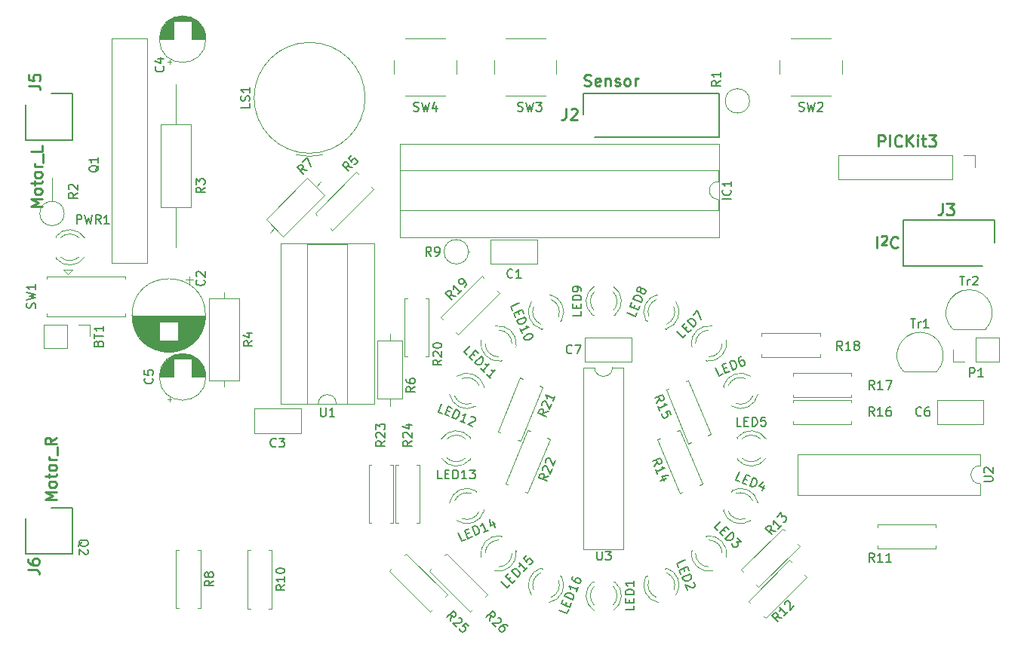
<source format=gbr>
%TF.GenerationSoftware,KiCad,Pcbnew,7.0.7*%
%TF.CreationDate,2023-08-23T01:14:16+09:00*%
%TF.ProjectId,maincircuit,6d61696e-6369-4726-9375-69742e6b6963,rev?*%
%TF.SameCoordinates,Original*%
%TF.FileFunction,Legend,Top*%
%TF.FilePolarity,Positive*%
%FSLAX46Y46*%
G04 Gerber Fmt 4.6, Leading zero omitted, Abs format (unit mm)*
G04 Created by KiCad (PCBNEW 7.0.7) date 2023-08-23 01:14:16*
%MOMM*%
%LPD*%
G01*
G04 APERTURE LIST*
%ADD10C,0.150000*%
%ADD11C,0.254000*%
%ADD12C,0.120000*%
%ADD13C,0.200000*%
%ADD14C,0.100000*%
G04 APERTURE END LIST*
D10*
X63824819Y-62066666D02*
X63348628Y-62399999D01*
X63824819Y-62638094D02*
X62824819Y-62638094D01*
X62824819Y-62638094D02*
X62824819Y-62257142D01*
X62824819Y-62257142D02*
X62872438Y-62161904D01*
X62872438Y-62161904D02*
X62920057Y-62114285D01*
X62920057Y-62114285D02*
X63015295Y-62066666D01*
X63015295Y-62066666D02*
X63158152Y-62066666D01*
X63158152Y-62066666D02*
X63253390Y-62114285D01*
X63253390Y-62114285D02*
X63301009Y-62161904D01*
X63301009Y-62161904D02*
X63348628Y-62257142D01*
X63348628Y-62257142D02*
X63348628Y-62638094D01*
X62824819Y-61209523D02*
X62824819Y-61399999D01*
X62824819Y-61399999D02*
X62872438Y-61495237D01*
X62872438Y-61495237D02*
X62920057Y-61542856D01*
X62920057Y-61542856D02*
X63062914Y-61638094D01*
X63062914Y-61638094D02*
X63253390Y-61685713D01*
X63253390Y-61685713D02*
X63634342Y-61685713D01*
X63634342Y-61685713D02*
X63729580Y-61638094D01*
X63729580Y-61638094D02*
X63777200Y-61590475D01*
X63777200Y-61590475D02*
X63824819Y-61495237D01*
X63824819Y-61495237D02*
X63824819Y-61304761D01*
X63824819Y-61304761D02*
X63777200Y-61209523D01*
X63777200Y-61209523D02*
X63729580Y-61161904D01*
X63729580Y-61161904D02*
X63634342Y-61114285D01*
X63634342Y-61114285D02*
X63396247Y-61114285D01*
X63396247Y-61114285D02*
X63301009Y-61161904D01*
X63301009Y-61161904D02*
X63253390Y-61209523D01*
X63253390Y-61209523D02*
X63205771Y-61304761D01*
X63205771Y-61304761D02*
X63205771Y-61495237D01*
X63205771Y-61495237D02*
X63253390Y-61590475D01*
X63253390Y-61590475D02*
X63301009Y-61638094D01*
X63301009Y-61638094D02*
X63396247Y-61685713D01*
X66824819Y-59042857D02*
X66348628Y-59376190D01*
X66824819Y-59614285D02*
X65824819Y-59614285D01*
X65824819Y-59614285D02*
X65824819Y-59233333D01*
X65824819Y-59233333D02*
X65872438Y-59138095D01*
X65872438Y-59138095D02*
X65920057Y-59090476D01*
X65920057Y-59090476D02*
X66015295Y-59042857D01*
X66015295Y-59042857D02*
X66158152Y-59042857D01*
X66158152Y-59042857D02*
X66253390Y-59090476D01*
X66253390Y-59090476D02*
X66301009Y-59138095D01*
X66301009Y-59138095D02*
X66348628Y-59233333D01*
X66348628Y-59233333D02*
X66348628Y-59614285D01*
X65920057Y-58661904D02*
X65872438Y-58614285D01*
X65872438Y-58614285D02*
X65824819Y-58519047D01*
X65824819Y-58519047D02*
X65824819Y-58280952D01*
X65824819Y-58280952D02*
X65872438Y-58185714D01*
X65872438Y-58185714D02*
X65920057Y-58138095D01*
X65920057Y-58138095D02*
X66015295Y-58090476D01*
X66015295Y-58090476D02*
X66110533Y-58090476D01*
X66110533Y-58090476D02*
X66253390Y-58138095D01*
X66253390Y-58138095D02*
X66824819Y-58709523D01*
X66824819Y-58709523D02*
X66824819Y-58090476D01*
X65824819Y-57471428D02*
X65824819Y-57376190D01*
X65824819Y-57376190D02*
X65872438Y-57280952D01*
X65872438Y-57280952D02*
X65920057Y-57233333D01*
X65920057Y-57233333D02*
X66015295Y-57185714D01*
X66015295Y-57185714D02*
X66205771Y-57138095D01*
X66205771Y-57138095D02*
X66443866Y-57138095D01*
X66443866Y-57138095D02*
X66634342Y-57185714D01*
X66634342Y-57185714D02*
X66729580Y-57233333D01*
X66729580Y-57233333D02*
X66777200Y-57280952D01*
X66777200Y-57280952D02*
X66824819Y-57376190D01*
X66824819Y-57376190D02*
X66824819Y-57471428D01*
X66824819Y-57471428D02*
X66777200Y-57566666D01*
X66777200Y-57566666D02*
X66729580Y-57614285D01*
X66729580Y-57614285D02*
X66634342Y-57661904D01*
X66634342Y-57661904D02*
X66443866Y-57709523D01*
X66443866Y-57709523D02*
X66205771Y-57709523D01*
X66205771Y-57709523D02*
X66015295Y-57661904D01*
X66015295Y-57661904D02*
X65920057Y-57614285D01*
X65920057Y-57614285D02*
X65872438Y-57566666D01*
X65872438Y-57566666D02*
X65824819Y-57471428D01*
X49224819Y-84352857D02*
X48748628Y-84686190D01*
X49224819Y-84924285D02*
X48224819Y-84924285D01*
X48224819Y-84924285D02*
X48224819Y-84543333D01*
X48224819Y-84543333D02*
X48272438Y-84448095D01*
X48272438Y-84448095D02*
X48320057Y-84400476D01*
X48320057Y-84400476D02*
X48415295Y-84352857D01*
X48415295Y-84352857D02*
X48558152Y-84352857D01*
X48558152Y-84352857D02*
X48653390Y-84400476D01*
X48653390Y-84400476D02*
X48701009Y-84448095D01*
X48701009Y-84448095D02*
X48748628Y-84543333D01*
X48748628Y-84543333D02*
X48748628Y-84924285D01*
X49224819Y-83400476D02*
X49224819Y-83971904D01*
X49224819Y-83686190D02*
X48224819Y-83686190D01*
X48224819Y-83686190D02*
X48367676Y-83781428D01*
X48367676Y-83781428D02*
X48462914Y-83876666D01*
X48462914Y-83876666D02*
X48510533Y-83971904D01*
X48224819Y-82781428D02*
X48224819Y-82686190D01*
X48224819Y-82686190D02*
X48272438Y-82590952D01*
X48272438Y-82590952D02*
X48320057Y-82543333D01*
X48320057Y-82543333D02*
X48415295Y-82495714D01*
X48415295Y-82495714D02*
X48605771Y-82448095D01*
X48605771Y-82448095D02*
X48843866Y-82448095D01*
X48843866Y-82448095D02*
X49034342Y-82495714D01*
X49034342Y-82495714D02*
X49129580Y-82543333D01*
X49129580Y-82543333D02*
X49177200Y-82590952D01*
X49177200Y-82590952D02*
X49224819Y-82686190D01*
X49224819Y-82686190D02*
X49224819Y-82781428D01*
X49224819Y-82781428D02*
X49177200Y-82876666D01*
X49177200Y-82876666D02*
X49129580Y-82924285D01*
X49129580Y-82924285D02*
X49034342Y-82971904D01*
X49034342Y-82971904D02*
X48843866Y-83019523D01*
X48843866Y-83019523D02*
X48605771Y-83019523D01*
X48605771Y-83019523D02*
X48415295Y-82971904D01*
X48415295Y-82971904D02*
X48320057Y-82924285D01*
X48320057Y-82924285D02*
X48272438Y-82876666D01*
X48272438Y-82876666D02*
X48224819Y-82781428D01*
X41224819Y-83856666D02*
X40748628Y-84189999D01*
X41224819Y-84428094D02*
X40224819Y-84428094D01*
X40224819Y-84428094D02*
X40224819Y-84047142D01*
X40224819Y-84047142D02*
X40272438Y-83951904D01*
X40272438Y-83951904D02*
X40320057Y-83904285D01*
X40320057Y-83904285D02*
X40415295Y-83856666D01*
X40415295Y-83856666D02*
X40558152Y-83856666D01*
X40558152Y-83856666D02*
X40653390Y-83904285D01*
X40653390Y-83904285D02*
X40701009Y-83951904D01*
X40701009Y-83951904D02*
X40748628Y-84047142D01*
X40748628Y-84047142D02*
X40748628Y-84428094D01*
X40653390Y-83285237D02*
X40605771Y-83380475D01*
X40605771Y-83380475D02*
X40558152Y-83428094D01*
X40558152Y-83428094D02*
X40462914Y-83475713D01*
X40462914Y-83475713D02*
X40415295Y-83475713D01*
X40415295Y-83475713D02*
X40320057Y-83428094D01*
X40320057Y-83428094D02*
X40272438Y-83380475D01*
X40272438Y-83380475D02*
X40224819Y-83285237D01*
X40224819Y-83285237D02*
X40224819Y-83094761D01*
X40224819Y-83094761D02*
X40272438Y-82999523D01*
X40272438Y-82999523D02*
X40320057Y-82951904D01*
X40320057Y-82951904D02*
X40415295Y-82904285D01*
X40415295Y-82904285D02*
X40462914Y-82904285D01*
X40462914Y-82904285D02*
X40558152Y-82951904D01*
X40558152Y-82951904D02*
X40605771Y-82999523D01*
X40605771Y-82999523D02*
X40653390Y-83094761D01*
X40653390Y-83094761D02*
X40653390Y-83285237D01*
X40653390Y-83285237D02*
X40701009Y-83380475D01*
X40701009Y-83380475D02*
X40748628Y-83428094D01*
X40748628Y-83428094D02*
X40843866Y-83475713D01*
X40843866Y-83475713D02*
X41034342Y-83475713D01*
X41034342Y-83475713D02*
X41129580Y-83428094D01*
X41129580Y-83428094D02*
X41177200Y-83380475D01*
X41177200Y-83380475D02*
X41224819Y-83285237D01*
X41224819Y-83285237D02*
X41224819Y-83094761D01*
X41224819Y-83094761D02*
X41177200Y-82999523D01*
X41177200Y-82999523D02*
X41129580Y-82951904D01*
X41129580Y-82951904D02*
X41034342Y-82904285D01*
X41034342Y-82904285D02*
X40843866Y-82904285D01*
X40843866Y-82904285D02*
X40748628Y-82951904D01*
X40748628Y-82951904D02*
X40701009Y-82999523D01*
X40701009Y-82999523D02*
X40653390Y-83094761D01*
X51703754Y-37729456D02*
X51131335Y-37628441D01*
X51299693Y-38133517D02*
X50592587Y-37426410D01*
X50592587Y-37426410D02*
X50861961Y-37157036D01*
X50861961Y-37157036D02*
X50962976Y-37123364D01*
X50962976Y-37123364D02*
X51030319Y-37123364D01*
X51030319Y-37123364D02*
X51131335Y-37157036D01*
X51131335Y-37157036D02*
X51232350Y-37258051D01*
X51232350Y-37258051D02*
X51266022Y-37359067D01*
X51266022Y-37359067D02*
X51266022Y-37426410D01*
X51266022Y-37426410D02*
X51232350Y-37527425D01*
X51232350Y-37527425D02*
X50962976Y-37796799D01*
X51232350Y-36786647D02*
X51703754Y-36315242D01*
X51703754Y-36315242D02*
X52107815Y-37325395D01*
X56803754Y-37424456D02*
X56231335Y-37323441D01*
X56399693Y-37828517D02*
X55692587Y-37121410D01*
X55692587Y-37121410D02*
X55961961Y-36852036D01*
X55961961Y-36852036D02*
X56062976Y-36818364D01*
X56062976Y-36818364D02*
X56130319Y-36818364D01*
X56130319Y-36818364D02*
X56231335Y-36852036D01*
X56231335Y-36852036D02*
X56332350Y-36953051D01*
X56332350Y-36953051D02*
X56366022Y-37054067D01*
X56366022Y-37054067D02*
X56366022Y-37121410D01*
X56366022Y-37121410D02*
X56332350Y-37222425D01*
X56332350Y-37222425D02*
X56062976Y-37491799D01*
X56736411Y-36077586D02*
X56399693Y-36414303D01*
X56399693Y-36414303D02*
X56702739Y-36784693D01*
X56702739Y-36784693D02*
X56702739Y-36717349D01*
X56702739Y-36717349D02*
X56736411Y-36616334D01*
X56736411Y-36616334D02*
X56904770Y-36447975D01*
X56904770Y-36447975D02*
X57005785Y-36414303D01*
X57005785Y-36414303D02*
X57073128Y-36414303D01*
X57073128Y-36414303D02*
X57174144Y-36447975D01*
X57174144Y-36447975D02*
X57342502Y-36616334D01*
X57342502Y-36616334D02*
X57376174Y-36717349D01*
X57376174Y-36717349D02*
X57376174Y-36784693D01*
X57376174Y-36784693D02*
X57342502Y-36885708D01*
X57342502Y-36885708D02*
X57174144Y-37054067D01*
X57174144Y-37054067D02*
X57073128Y-37087738D01*
X57073128Y-37087738D02*
X57005785Y-37087738D01*
X28301009Y-57185714D02*
X28348628Y-57042857D01*
X28348628Y-57042857D02*
X28396247Y-56995238D01*
X28396247Y-56995238D02*
X28491485Y-56947619D01*
X28491485Y-56947619D02*
X28634342Y-56947619D01*
X28634342Y-56947619D02*
X28729580Y-56995238D01*
X28729580Y-56995238D02*
X28777200Y-57042857D01*
X28777200Y-57042857D02*
X28824819Y-57138095D01*
X28824819Y-57138095D02*
X28824819Y-57519047D01*
X28824819Y-57519047D02*
X27824819Y-57519047D01*
X27824819Y-57519047D02*
X27824819Y-57185714D01*
X27824819Y-57185714D02*
X27872438Y-57090476D01*
X27872438Y-57090476D02*
X27920057Y-57042857D01*
X27920057Y-57042857D02*
X28015295Y-56995238D01*
X28015295Y-56995238D02*
X28110533Y-56995238D01*
X28110533Y-56995238D02*
X28205771Y-57042857D01*
X28205771Y-57042857D02*
X28253390Y-57090476D01*
X28253390Y-57090476D02*
X28301009Y-57185714D01*
X28301009Y-57185714D02*
X28301009Y-57519047D01*
X27824819Y-56661904D02*
X27824819Y-56090476D01*
X28824819Y-56376190D02*
X27824819Y-56376190D01*
X28824819Y-55233333D02*
X28824819Y-55804761D01*
X28824819Y-55519047D02*
X27824819Y-55519047D01*
X27824819Y-55519047D02*
X27967676Y-55614285D01*
X27967676Y-55614285D02*
X28062914Y-55709523D01*
X28062914Y-55709523D02*
X28110533Y-55804761D01*
X53228095Y-64409819D02*
X53228095Y-65219342D01*
X53228095Y-65219342D02*
X53275714Y-65314580D01*
X53275714Y-65314580D02*
X53323333Y-65362200D01*
X53323333Y-65362200D02*
X53418571Y-65409819D01*
X53418571Y-65409819D02*
X53609047Y-65409819D01*
X53609047Y-65409819D02*
X53704285Y-65362200D01*
X53704285Y-65362200D02*
X53751904Y-65314580D01*
X53751904Y-65314580D02*
X53799523Y-65219342D01*
X53799523Y-65219342D02*
X53799523Y-64409819D01*
X54799523Y-65409819D02*
X54228095Y-65409819D01*
X54513809Y-65409819D02*
X54513809Y-64409819D01*
X54513809Y-64409819D02*
X54418571Y-64552676D01*
X54418571Y-64552676D02*
X54323333Y-64647914D01*
X54323333Y-64647914D02*
X54228095Y-64695533D01*
X72223825Y-88367036D02*
X72324840Y-87794617D01*
X71819764Y-87962975D02*
X72526871Y-87255869D01*
X72526871Y-87255869D02*
X72796245Y-87525243D01*
X72796245Y-87525243D02*
X72829917Y-87626258D01*
X72829917Y-87626258D02*
X72829917Y-87693601D01*
X72829917Y-87693601D02*
X72796245Y-87794617D01*
X72796245Y-87794617D02*
X72695230Y-87895632D01*
X72695230Y-87895632D02*
X72594214Y-87929304D01*
X72594214Y-87929304D02*
X72526871Y-87929304D01*
X72526871Y-87929304D02*
X72425856Y-87895632D01*
X72425856Y-87895632D02*
X72156482Y-87626258D01*
X73132962Y-87996647D02*
X73200306Y-87996647D01*
X73200306Y-87996647D02*
X73301321Y-88030319D01*
X73301321Y-88030319D02*
X73469680Y-88198678D01*
X73469680Y-88198678D02*
X73503352Y-88299693D01*
X73503352Y-88299693D02*
X73503352Y-88367036D01*
X73503352Y-88367036D02*
X73469680Y-88468052D01*
X73469680Y-88468052D02*
X73402336Y-88535395D01*
X73402336Y-88535395D02*
X73267649Y-88602739D01*
X73267649Y-88602739D02*
X72459527Y-88602739D01*
X72459527Y-88602739D02*
X72897260Y-89040471D01*
X74210459Y-88939456D02*
X74075772Y-88804769D01*
X74075772Y-88804769D02*
X73974756Y-88771098D01*
X73974756Y-88771098D02*
X73907413Y-88771098D01*
X73907413Y-88771098D02*
X73739054Y-88804769D01*
X73739054Y-88804769D02*
X73570695Y-88905785D01*
X73570695Y-88905785D02*
X73301321Y-89175159D01*
X73301321Y-89175159D02*
X73267650Y-89276174D01*
X73267650Y-89276174D02*
X73267650Y-89343517D01*
X73267650Y-89343517D02*
X73301321Y-89444533D01*
X73301321Y-89444533D02*
X73436008Y-89579220D01*
X73436008Y-89579220D02*
X73537024Y-89612891D01*
X73537024Y-89612891D02*
X73604367Y-89612891D01*
X73604367Y-89612891D02*
X73705382Y-89579220D01*
X73705382Y-89579220D02*
X73873741Y-89410861D01*
X73873741Y-89410861D02*
X73907413Y-89309846D01*
X73907413Y-89309846D02*
X73907413Y-89242502D01*
X73907413Y-89242502D02*
X73873741Y-89141487D01*
X73873741Y-89141487D02*
X73739054Y-89006800D01*
X73739054Y-89006800D02*
X73638039Y-88973128D01*
X73638039Y-88973128D02*
X73570695Y-88973128D01*
X73570695Y-88973128D02*
X73469680Y-89006800D01*
X65633333Y-47354819D02*
X65300000Y-46878628D01*
X65061905Y-47354819D02*
X65061905Y-46354819D01*
X65061905Y-46354819D02*
X65442857Y-46354819D01*
X65442857Y-46354819D02*
X65538095Y-46402438D01*
X65538095Y-46402438D02*
X65585714Y-46450057D01*
X65585714Y-46450057D02*
X65633333Y-46545295D01*
X65633333Y-46545295D02*
X65633333Y-46688152D01*
X65633333Y-46688152D02*
X65585714Y-46783390D01*
X65585714Y-46783390D02*
X65538095Y-46831009D01*
X65538095Y-46831009D02*
X65442857Y-46878628D01*
X65442857Y-46878628D02*
X65061905Y-46878628D01*
X66109524Y-47354819D02*
X66300000Y-47354819D01*
X66300000Y-47354819D02*
X66395238Y-47307200D01*
X66395238Y-47307200D02*
X66442857Y-47259580D01*
X66442857Y-47259580D02*
X66538095Y-47116723D01*
X66538095Y-47116723D02*
X66585714Y-46926247D01*
X66585714Y-46926247D02*
X66585714Y-46545295D01*
X66585714Y-46545295D02*
X66538095Y-46450057D01*
X66538095Y-46450057D02*
X66490476Y-46402438D01*
X66490476Y-46402438D02*
X66395238Y-46354819D01*
X66395238Y-46354819D02*
X66204762Y-46354819D01*
X66204762Y-46354819D02*
X66109524Y-46402438D01*
X66109524Y-46402438D02*
X66061905Y-46450057D01*
X66061905Y-46450057D02*
X66014286Y-46545295D01*
X66014286Y-46545295D02*
X66014286Y-46783390D01*
X66014286Y-46783390D02*
X66061905Y-46878628D01*
X66061905Y-46878628D02*
X66109524Y-46926247D01*
X66109524Y-46926247D02*
X66204762Y-46973866D01*
X66204762Y-46973866D02*
X66395238Y-46973866D01*
X66395238Y-46973866D02*
X66490476Y-46926247D01*
X66490476Y-46926247D02*
X66538095Y-46878628D01*
X66538095Y-46878628D02*
X66585714Y-46783390D01*
X67823825Y-88367036D02*
X67924840Y-87794617D01*
X67419764Y-87962975D02*
X68126871Y-87255869D01*
X68126871Y-87255869D02*
X68396245Y-87525243D01*
X68396245Y-87525243D02*
X68429917Y-87626258D01*
X68429917Y-87626258D02*
X68429917Y-87693601D01*
X68429917Y-87693601D02*
X68396245Y-87794617D01*
X68396245Y-87794617D02*
X68295230Y-87895632D01*
X68295230Y-87895632D02*
X68194214Y-87929304D01*
X68194214Y-87929304D02*
X68126871Y-87929304D01*
X68126871Y-87929304D02*
X68025856Y-87895632D01*
X68025856Y-87895632D02*
X67756482Y-87626258D01*
X68732962Y-87996647D02*
X68800306Y-87996647D01*
X68800306Y-87996647D02*
X68901321Y-88030319D01*
X68901321Y-88030319D02*
X69069680Y-88198678D01*
X69069680Y-88198678D02*
X69103352Y-88299693D01*
X69103352Y-88299693D02*
X69103352Y-88367036D01*
X69103352Y-88367036D02*
X69069680Y-88468052D01*
X69069680Y-88468052D02*
X69002336Y-88535395D01*
X69002336Y-88535395D02*
X68867649Y-88602739D01*
X68867649Y-88602739D02*
X68059527Y-88602739D01*
X68059527Y-88602739D02*
X68497260Y-89040471D01*
X69844130Y-88973128D02*
X69507413Y-88636410D01*
X69507413Y-88636410D02*
X69137024Y-88939456D01*
X69137024Y-88939456D02*
X69204367Y-88939456D01*
X69204367Y-88939456D02*
X69305382Y-88973128D01*
X69305382Y-88973128D02*
X69473741Y-89141487D01*
X69473741Y-89141487D02*
X69507413Y-89242502D01*
X69507413Y-89242502D02*
X69507413Y-89309846D01*
X69507413Y-89309846D02*
X69473741Y-89410861D01*
X69473741Y-89410861D02*
X69305382Y-89579220D01*
X69305382Y-89579220D02*
X69204367Y-89612891D01*
X69204367Y-89612891D02*
X69137024Y-89612891D01*
X69137024Y-89612891D02*
X69036008Y-89579220D01*
X69036008Y-89579220D02*
X68867650Y-89410861D01*
X68867650Y-89410861D02*
X68833978Y-89309846D01*
X68833978Y-89309846D02*
X68833978Y-89242502D01*
X63454819Y-68142857D02*
X62978628Y-68476190D01*
X63454819Y-68714285D02*
X62454819Y-68714285D01*
X62454819Y-68714285D02*
X62454819Y-68333333D01*
X62454819Y-68333333D02*
X62502438Y-68238095D01*
X62502438Y-68238095D02*
X62550057Y-68190476D01*
X62550057Y-68190476D02*
X62645295Y-68142857D01*
X62645295Y-68142857D02*
X62788152Y-68142857D01*
X62788152Y-68142857D02*
X62883390Y-68190476D01*
X62883390Y-68190476D02*
X62931009Y-68238095D01*
X62931009Y-68238095D02*
X62978628Y-68333333D01*
X62978628Y-68333333D02*
X62978628Y-68714285D01*
X62550057Y-67761904D02*
X62502438Y-67714285D01*
X62502438Y-67714285D02*
X62454819Y-67619047D01*
X62454819Y-67619047D02*
X62454819Y-67380952D01*
X62454819Y-67380952D02*
X62502438Y-67285714D01*
X62502438Y-67285714D02*
X62550057Y-67238095D01*
X62550057Y-67238095D02*
X62645295Y-67190476D01*
X62645295Y-67190476D02*
X62740533Y-67190476D01*
X62740533Y-67190476D02*
X62883390Y-67238095D01*
X62883390Y-67238095D02*
X63454819Y-67809523D01*
X63454819Y-67809523D02*
X63454819Y-67190476D01*
X62788152Y-66333333D02*
X63454819Y-66333333D01*
X62407200Y-66571428D02*
X63121485Y-66809523D01*
X63121485Y-66809523D02*
X63121485Y-66190476D01*
X60454819Y-68142857D02*
X59978628Y-68476190D01*
X60454819Y-68714285D02*
X59454819Y-68714285D01*
X59454819Y-68714285D02*
X59454819Y-68333333D01*
X59454819Y-68333333D02*
X59502438Y-68238095D01*
X59502438Y-68238095D02*
X59550057Y-68190476D01*
X59550057Y-68190476D02*
X59645295Y-68142857D01*
X59645295Y-68142857D02*
X59788152Y-68142857D01*
X59788152Y-68142857D02*
X59883390Y-68190476D01*
X59883390Y-68190476D02*
X59931009Y-68238095D01*
X59931009Y-68238095D02*
X59978628Y-68333333D01*
X59978628Y-68333333D02*
X59978628Y-68714285D01*
X59550057Y-67761904D02*
X59502438Y-67714285D01*
X59502438Y-67714285D02*
X59454819Y-67619047D01*
X59454819Y-67619047D02*
X59454819Y-67380952D01*
X59454819Y-67380952D02*
X59502438Y-67285714D01*
X59502438Y-67285714D02*
X59550057Y-67238095D01*
X59550057Y-67238095D02*
X59645295Y-67190476D01*
X59645295Y-67190476D02*
X59740533Y-67190476D01*
X59740533Y-67190476D02*
X59883390Y-67238095D01*
X59883390Y-67238095D02*
X60454819Y-67809523D01*
X60454819Y-67809523D02*
X60454819Y-67190476D01*
X59454819Y-66857142D02*
X59454819Y-66238095D01*
X59454819Y-66238095D02*
X59835771Y-66571428D01*
X59835771Y-66571428D02*
X59835771Y-66428571D01*
X59835771Y-66428571D02*
X59883390Y-66333333D01*
X59883390Y-66333333D02*
X59931009Y-66285714D01*
X59931009Y-66285714D02*
X60026247Y-66238095D01*
X60026247Y-66238095D02*
X60264342Y-66238095D01*
X60264342Y-66238095D02*
X60359580Y-66285714D01*
X60359580Y-66285714D02*
X60407200Y-66333333D01*
X60407200Y-66333333D02*
X60454819Y-66428571D01*
X60454819Y-66428571D02*
X60454819Y-66714285D01*
X60454819Y-66714285D02*
X60407200Y-66809523D01*
X60407200Y-66809523D02*
X60359580Y-66857142D01*
X78833782Y-72134934D02*
X78266278Y-72260663D01*
X78615105Y-72662865D02*
X77691226Y-72280182D01*
X77691226Y-72280182D02*
X77837010Y-71928227D01*
X77837010Y-71928227D02*
X77917450Y-71858462D01*
X77917450Y-71858462D02*
X77979668Y-71832691D01*
X77979668Y-71832691D02*
X78085879Y-71825142D01*
X78085879Y-71825142D02*
X78217862Y-71879812D01*
X78217862Y-71879812D02*
X78287628Y-71960252D01*
X78287628Y-71960252D02*
X78313399Y-72022469D01*
X78313399Y-72022469D02*
X78320947Y-72128681D01*
X78320947Y-72128681D02*
X78175163Y-72480635D01*
X78143675Y-71436742D02*
X78117904Y-71374525D01*
X78117904Y-71374525D02*
X78110355Y-71268313D01*
X78110355Y-71268313D02*
X78201471Y-71048342D01*
X78201471Y-71048342D02*
X78281911Y-70978577D01*
X78281911Y-70978577D02*
X78344128Y-70952805D01*
X78344128Y-70952805D02*
X78450340Y-70945257D01*
X78450340Y-70945257D02*
X78538328Y-70981703D01*
X78538328Y-70981703D02*
X78652088Y-71080367D01*
X78652088Y-71080367D02*
X78961343Y-71826974D01*
X78961343Y-71826974D02*
X79198242Y-71255049D01*
X78508135Y-70556857D02*
X78482364Y-70494640D01*
X78482364Y-70494640D02*
X78474816Y-70388428D01*
X78474816Y-70388428D02*
X78565931Y-70168457D01*
X78565931Y-70168457D02*
X78646371Y-70098691D01*
X78646371Y-70098691D02*
X78708589Y-70072920D01*
X78708589Y-70072920D02*
X78814800Y-70065372D01*
X78814800Y-70065372D02*
X78902789Y-70101818D01*
X78902789Y-70101818D02*
X79016548Y-70200481D01*
X79016548Y-70200481D02*
X79325803Y-70947089D01*
X79325803Y-70947089D02*
X79562703Y-70375163D01*
X78774187Y-64867974D02*
X78206683Y-64993703D01*
X78555510Y-65395905D02*
X77631631Y-65013222D01*
X77631631Y-65013222D02*
X77777415Y-64661267D01*
X77777415Y-64661267D02*
X77857855Y-64591502D01*
X77857855Y-64591502D02*
X77920073Y-64565731D01*
X77920073Y-64565731D02*
X78026284Y-64558182D01*
X78026284Y-64558182D02*
X78158267Y-64612852D01*
X78158267Y-64612852D02*
X78228033Y-64693292D01*
X78228033Y-64693292D02*
X78253804Y-64755509D01*
X78253804Y-64755509D02*
X78261352Y-64861721D01*
X78261352Y-64861721D02*
X78115568Y-65213675D01*
X78084080Y-64169782D02*
X78058309Y-64107565D01*
X78058309Y-64107565D02*
X78050760Y-64001353D01*
X78050760Y-64001353D02*
X78141876Y-63781382D01*
X78141876Y-63781382D02*
X78222316Y-63711617D01*
X78222316Y-63711617D02*
X78284533Y-63685845D01*
X78284533Y-63685845D02*
X78390745Y-63678297D01*
X78390745Y-63678297D02*
X78478733Y-63714743D01*
X78478733Y-63714743D02*
X78592493Y-63813407D01*
X78592493Y-63813407D02*
X78901748Y-64560014D01*
X78901748Y-64560014D02*
X79138647Y-63988089D01*
X79503108Y-63108203D02*
X79284431Y-63636134D01*
X79393769Y-63372169D02*
X78469890Y-62989485D01*
X78469890Y-62989485D02*
X78565427Y-63132143D01*
X78565427Y-63132143D02*
X78616969Y-63256578D01*
X78616969Y-63256578D02*
X78624517Y-63362789D01*
X68367036Y-51876174D02*
X67794617Y-51775159D01*
X67962975Y-52280235D02*
X67255869Y-51573128D01*
X67255869Y-51573128D02*
X67525243Y-51303754D01*
X67525243Y-51303754D02*
X67626258Y-51270082D01*
X67626258Y-51270082D02*
X67693601Y-51270082D01*
X67693601Y-51270082D02*
X67794617Y-51303754D01*
X67794617Y-51303754D02*
X67895632Y-51404769D01*
X67895632Y-51404769D02*
X67929304Y-51505785D01*
X67929304Y-51505785D02*
X67929304Y-51573128D01*
X67929304Y-51573128D02*
X67895632Y-51674143D01*
X67895632Y-51674143D02*
X67626258Y-51943517D01*
X69040471Y-51202739D02*
X68636410Y-51606800D01*
X68838441Y-51404769D02*
X68131334Y-50697663D01*
X68131334Y-50697663D02*
X68165006Y-50866021D01*
X68165006Y-50866021D02*
X68165006Y-51000708D01*
X68165006Y-51000708D02*
X68131334Y-51101724D01*
X69377189Y-50866021D02*
X69511876Y-50731334D01*
X69511876Y-50731334D02*
X69545548Y-50630319D01*
X69545548Y-50630319D02*
X69545548Y-50562975D01*
X69545548Y-50562975D02*
X69511876Y-50394617D01*
X69511876Y-50394617D02*
X69410861Y-50226258D01*
X69410861Y-50226258D02*
X69141487Y-49956884D01*
X69141487Y-49956884D02*
X69040472Y-49923212D01*
X69040472Y-49923212D02*
X68973128Y-49923212D01*
X68973128Y-49923212D02*
X68872113Y-49956884D01*
X68872113Y-49956884D02*
X68737426Y-50091571D01*
X68737426Y-50091571D02*
X68703754Y-50192586D01*
X68703754Y-50192586D02*
X68703754Y-50259930D01*
X68703754Y-50259930D02*
X68737426Y-50360945D01*
X68737426Y-50360945D02*
X68905785Y-50529304D01*
X68905785Y-50529304D02*
X69006800Y-50562975D01*
X69006800Y-50562975D02*
X69074143Y-50562975D01*
X69074143Y-50562975D02*
X69175159Y-50529304D01*
X69175159Y-50529304D02*
X69309846Y-50394617D01*
X69309846Y-50394617D02*
X69343517Y-50293601D01*
X69343517Y-50293601D02*
X69343517Y-50226258D01*
X69343517Y-50226258D02*
X69309846Y-50125243D01*
X111757142Y-57954819D02*
X111423809Y-57478628D01*
X111185714Y-57954819D02*
X111185714Y-56954819D01*
X111185714Y-56954819D02*
X111566666Y-56954819D01*
X111566666Y-56954819D02*
X111661904Y-57002438D01*
X111661904Y-57002438D02*
X111709523Y-57050057D01*
X111709523Y-57050057D02*
X111757142Y-57145295D01*
X111757142Y-57145295D02*
X111757142Y-57288152D01*
X111757142Y-57288152D02*
X111709523Y-57383390D01*
X111709523Y-57383390D02*
X111661904Y-57431009D01*
X111661904Y-57431009D02*
X111566666Y-57478628D01*
X111566666Y-57478628D02*
X111185714Y-57478628D01*
X112709523Y-57954819D02*
X112138095Y-57954819D01*
X112423809Y-57954819D02*
X112423809Y-56954819D01*
X112423809Y-56954819D02*
X112328571Y-57097676D01*
X112328571Y-57097676D02*
X112233333Y-57192914D01*
X112233333Y-57192914D02*
X112138095Y-57240533D01*
X113280952Y-57383390D02*
X113185714Y-57335771D01*
X113185714Y-57335771D02*
X113138095Y-57288152D01*
X113138095Y-57288152D02*
X113090476Y-57192914D01*
X113090476Y-57192914D02*
X113090476Y-57145295D01*
X113090476Y-57145295D02*
X113138095Y-57050057D01*
X113138095Y-57050057D02*
X113185714Y-57002438D01*
X113185714Y-57002438D02*
X113280952Y-56954819D01*
X113280952Y-56954819D02*
X113471428Y-56954819D01*
X113471428Y-56954819D02*
X113566666Y-57002438D01*
X113566666Y-57002438D02*
X113614285Y-57050057D01*
X113614285Y-57050057D02*
X113661904Y-57145295D01*
X113661904Y-57145295D02*
X113661904Y-57192914D01*
X113661904Y-57192914D02*
X113614285Y-57288152D01*
X113614285Y-57288152D02*
X113566666Y-57335771D01*
X113566666Y-57335771D02*
X113471428Y-57383390D01*
X113471428Y-57383390D02*
X113280952Y-57383390D01*
X113280952Y-57383390D02*
X113185714Y-57431009D01*
X113185714Y-57431009D02*
X113138095Y-57478628D01*
X113138095Y-57478628D02*
X113090476Y-57573866D01*
X113090476Y-57573866D02*
X113090476Y-57764342D01*
X113090476Y-57764342D02*
X113138095Y-57859580D01*
X113138095Y-57859580D02*
X113185714Y-57907200D01*
X113185714Y-57907200D02*
X113280952Y-57954819D01*
X113280952Y-57954819D02*
X113471428Y-57954819D01*
X113471428Y-57954819D02*
X113566666Y-57907200D01*
X113566666Y-57907200D02*
X113614285Y-57859580D01*
X113614285Y-57859580D02*
X113661904Y-57764342D01*
X113661904Y-57764342D02*
X113661904Y-57573866D01*
X113661904Y-57573866D02*
X113614285Y-57478628D01*
X113614285Y-57478628D02*
X113566666Y-57431009D01*
X113566666Y-57431009D02*
X113471428Y-57383390D01*
X115357142Y-62354819D02*
X115023809Y-61878628D01*
X114785714Y-62354819D02*
X114785714Y-61354819D01*
X114785714Y-61354819D02*
X115166666Y-61354819D01*
X115166666Y-61354819D02*
X115261904Y-61402438D01*
X115261904Y-61402438D02*
X115309523Y-61450057D01*
X115309523Y-61450057D02*
X115357142Y-61545295D01*
X115357142Y-61545295D02*
X115357142Y-61688152D01*
X115357142Y-61688152D02*
X115309523Y-61783390D01*
X115309523Y-61783390D02*
X115261904Y-61831009D01*
X115261904Y-61831009D02*
X115166666Y-61878628D01*
X115166666Y-61878628D02*
X114785714Y-61878628D01*
X116309523Y-62354819D02*
X115738095Y-62354819D01*
X116023809Y-62354819D02*
X116023809Y-61354819D01*
X116023809Y-61354819D02*
X115928571Y-61497676D01*
X115928571Y-61497676D02*
X115833333Y-61592914D01*
X115833333Y-61592914D02*
X115738095Y-61640533D01*
X116642857Y-61354819D02*
X117309523Y-61354819D01*
X117309523Y-61354819D02*
X116880952Y-62354819D01*
X115357142Y-65354819D02*
X115023809Y-64878628D01*
X114785714Y-65354819D02*
X114785714Y-64354819D01*
X114785714Y-64354819D02*
X115166666Y-64354819D01*
X115166666Y-64354819D02*
X115261904Y-64402438D01*
X115261904Y-64402438D02*
X115309523Y-64450057D01*
X115309523Y-64450057D02*
X115357142Y-64545295D01*
X115357142Y-64545295D02*
X115357142Y-64688152D01*
X115357142Y-64688152D02*
X115309523Y-64783390D01*
X115309523Y-64783390D02*
X115261904Y-64831009D01*
X115261904Y-64831009D02*
X115166666Y-64878628D01*
X115166666Y-64878628D02*
X114785714Y-64878628D01*
X116309523Y-65354819D02*
X115738095Y-65354819D01*
X116023809Y-65354819D02*
X116023809Y-64354819D01*
X116023809Y-64354819D02*
X115928571Y-64497676D01*
X115928571Y-64497676D02*
X115833333Y-64592914D01*
X115833333Y-64592914D02*
X115738095Y-64640533D01*
X117166666Y-64354819D02*
X116976190Y-64354819D01*
X116976190Y-64354819D02*
X116880952Y-64402438D01*
X116880952Y-64402438D02*
X116833333Y-64450057D01*
X116833333Y-64450057D02*
X116738095Y-64592914D01*
X116738095Y-64592914D02*
X116690476Y-64783390D01*
X116690476Y-64783390D02*
X116690476Y-65164342D01*
X116690476Y-65164342D02*
X116738095Y-65259580D01*
X116738095Y-65259580D02*
X116785714Y-65307200D01*
X116785714Y-65307200D02*
X116880952Y-65354819D01*
X116880952Y-65354819D02*
X117071428Y-65354819D01*
X117071428Y-65354819D02*
X117166666Y-65307200D01*
X117166666Y-65307200D02*
X117214285Y-65259580D01*
X117214285Y-65259580D02*
X117261904Y-65164342D01*
X117261904Y-65164342D02*
X117261904Y-64926247D01*
X117261904Y-64926247D02*
X117214285Y-64831009D01*
X117214285Y-64831009D02*
X117166666Y-64783390D01*
X117166666Y-64783390D02*
X117071428Y-64735771D01*
X117071428Y-64735771D02*
X116880952Y-64735771D01*
X116880952Y-64735771D02*
X116785714Y-64783390D01*
X116785714Y-64783390D02*
X116738095Y-64831009D01*
X116738095Y-64831009D02*
X116690476Y-64926247D01*
X90933791Y-63880129D02*
X91246172Y-63389939D01*
X90715114Y-63352197D02*
X91638994Y-62969514D01*
X91638994Y-62969514D02*
X91784778Y-63321468D01*
X91784778Y-63321468D02*
X91777230Y-63427680D01*
X91777230Y-63427680D02*
X91751459Y-63489897D01*
X91751459Y-63489897D02*
X91681693Y-63570337D01*
X91681693Y-63570337D02*
X91549710Y-63625006D01*
X91549710Y-63625006D02*
X91443499Y-63617458D01*
X91443499Y-63617458D02*
X91381282Y-63591687D01*
X91381282Y-63591687D02*
X91300841Y-63521921D01*
X91300841Y-63521921D02*
X91155057Y-63169967D01*
X91298251Y-64760014D02*
X91079575Y-64232083D01*
X91188913Y-64496048D02*
X92112793Y-64113365D01*
X92112793Y-64113365D02*
X91944364Y-64080045D01*
X91944364Y-64080045D02*
X91819929Y-64028503D01*
X91819929Y-64028503D02*
X91739489Y-63958737D01*
X92568368Y-65213221D02*
X92386138Y-64773279D01*
X92386138Y-64773279D02*
X91927972Y-64911515D01*
X91927972Y-64911515D02*
X91990189Y-64937286D01*
X91990189Y-64937286D02*
X92070630Y-65007052D01*
X92070630Y-65007052D02*
X92161745Y-65227023D01*
X92161745Y-65227023D02*
X92154197Y-65333234D01*
X92154197Y-65333234D02*
X92128425Y-65395452D01*
X92128425Y-65395452D02*
X92058660Y-65475892D01*
X92058660Y-65475892D02*
X91838689Y-65567007D01*
X91838689Y-65567007D02*
X91732477Y-65559459D01*
X91732477Y-65559459D02*
X91670260Y-65533688D01*
X91670260Y-65533688D02*
X91589819Y-65463922D01*
X91589819Y-65463922D02*
X91498704Y-65243951D01*
X91498704Y-65243951D02*
X91506253Y-65137739D01*
X91506253Y-65137739D02*
X91532024Y-65075522D01*
X90682221Y-70987070D02*
X90994602Y-70496880D01*
X90463544Y-70459138D02*
X91387424Y-70076455D01*
X91387424Y-70076455D02*
X91533208Y-70428409D01*
X91533208Y-70428409D02*
X91525660Y-70534621D01*
X91525660Y-70534621D02*
X91499889Y-70596838D01*
X91499889Y-70596838D02*
X91430123Y-70677278D01*
X91430123Y-70677278D02*
X91298140Y-70731947D01*
X91298140Y-70731947D02*
X91191929Y-70724399D01*
X91191929Y-70724399D02*
X91129712Y-70698628D01*
X91129712Y-70698628D02*
X91049271Y-70628862D01*
X91049271Y-70628862D02*
X90903487Y-70276908D01*
X91046681Y-71866955D02*
X90828005Y-71339024D01*
X90937343Y-71602989D02*
X91861223Y-71220306D01*
X91861223Y-71220306D02*
X91692794Y-71186986D01*
X91692794Y-71186986D02*
X91568359Y-71135444D01*
X91568359Y-71135444D02*
X91487919Y-71065678D01*
X91990615Y-72403729D02*
X91374695Y-72658852D01*
X92251454Y-72037974D02*
X91500425Y-72091348D01*
X91500425Y-72091348D02*
X91737324Y-72663273D01*
X104267036Y-78276174D02*
X103694617Y-78175159D01*
X103862975Y-78680235D02*
X103155869Y-77973128D01*
X103155869Y-77973128D02*
X103425243Y-77703754D01*
X103425243Y-77703754D02*
X103526258Y-77670082D01*
X103526258Y-77670082D02*
X103593601Y-77670082D01*
X103593601Y-77670082D02*
X103694617Y-77703754D01*
X103694617Y-77703754D02*
X103795632Y-77804769D01*
X103795632Y-77804769D02*
X103829304Y-77905785D01*
X103829304Y-77905785D02*
X103829304Y-77973128D01*
X103829304Y-77973128D02*
X103795632Y-78074143D01*
X103795632Y-78074143D02*
X103526258Y-78343517D01*
X104940471Y-77602739D02*
X104536410Y-78006800D01*
X104738441Y-77804769D02*
X104031334Y-77097663D01*
X104031334Y-77097663D02*
X104065006Y-77266021D01*
X104065006Y-77266021D02*
X104065006Y-77400708D01*
X104065006Y-77400708D02*
X104031334Y-77501724D01*
X104469067Y-76659930D02*
X104906800Y-76222197D01*
X104906800Y-76222197D02*
X104940472Y-76727273D01*
X104940472Y-76727273D02*
X105041487Y-76626258D01*
X105041487Y-76626258D02*
X105142502Y-76592586D01*
X105142502Y-76592586D02*
X105209846Y-76592586D01*
X105209846Y-76592586D02*
X105310861Y-76626258D01*
X105310861Y-76626258D02*
X105479220Y-76794617D01*
X105479220Y-76794617D02*
X105512891Y-76895632D01*
X105512891Y-76895632D02*
X105512891Y-76962975D01*
X105512891Y-76962975D02*
X105479220Y-77063991D01*
X105479220Y-77063991D02*
X105277189Y-77266021D01*
X105277189Y-77266021D02*
X105176174Y-77299693D01*
X105176174Y-77299693D02*
X105108830Y-77299693D01*
X104972959Y-88070251D02*
X104400540Y-87969236D01*
X104568898Y-88474312D02*
X103861792Y-87767205D01*
X103861792Y-87767205D02*
X104131166Y-87497831D01*
X104131166Y-87497831D02*
X104232181Y-87464159D01*
X104232181Y-87464159D02*
X104299524Y-87464159D01*
X104299524Y-87464159D02*
X104400540Y-87497831D01*
X104400540Y-87497831D02*
X104501555Y-87598846D01*
X104501555Y-87598846D02*
X104535227Y-87699862D01*
X104535227Y-87699862D02*
X104535227Y-87767205D01*
X104535227Y-87767205D02*
X104501555Y-87868220D01*
X104501555Y-87868220D02*
X104232181Y-88137594D01*
X105646394Y-87396816D02*
X105242333Y-87800877D01*
X105444364Y-87598846D02*
X104737257Y-86891740D01*
X104737257Y-86891740D02*
X104770929Y-87060098D01*
X104770929Y-87060098D02*
X104770929Y-87194785D01*
X104770929Y-87194785D02*
X104737257Y-87295801D01*
X105276005Y-86487678D02*
X105276005Y-86420335D01*
X105276005Y-86420335D02*
X105309677Y-86319320D01*
X105309677Y-86319320D02*
X105478036Y-86150961D01*
X105478036Y-86150961D02*
X105579051Y-86117289D01*
X105579051Y-86117289D02*
X105646395Y-86117289D01*
X105646395Y-86117289D02*
X105747410Y-86150961D01*
X105747410Y-86150961D02*
X105814753Y-86218304D01*
X105814753Y-86218304D02*
X105882097Y-86352991D01*
X105882097Y-86352991D02*
X105882097Y-87161113D01*
X105882097Y-87161113D02*
X106319830Y-86723381D01*
X115357142Y-81754819D02*
X115023809Y-81278628D01*
X114785714Y-81754819D02*
X114785714Y-80754819D01*
X114785714Y-80754819D02*
X115166666Y-80754819D01*
X115166666Y-80754819D02*
X115261904Y-80802438D01*
X115261904Y-80802438D02*
X115309523Y-80850057D01*
X115309523Y-80850057D02*
X115357142Y-80945295D01*
X115357142Y-80945295D02*
X115357142Y-81088152D01*
X115357142Y-81088152D02*
X115309523Y-81183390D01*
X115309523Y-81183390D02*
X115261904Y-81231009D01*
X115261904Y-81231009D02*
X115166666Y-81278628D01*
X115166666Y-81278628D02*
X114785714Y-81278628D01*
X116309523Y-81754819D02*
X115738095Y-81754819D01*
X116023809Y-81754819D02*
X116023809Y-80754819D01*
X116023809Y-80754819D02*
X115928571Y-80897676D01*
X115928571Y-80897676D02*
X115833333Y-80992914D01*
X115833333Y-80992914D02*
X115738095Y-81040533D01*
X117261904Y-81754819D02*
X116690476Y-81754819D01*
X116976190Y-81754819D02*
X116976190Y-80754819D01*
X116976190Y-80754819D02*
X116880952Y-80897676D01*
X116880952Y-80897676D02*
X116785714Y-80992914D01*
X116785714Y-80992914D02*
X116690476Y-81040533D01*
X25954819Y-40266666D02*
X25478628Y-40599999D01*
X25954819Y-40838094D02*
X24954819Y-40838094D01*
X24954819Y-40838094D02*
X24954819Y-40457142D01*
X24954819Y-40457142D02*
X25002438Y-40361904D01*
X25002438Y-40361904D02*
X25050057Y-40314285D01*
X25050057Y-40314285D02*
X25145295Y-40266666D01*
X25145295Y-40266666D02*
X25288152Y-40266666D01*
X25288152Y-40266666D02*
X25383390Y-40314285D01*
X25383390Y-40314285D02*
X25431009Y-40361904D01*
X25431009Y-40361904D02*
X25478628Y-40457142D01*
X25478628Y-40457142D02*
X25478628Y-40838094D01*
X25050057Y-39885713D02*
X25002438Y-39838094D01*
X25002438Y-39838094D02*
X24954819Y-39742856D01*
X24954819Y-39742856D02*
X24954819Y-39504761D01*
X24954819Y-39504761D02*
X25002438Y-39409523D01*
X25002438Y-39409523D02*
X25050057Y-39361904D01*
X25050057Y-39361904D02*
X25145295Y-39314285D01*
X25145295Y-39314285D02*
X25240533Y-39314285D01*
X25240533Y-39314285D02*
X25383390Y-39361904D01*
X25383390Y-39361904D02*
X25954819Y-39933332D01*
X25954819Y-39933332D02*
X25954819Y-39314285D01*
X99309819Y-40986189D02*
X98309819Y-40986189D01*
X99214580Y-39938571D02*
X99262200Y-39986190D01*
X99262200Y-39986190D02*
X99309819Y-40129047D01*
X99309819Y-40129047D02*
X99309819Y-40224285D01*
X99309819Y-40224285D02*
X99262200Y-40367142D01*
X99262200Y-40367142D02*
X99166961Y-40462380D01*
X99166961Y-40462380D02*
X99071723Y-40509999D01*
X99071723Y-40509999D02*
X98881247Y-40557618D01*
X98881247Y-40557618D02*
X98738390Y-40557618D01*
X98738390Y-40557618D02*
X98547914Y-40509999D01*
X98547914Y-40509999D02*
X98452676Y-40462380D01*
X98452676Y-40462380D02*
X98357438Y-40367142D01*
X98357438Y-40367142D02*
X98309819Y-40224285D01*
X98309819Y-40224285D02*
X98309819Y-40129047D01*
X98309819Y-40129047D02*
X98357438Y-39986190D01*
X98357438Y-39986190D02*
X98405057Y-39938571D01*
X99309819Y-38986190D02*
X99309819Y-39557618D01*
X99309819Y-39271904D02*
X98309819Y-39271904D01*
X98309819Y-39271904D02*
X98452676Y-39367142D01*
X98452676Y-39367142D02*
X98547914Y-39462380D01*
X98547914Y-39462380D02*
X98595533Y-39557618D01*
X40254819Y-39666666D02*
X39778628Y-39999999D01*
X40254819Y-40238094D02*
X39254819Y-40238094D01*
X39254819Y-40238094D02*
X39254819Y-39857142D01*
X39254819Y-39857142D02*
X39302438Y-39761904D01*
X39302438Y-39761904D02*
X39350057Y-39714285D01*
X39350057Y-39714285D02*
X39445295Y-39666666D01*
X39445295Y-39666666D02*
X39588152Y-39666666D01*
X39588152Y-39666666D02*
X39683390Y-39714285D01*
X39683390Y-39714285D02*
X39731009Y-39761904D01*
X39731009Y-39761904D02*
X39778628Y-39857142D01*
X39778628Y-39857142D02*
X39778628Y-40238094D01*
X39254819Y-39333332D02*
X39254819Y-38714285D01*
X39254819Y-38714285D02*
X39635771Y-39047618D01*
X39635771Y-39047618D02*
X39635771Y-38904761D01*
X39635771Y-38904761D02*
X39683390Y-38809523D01*
X39683390Y-38809523D02*
X39731009Y-38761904D01*
X39731009Y-38761904D02*
X39826247Y-38714285D01*
X39826247Y-38714285D02*
X40064342Y-38714285D01*
X40064342Y-38714285D02*
X40159580Y-38761904D01*
X40159580Y-38761904D02*
X40207200Y-38809523D01*
X40207200Y-38809523D02*
X40254819Y-38904761D01*
X40254819Y-38904761D02*
X40254819Y-39190475D01*
X40254819Y-39190475D02*
X40207200Y-39285713D01*
X40207200Y-39285713D02*
X40159580Y-39333332D01*
X45574819Y-56916666D02*
X45098628Y-57249999D01*
X45574819Y-57488094D02*
X44574819Y-57488094D01*
X44574819Y-57488094D02*
X44574819Y-57107142D01*
X44574819Y-57107142D02*
X44622438Y-57011904D01*
X44622438Y-57011904D02*
X44670057Y-56964285D01*
X44670057Y-56964285D02*
X44765295Y-56916666D01*
X44765295Y-56916666D02*
X44908152Y-56916666D01*
X44908152Y-56916666D02*
X45003390Y-56964285D01*
X45003390Y-56964285D02*
X45051009Y-57011904D01*
X45051009Y-57011904D02*
X45098628Y-57107142D01*
X45098628Y-57107142D02*
X45098628Y-57488094D01*
X44908152Y-56059523D02*
X45574819Y-56059523D01*
X44527200Y-56297618D02*
X45241485Y-56535713D01*
X45241485Y-56535713D02*
X45241485Y-55916666D01*
X127659819Y-72712404D02*
X128469342Y-72712404D01*
X128469342Y-72712404D02*
X128564580Y-72664785D01*
X128564580Y-72664785D02*
X128612200Y-72617166D01*
X128612200Y-72617166D02*
X128659819Y-72521928D01*
X128659819Y-72521928D02*
X128659819Y-72331452D01*
X128659819Y-72331452D02*
X128612200Y-72236214D01*
X128612200Y-72236214D02*
X128564580Y-72188595D01*
X128564580Y-72188595D02*
X128469342Y-72140976D01*
X128469342Y-72140976D02*
X127659819Y-72140976D01*
X127755057Y-71712404D02*
X127707438Y-71664785D01*
X127707438Y-71664785D02*
X127659819Y-71569547D01*
X127659819Y-71569547D02*
X127659819Y-71331452D01*
X127659819Y-71331452D02*
X127707438Y-71236214D01*
X127707438Y-71236214D02*
X127755057Y-71188595D01*
X127755057Y-71188595D02*
X127850295Y-71140976D01*
X127850295Y-71140976D02*
X127945533Y-71140976D01*
X127945533Y-71140976D02*
X128088390Y-71188595D01*
X128088390Y-71188595D02*
X128659819Y-71760023D01*
X128659819Y-71760023D02*
X128659819Y-71140976D01*
X106916667Y-31057200D02*
X107059524Y-31104819D01*
X107059524Y-31104819D02*
X107297619Y-31104819D01*
X107297619Y-31104819D02*
X107392857Y-31057200D01*
X107392857Y-31057200D02*
X107440476Y-31009580D01*
X107440476Y-31009580D02*
X107488095Y-30914342D01*
X107488095Y-30914342D02*
X107488095Y-30819104D01*
X107488095Y-30819104D02*
X107440476Y-30723866D01*
X107440476Y-30723866D02*
X107392857Y-30676247D01*
X107392857Y-30676247D02*
X107297619Y-30628628D01*
X107297619Y-30628628D02*
X107107143Y-30581009D01*
X107107143Y-30581009D02*
X107011905Y-30533390D01*
X107011905Y-30533390D02*
X106964286Y-30485771D01*
X106964286Y-30485771D02*
X106916667Y-30390533D01*
X106916667Y-30390533D02*
X106916667Y-30295295D01*
X106916667Y-30295295D02*
X106964286Y-30200057D01*
X106964286Y-30200057D02*
X107011905Y-30152438D01*
X107011905Y-30152438D02*
X107107143Y-30104819D01*
X107107143Y-30104819D02*
X107345238Y-30104819D01*
X107345238Y-30104819D02*
X107488095Y-30152438D01*
X107821429Y-30104819D02*
X108059524Y-31104819D01*
X108059524Y-31104819D02*
X108250000Y-30390533D01*
X108250000Y-30390533D02*
X108440476Y-31104819D01*
X108440476Y-31104819D02*
X108678572Y-30104819D01*
X109011905Y-30200057D02*
X109059524Y-30152438D01*
X109059524Y-30152438D02*
X109154762Y-30104819D01*
X109154762Y-30104819D02*
X109392857Y-30104819D01*
X109392857Y-30104819D02*
X109488095Y-30152438D01*
X109488095Y-30152438D02*
X109535714Y-30200057D01*
X109535714Y-30200057D02*
X109583333Y-30295295D01*
X109583333Y-30295295D02*
X109583333Y-30390533D01*
X109583333Y-30390533D02*
X109535714Y-30533390D01*
X109535714Y-30533390D02*
X108964286Y-31104819D01*
X108964286Y-31104819D02*
X109583333Y-31104819D01*
X88414819Y-86659047D02*
X88414819Y-87135237D01*
X88414819Y-87135237D02*
X87414819Y-87135237D01*
X87891009Y-86325713D02*
X87891009Y-85992380D01*
X88414819Y-85849523D02*
X88414819Y-86325713D01*
X88414819Y-86325713D02*
X87414819Y-86325713D01*
X87414819Y-86325713D02*
X87414819Y-85849523D01*
X88414819Y-85420951D02*
X87414819Y-85420951D01*
X87414819Y-85420951D02*
X87414819Y-85182856D01*
X87414819Y-85182856D02*
X87462438Y-85039999D01*
X87462438Y-85039999D02*
X87557676Y-84944761D01*
X87557676Y-84944761D02*
X87652914Y-84897142D01*
X87652914Y-84897142D02*
X87843390Y-84849523D01*
X87843390Y-84849523D02*
X87986247Y-84849523D01*
X87986247Y-84849523D02*
X88176723Y-84897142D01*
X88176723Y-84897142D02*
X88271961Y-84944761D01*
X88271961Y-84944761D02*
X88367200Y-85039999D01*
X88367200Y-85039999D02*
X88414819Y-85182856D01*
X88414819Y-85182856D02*
X88414819Y-85420951D01*
X88414819Y-83897142D02*
X88414819Y-84468570D01*
X88414819Y-84182856D02*
X87414819Y-84182856D01*
X87414819Y-84182856D02*
X87557676Y-84278094D01*
X87557676Y-84278094D02*
X87652914Y-84373332D01*
X87652914Y-84373332D02*
X87700533Y-84468570D01*
D11*
X80776667Y-30804318D02*
X80776667Y-31711461D01*
X80776667Y-31711461D02*
X80716190Y-31892889D01*
X80716190Y-31892889D02*
X80595238Y-32013842D01*
X80595238Y-32013842D02*
X80413809Y-32074318D01*
X80413809Y-32074318D02*
X80292857Y-32074318D01*
X81320952Y-30925270D02*
X81381428Y-30864794D01*
X81381428Y-30864794D02*
X81502381Y-30804318D01*
X81502381Y-30804318D02*
X81804762Y-30804318D01*
X81804762Y-30804318D02*
X81925714Y-30864794D01*
X81925714Y-30864794D02*
X81986190Y-30925270D01*
X81986190Y-30925270D02*
X82046667Y-31046222D01*
X82046667Y-31046222D02*
X82046667Y-31167175D01*
X82046667Y-31167175D02*
X81986190Y-31348603D01*
X81986190Y-31348603D02*
X81260476Y-32074318D01*
X81260476Y-32074318D02*
X82046667Y-32074318D01*
X82836666Y-28213842D02*
X83018095Y-28274318D01*
X83018095Y-28274318D02*
X83320476Y-28274318D01*
X83320476Y-28274318D02*
X83441428Y-28213842D01*
X83441428Y-28213842D02*
X83501904Y-28153365D01*
X83501904Y-28153365D02*
X83562381Y-28032413D01*
X83562381Y-28032413D02*
X83562381Y-27911461D01*
X83562381Y-27911461D02*
X83501904Y-27790508D01*
X83501904Y-27790508D02*
X83441428Y-27730032D01*
X83441428Y-27730032D02*
X83320476Y-27669556D01*
X83320476Y-27669556D02*
X83078571Y-27609080D01*
X83078571Y-27609080D02*
X82957619Y-27548603D01*
X82957619Y-27548603D02*
X82897142Y-27488127D01*
X82897142Y-27488127D02*
X82836666Y-27367175D01*
X82836666Y-27367175D02*
X82836666Y-27246222D01*
X82836666Y-27246222D02*
X82897142Y-27125270D01*
X82897142Y-27125270D02*
X82957619Y-27064794D01*
X82957619Y-27064794D02*
X83078571Y-27004318D01*
X83078571Y-27004318D02*
X83380952Y-27004318D01*
X83380952Y-27004318D02*
X83562381Y-27064794D01*
X84590476Y-28213842D02*
X84469524Y-28274318D01*
X84469524Y-28274318D02*
X84227619Y-28274318D01*
X84227619Y-28274318D02*
X84106666Y-28213842D01*
X84106666Y-28213842D02*
X84046190Y-28092889D01*
X84046190Y-28092889D02*
X84046190Y-27609080D01*
X84046190Y-27609080D02*
X84106666Y-27488127D01*
X84106666Y-27488127D02*
X84227619Y-27427651D01*
X84227619Y-27427651D02*
X84469524Y-27427651D01*
X84469524Y-27427651D02*
X84590476Y-27488127D01*
X84590476Y-27488127D02*
X84650952Y-27609080D01*
X84650952Y-27609080D02*
X84650952Y-27730032D01*
X84650952Y-27730032D02*
X84046190Y-27850984D01*
X85195237Y-27427651D02*
X85195237Y-28274318D01*
X85195237Y-27548603D02*
X85255714Y-27488127D01*
X85255714Y-27488127D02*
X85376666Y-27427651D01*
X85376666Y-27427651D02*
X85558095Y-27427651D01*
X85558095Y-27427651D02*
X85679047Y-27488127D01*
X85679047Y-27488127D02*
X85739523Y-27609080D01*
X85739523Y-27609080D02*
X85739523Y-28274318D01*
X86283809Y-28213842D02*
X86404762Y-28274318D01*
X86404762Y-28274318D02*
X86646666Y-28274318D01*
X86646666Y-28274318D02*
X86767619Y-28213842D01*
X86767619Y-28213842D02*
X86828095Y-28092889D01*
X86828095Y-28092889D02*
X86828095Y-28032413D01*
X86828095Y-28032413D02*
X86767619Y-27911461D01*
X86767619Y-27911461D02*
X86646666Y-27850984D01*
X86646666Y-27850984D02*
X86465238Y-27850984D01*
X86465238Y-27850984D02*
X86344285Y-27790508D01*
X86344285Y-27790508D02*
X86283809Y-27669556D01*
X86283809Y-27669556D02*
X86283809Y-27609080D01*
X86283809Y-27609080D02*
X86344285Y-27488127D01*
X86344285Y-27488127D02*
X86465238Y-27427651D01*
X86465238Y-27427651D02*
X86646666Y-27427651D01*
X86646666Y-27427651D02*
X86767619Y-27488127D01*
X87553809Y-28274318D02*
X87432857Y-28213842D01*
X87432857Y-28213842D02*
X87372380Y-28153365D01*
X87372380Y-28153365D02*
X87311904Y-28032413D01*
X87311904Y-28032413D02*
X87311904Y-27669556D01*
X87311904Y-27669556D02*
X87372380Y-27548603D01*
X87372380Y-27548603D02*
X87432857Y-27488127D01*
X87432857Y-27488127D02*
X87553809Y-27427651D01*
X87553809Y-27427651D02*
X87735238Y-27427651D01*
X87735238Y-27427651D02*
X87856190Y-27488127D01*
X87856190Y-27488127D02*
X87916666Y-27548603D01*
X87916666Y-27548603D02*
X87977142Y-27669556D01*
X87977142Y-27669556D02*
X87977142Y-28032413D01*
X87977142Y-28032413D02*
X87916666Y-28153365D01*
X87916666Y-28153365D02*
X87856190Y-28213842D01*
X87856190Y-28213842D02*
X87735238Y-28274318D01*
X87735238Y-28274318D02*
X87553809Y-28274318D01*
X88521428Y-28274318D02*
X88521428Y-27427651D01*
X88521428Y-27669556D02*
X88581905Y-27548603D01*
X88581905Y-27548603D02*
X88642381Y-27488127D01*
X88642381Y-27488127D02*
X88763333Y-27427651D01*
X88763333Y-27427651D02*
X88884286Y-27427651D01*
D10*
X63666667Y-31057200D02*
X63809524Y-31104819D01*
X63809524Y-31104819D02*
X64047619Y-31104819D01*
X64047619Y-31104819D02*
X64142857Y-31057200D01*
X64142857Y-31057200D02*
X64190476Y-31009580D01*
X64190476Y-31009580D02*
X64238095Y-30914342D01*
X64238095Y-30914342D02*
X64238095Y-30819104D01*
X64238095Y-30819104D02*
X64190476Y-30723866D01*
X64190476Y-30723866D02*
X64142857Y-30676247D01*
X64142857Y-30676247D02*
X64047619Y-30628628D01*
X64047619Y-30628628D02*
X63857143Y-30581009D01*
X63857143Y-30581009D02*
X63761905Y-30533390D01*
X63761905Y-30533390D02*
X63714286Y-30485771D01*
X63714286Y-30485771D02*
X63666667Y-30390533D01*
X63666667Y-30390533D02*
X63666667Y-30295295D01*
X63666667Y-30295295D02*
X63714286Y-30200057D01*
X63714286Y-30200057D02*
X63761905Y-30152438D01*
X63761905Y-30152438D02*
X63857143Y-30104819D01*
X63857143Y-30104819D02*
X64095238Y-30104819D01*
X64095238Y-30104819D02*
X64238095Y-30152438D01*
X64571429Y-30104819D02*
X64809524Y-31104819D01*
X64809524Y-31104819D02*
X65000000Y-30390533D01*
X65000000Y-30390533D02*
X65190476Y-31104819D01*
X65190476Y-31104819D02*
X65428572Y-30104819D01*
X66238095Y-30438152D02*
X66238095Y-31104819D01*
X66000000Y-30057200D02*
X65761905Y-30771485D01*
X65761905Y-30771485D02*
X66380952Y-30771485D01*
X98084819Y-27666666D02*
X97608628Y-27999999D01*
X98084819Y-28238094D02*
X97084819Y-28238094D01*
X97084819Y-28238094D02*
X97084819Y-27857142D01*
X97084819Y-27857142D02*
X97132438Y-27761904D01*
X97132438Y-27761904D02*
X97180057Y-27714285D01*
X97180057Y-27714285D02*
X97275295Y-27666666D01*
X97275295Y-27666666D02*
X97418152Y-27666666D01*
X97418152Y-27666666D02*
X97513390Y-27714285D01*
X97513390Y-27714285D02*
X97561009Y-27761904D01*
X97561009Y-27761904D02*
X97608628Y-27857142D01*
X97608628Y-27857142D02*
X97608628Y-28238094D01*
X98084819Y-26714285D02*
X98084819Y-27285713D01*
X98084819Y-26999999D02*
X97084819Y-26999999D01*
X97084819Y-26999999D02*
X97227676Y-27095237D01*
X97227676Y-27095237D02*
X97322914Y-27190475D01*
X97322914Y-27190475D02*
X97370533Y-27285713D01*
X124928571Y-49654819D02*
X125499999Y-49654819D01*
X125214285Y-50654819D02*
X125214285Y-49654819D01*
X125833333Y-50654819D02*
X125833333Y-49988152D01*
X125833333Y-50178628D02*
X125880952Y-50083390D01*
X125880952Y-50083390D02*
X125928571Y-50035771D01*
X125928571Y-50035771D02*
X126023809Y-49988152D01*
X126023809Y-49988152D02*
X126119047Y-49988152D01*
X126404762Y-49750057D02*
X126452381Y-49702438D01*
X126452381Y-49702438D02*
X126547619Y-49654819D01*
X126547619Y-49654819D02*
X126785714Y-49654819D01*
X126785714Y-49654819D02*
X126880952Y-49702438D01*
X126880952Y-49702438D02*
X126928571Y-49750057D01*
X126928571Y-49750057D02*
X126976190Y-49845295D01*
X126976190Y-49845295D02*
X126976190Y-49940533D01*
X126976190Y-49940533D02*
X126928571Y-50083390D01*
X126928571Y-50083390D02*
X126357143Y-50654819D01*
X126357143Y-50654819D02*
X126976190Y-50654819D01*
X74490586Y-84338696D02*
X74153869Y-84675413D01*
X74153869Y-84675413D02*
X73446762Y-83968307D01*
X74355899Y-83732604D02*
X74591602Y-83496902D01*
X75063006Y-83766276D02*
X74726289Y-84102994D01*
X74726289Y-84102994D02*
X74019182Y-83395887D01*
X74019182Y-83395887D02*
X74355899Y-83059169D01*
X75366052Y-83463230D02*
X74658945Y-82756123D01*
X74658945Y-82756123D02*
X74827304Y-82587765D01*
X74827304Y-82587765D02*
X74961991Y-82520421D01*
X74961991Y-82520421D02*
X75096678Y-82520421D01*
X75096678Y-82520421D02*
X75197693Y-82554093D01*
X75197693Y-82554093D02*
X75366052Y-82655108D01*
X75366052Y-82655108D02*
X75467067Y-82756123D01*
X75467067Y-82756123D02*
X75568083Y-82924482D01*
X75568083Y-82924482D02*
X75601754Y-83025497D01*
X75601754Y-83025497D02*
X75601754Y-83160184D01*
X75601754Y-83160184D02*
X75534411Y-83294871D01*
X75534411Y-83294871D02*
X75366052Y-83463230D01*
X76443548Y-82385734D02*
X76039487Y-82789795D01*
X76241518Y-82587765D02*
X75534411Y-81880658D01*
X75534411Y-81880658D02*
X75568083Y-82049017D01*
X75568083Y-82049017D02*
X75568083Y-82183704D01*
X75568083Y-82183704D02*
X75534411Y-82284719D01*
X76376205Y-81038864D02*
X76039487Y-81375582D01*
X76039487Y-81375582D02*
X76342533Y-81745971D01*
X76342533Y-81745971D02*
X76342533Y-81678627D01*
X76342533Y-81678627D02*
X76376205Y-81577612D01*
X76376205Y-81577612D02*
X76544563Y-81409253D01*
X76544563Y-81409253D02*
X76645579Y-81375582D01*
X76645579Y-81375582D02*
X76712922Y-81375582D01*
X76712922Y-81375582D02*
X76813937Y-81409253D01*
X76813937Y-81409253D02*
X76982296Y-81577612D01*
X76982296Y-81577612D02*
X77015968Y-81678627D01*
X77015968Y-81678627D02*
X77015968Y-81745971D01*
X77015968Y-81745971D02*
X76982296Y-81846986D01*
X76982296Y-81846986D02*
X76813937Y-82015345D01*
X76813937Y-82015345D02*
X76712922Y-82049017D01*
X76712922Y-82049017D02*
X76645579Y-82049017D01*
X66872743Y-65072393D02*
X66432800Y-64890163D01*
X66432800Y-64890163D02*
X66815484Y-63966284D01*
X67381156Y-64716018D02*
X67689116Y-64843579D01*
X67620645Y-65382185D02*
X67180703Y-65199954D01*
X67180703Y-65199954D02*
X67563386Y-64276075D01*
X67563386Y-64276075D02*
X68003329Y-64458305D01*
X68016594Y-65546192D02*
X68399277Y-64622312D01*
X68399277Y-64622312D02*
X68619249Y-64713427D01*
X68619249Y-64713427D02*
X68733008Y-64812091D01*
X68733008Y-64812091D02*
X68784551Y-64936525D01*
X68784551Y-64936525D02*
X68792099Y-65042737D01*
X68792099Y-65042737D02*
X68763201Y-65236937D01*
X68763201Y-65236937D02*
X68708532Y-65368920D01*
X68708532Y-65368920D02*
X68591646Y-65526674D01*
X68591646Y-65526674D02*
X68511206Y-65596439D01*
X68511206Y-65596439D02*
X68386771Y-65647982D01*
X68386771Y-65647982D02*
X68236565Y-65637307D01*
X68236565Y-65637307D02*
X68016594Y-65546192D01*
X69424410Y-66129329D02*
X68896479Y-65910652D01*
X69160445Y-66019990D02*
X69543128Y-65096111D01*
X69543128Y-65096111D02*
X69400471Y-65191648D01*
X69400471Y-65191648D02*
X69276036Y-65243190D01*
X69276036Y-65243190D02*
X69169824Y-65250738D01*
X70122602Y-65439222D02*
X70184819Y-65413450D01*
X70184819Y-65413450D02*
X70291031Y-65405902D01*
X70291031Y-65405902D02*
X70511002Y-65497017D01*
X70511002Y-65497017D02*
X70580768Y-65577458D01*
X70580768Y-65577458D02*
X70606539Y-65639675D01*
X70606539Y-65639675D02*
X70614087Y-65745887D01*
X70614087Y-65745887D02*
X70577641Y-65833875D01*
X70577641Y-65833875D02*
X70478978Y-65947635D01*
X70478978Y-65947635D02*
X69732370Y-66256890D01*
X69732370Y-66256890D02*
X70304296Y-66493789D01*
X34359580Y-61121779D02*
X34407200Y-61169398D01*
X34407200Y-61169398D02*
X34454819Y-61312255D01*
X34454819Y-61312255D02*
X34454819Y-61407493D01*
X34454819Y-61407493D02*
X34407200Y-61550350D01*
X34407200Y-61550350D02*
X34311961Y-61645588D01*
X34311961Y-61645588D02*
X34216723Y-61693207D01*
X34216723Y-61693207D02*
X34026247Y-61740826D01*
X34026247Y-61740826D02*
X33883390Y-61740826D01*
X33883390Y-61740826D02*
X33692914Y-61693207D01*
X33692914Y-61693207D02*
X33597676Y-61645588D01*
X33597676Y-61645588D02*
X33502438Y-61550350D01*
X33502438Y-61550350D02*
X33454819Y-61407493D01*
X33454819Y-61407493D02*
X33454819Y-61312255D01*
X33454819Y-61312255D02*
X33502438Y-61169398D01*
X33502438Y-61169398D02*
X33550057Y-61121779D01*
X33454819Y-60217017D02*
X33454819Y-60693207D01*
X33454819Y-60693207D02*
X33931009Y-60740826D01*
X33931009Y-60740826D02*
X33883390Y-60693207D01*
X33883390Y-60693207D02*
X33835771Y-60597969D01*
X33835771Y-60597969D02*
X33835771Y-60359874D01*
X33835771Y-60359874D02*
X33883390Y-60264636D01*
X33883390Y-60264636D02*
X33931009Y-60217017D01*
X33931009Y-60217017D02*
X34026247Y-60169398D01*
X34026247Y-60169398D02*
X34264342Y-60169398D01*
X34264342Y-60169398D02*
X34359580Y-60217017D01*
X34359580Y-60217017D02*
X34407200Y-60264636D01*
X34407200Y-60264636D02*
X34454819Y-60359874D01*
X34454819Y-60359874D02*
X34454819Y-60597969D01*
X34454819Y-60597969D02*
X34407200Y-60693207D01*
X34407200Y-60693207D02*
X34359580Y-60740826D01*
X28350057Y-37195238D02*
X28302438Y-37290476D01*
X28302438Y-37290476D02*
X28207200Y-37385714D01*
X28207200Y-37385714D02*
X28064342Y-37528571D01*
X28064342Y-37528571D02*
X28016723Y-37623809D01*
X28016723Y-37623809D02*
X28016723Y-37719047D01*
X28254819Y-37671428D02*
X28207200Y-37766666D01*
X28207200Y-37766666D02*
X28111961Y-37861904D01*
X28111961Y-37861904D02*
X27921485Y-37909523D01*
X27921485Y-37909523D02*
X27588152Y-37909523D01*
X27588152Y-37909523D02*
X27397676Y-37861904D01*
X27397676Y-37861904D02*
X27302438Y-37766666D01*
X27302438Y-37766666D02*
X27254819Y-37671428D01*
X27254819Y-37671428D02*
X27254819Y-37480952D01*
X27254819Y-37480952D02*
X27302438Y-37385714D01*
X27302438Y-37385714D02*
X27397676Y-37290476D01*
X27397676Y-37290476D02*
X27588152Y-37242857D01*
X27588152Y-37242857D02*
X27921485Y-37242857D01*
X27921485Y-37242857D02*
X28111961Y-37290476D01*
X28111961Y-37290476D02*
X28207200Y-37385714D01*
X28207200Y-37385714D02*
X28254819Y-37480952D01*
X28254819Y-37480952D02*
X28254819Y-37671428D01*
X28254819Y-36290476D02*
X28254819Y-36861904D01*
X28254819Y-36576190D02*
X27254819Y-36576190D01*
X27254819Y-36576190D02*
X27397676Y-36671428D01*
X27397676Y-36671428D02*
X27492914Y-36766666D01*
X27492914Y-36766666D02*
X27540533Y-36861904D01*
X97776195Y-78233334D02*
X97439477Y-77896617D01*
X97439477Y-77896617D02*
X98146584Y-77189510D01*
X98382287Y-78098647D02*
X98617989Y-78334350D01*
X98348615Y-78805754D02*
X98011897Y-78469037D01*
X98011897Y-78469037D02*
X98719004Y-77761930D01*
X98719004Y-77761930D02*
X99055722Y-78098647D01*
X98651661Y-79108800D02*
X99358767Y-78401693D01*
X99358767Y-78401693D02*
X99527126Y-78570052D01*
X99527126Y-78570052D02*
X99594470Y-78704739D01*
X99594470Y-78704739D02*
X99594470Y-78839426D01*
X99594470Y-78839426D02*
X99560798Y-78940441D01*
X99560798Y-78940441D02*
X99459783Y-79108800D01*
X99459783Y-79108800D02*
X99358767Y-79209815D01*
X99358767Y-79209815D02*
X99190409Y-79310830D01*
X99190409Y-79310830D02*
X99089393Y-79344502D01*
X99089393Y-79344502D02*
X98954706Y-79344502D01*
X98954706Y-79344502D02*
X98820019Y-79277159D01*
X98820019Y-79277159D02*
X98651661Y-79108800D01*
X99998531Y-79041456D02*
X100436264Y-79479189D01*
X100436264Y-79479189D02*
X99931187Y-79512861D01*
X99931187Y-79512861D02*
X100032202Y-79613876D01*
X100032202Y-79613876D02*
X100065874Y-79714891D01*
X100065874Y-79714891D02*
X100065874Y-79782235D01*
X100065874Y-79782235D02*
X100032202Y-79883250D01*
X100032202Y-79883250D02*
X99863844Y-80051609D01*
X99863844Y-80051609D02*
X99762828Y-80085281D01*
X99762828Y-80085281D02*
X99695485Y-80085281D01*
X99695485Y-80085281D02*
X99594470Y-80051609D01*
X99594470Y-80051609D02*
X99392439Y-79849578D01*
X99392439Y-79849578D02*
X99358767Y-79748563D01*
X99358767Y-79748563D02*
X99358767Y-79681220D01*
D11*
X115824999Y-35074318D02*
X115824999Y-33804318D01*
X115824999Y-33804318D02*
X116308809Y-33804318D01*
X116308809Y-33804318D02*
X116429761Y-33864794D01*
X116429761Y-33864794D02*
X116490238Y-33925270D01*
X116490238Y-33925270D02*
X116550714Y-34046222D01*
X116550714Y-34046222D02*
X116550714Y-34227651D01*
X116550714Y-34227651D02*
X116490238Y-34348603D01*
X116490238Y-34348603D02*
X116429761Y-34409080D01*
X116429761Y-34409080D02*
X116308809Y-34469556D01*
X116308809Y-34469556D02*
X115824999Y-34469556D01*
X117094999Y-35074318D02*
X117094999Y-33804318D01*
X118425476Y-34953365D02*
X118365000Y-35013842D01*
X118365000Y-35013842D02*
X118183571Y-35074318D01*
X118183571Y-35074318D02*
X118062619Y-35074318D01*
X118062619Y-35074318D02*
X117881190Y-35013842D01*
X117881190Y-35013842D02*
X117760238Y-34892889D01*
X117760238Y-34892889D02*
X117699761Y-34771937D01*
X117699761Y-34771937D02*
X117639285Y-34530032D01*
X117639285Y-34530032D02*
X117639285Y-34348603D01*
X117639285Y-34348603D02*
X117699761Y-34106699D01*
X117699761Y-34106699D02*
X117760238Y-33985746D01*
X117760238Y-33985746D02*
X117881190Y-33864794D01*
X117881190Y-33864794D02*
X118062619Y-33804318D01*
X118062619Y-33804318D02*
X118183571Y-33804318D01*
X118183571Y-33804318D02*
X118365000Y-33864794D01*
X118365000Y-33864794D02*
X118425476Y-33925270D01*
X118969761Y-35074318D02*
X118969761Y-33804318D01*
X119695476Y-35074318D02*
X119151190Y-34348603D01*
X119695476Y-33804318D02*
X118969761Y-34530032D01*
X120239761Y-35074318D02*
X120239761Y-34227651D01*
X120239761Y-33804318D02*
X120179285Y-33864794D01*
X120179285Y-33864794D02*
X120239761Y-33925270D01*
X120239761Y-33925270D02*
X120300238Y-33864794D01*
X120300238Y-33864794D02*
X120239761Y-33804318D01*
X120239761Y-33804318D02*
X120239761Y-33925270D01*
X120663095Y-34227651D02*
X121146904Y-34227651D01*
X120844523Y-33804318D02*
X120844523Y-34892889D01*
X120844523Y-34892889D02*
X120905000Y-35013842D01*
X120905000Y-35013842D02*
X121025952Y-35074318D01*
X121025952Y-35074318D02*
X121146904Y-35074318D01*
X121449285Y-33804318D02*
X122235476Y-33804318D01*
X122235476Y-33804318D02*
X121812142Y-34288127D01*
X121812142Y-34288127D02*
X121993571Y-34288127D01*
X121993571Y-34288127D02*
X122114523Y-34348603D01*
X122114523Y-34348603D02*
X122174999Y-34409080D01*
X122174999Y-34409080D02*
X122235476Y-34530032D01*
X122235476Y-34530032D02*
X122235476Y-34832413D01*
X122235476Y-34832413D02*
X122174999Y-34953365D01*
X122174999Y-34953365D02*
X122114523Y-35013842D01*
X122114523Y-35013842D02*
X121993571Y-35074318D01*
X121993571Y-35074318D02*
X121630714Y-35074318D01*
X121630714Y-35074318D02*
X121509761Y-35013842D01*
X121509761Y-35013842D02*
X121449285Y-34953365D01*
D10*
X48233333Y-68759580D02*
X48185714Y-68807200D01*
X48185714Y-68807200D02*
X48042857Y-68854819D01*
X48042857Y-68854819D02*
X47947619Y-68854819D01*
X47947619Y-68854819D02*
X47804762Y-68807200D01*
X47804762Y-68807200D02*
X47709524Y-68711961D01*
X47709524Y-68711961D02*
X47661905Y-68616723D01*
X47661905Y-68616723D02*
X47614286Y-68426247D01*
X47614286Y-68426247D02*
X47614286Y-68283390D01*
X47614286Y-68283390D02*
X47661905Y-68092914D01*
X47661905Y-68092914D02*
X47709524Y-67997676D01*
X47709524Y-67997676D02*
X47804762Y-67902438D01*
X47804762Y-67902438D02*
X47947619Y-67854819D01*
X47947619Y-67854819D02*
X48042857Y-67854819D01*
X48042857Y-67854819D02*
X48185714Y-67902438D01*
X48185714Y-67902438D02*
X48233333Y-67950057D01*
X48566667Y-67854819D02*
X49185714Y-67854819D01*
X49185714Y-67854819D02*
X48852381Y-68235771D01*
X48852381Y-68235771D02*
X48995238Y-68235771D01*
X48995238Y-68235771D02*
X49090476Y-68283390D01*
X49090476Y-68283390D02*
X49138095Y-68331009D01*
X49138095Y-68331009D02*
X49185714Y-68426247D01*
X49185714Y-68426247D02*
X49185714Y-68664342D01*
X49185714Y-68664342D02*
X49138095Y-68759580D01*
X49138095Y-68759580D02*
X49090476Y-68807200D01*
X49090476Y-68807200D02*
X48995238Y-68854819D01*
X48995238Y-68854819D02*
X48709524Y-68854819D01*
X48709524Y-68854819D02*
X48614286Y-68807200D01*
X48614286Y-68807200D02*
X48566667Y-68759580D01*
X94233334Y-56223804D02*
X93896617Y-56560522D01*
X93896617Y-56560522D02*
X93189510Y-55853415D01*
X94098647Y-55617712D02*
X94334350Y-55382010D01*
X94805754Y-55651384D02*
X94469037Y-55988102D01*
X94469037Y-55988102D02*
X93761930Y-55280995D01*
X93761930Y-55280995D02*
X94098647Y-54944277D01*
X95108800Y-55348338D02*
X94401693Y-54641232D01*
X94401693Y-54641232D02*
X94570052Y-54472873D01*
X94570052Y-54472873D02*
X94704739Y-54405529D01*
X94704739Y-54405529D02*
X94839426Y-54405529D01*
X94839426Y-54405529D02*
X94940441Y-54439201D01*
X94940441Y-54439201D02*
X95108800Y-54540216D01*
X95108800Y-54540216D02*
X95209815Y-54641232D01*
X95209815Y-54641232D02*
X95310830Y-54809590D01*
X95310830Y-54809590D02*
X95344502Y-54910606D01*
X95344502Y-54910606D02*
X95344502Y-55045293D01*
X95344502Y-55045293D02*
X95277159Y-55179980D01*
X95277159Y-55179980D02*
X95108800Y-55348338D01*
X95041456Y-54001468D02*
X95512861Y-53530064D01*
X95512861Y-53530064D02*
X95916922Y-54540216D01*
X84238095Y-80554819D02*
X84238095Y-81364342D01*
X84238095Y-81364342D02*
X84285714Y-81459580D01*
X84285714Y-81459580D02*
X84333333Y-81507200D01*
X84333333Y-81507200D02*
X84428571Y-81554819D01*
X84428571Y-81554819D02*
X84619047Y-81554819D01*
X84619047Y-81554819D02*
X84714285Y-81507200D01*
X84714285Y-81507200D02*
X84761904Y-81459580D01*
X84761904Y-81459580D02*
X84809523Y-81364342D01*
X84809523Y-81364342D02*
X84809523Y-80554819D01*
X85190476Y-80554819D02*
X85809523Y-80554819D01*
X85809523Y-80554819D02*
X85476190Y-80935771D01*
X85476190Y-80935771D02*
X85619047Y-80935771D01*
X85619047Y-80935771D02*
X85714285Y-80983390D01*
X85714285Y-80983390D02*
X85761904Y-81031009D01*
X85761904Y-81031009D02*
X85809523Y-81126247D01*
X85809523Y-81126247D02*
X85809523Y-81364342D01*
X85809523Y-81364342D02*
X85761904Y-81459580D01*
X85761904Y-81459580D02*
X85714285Y-81507200D01*
X85714285Y-81507200D02*
X85619047Y-81554819D01*
X85619047Y-81554819D02*
X85333333Y-81554819D01*
X85333333Y-81554819D02*
X85238095Y-81507200D01*
X85238095Y-81507200D02*
X85190476Y-81459580D01*
X88729290Y-53728519D02*
X88547059Y-54168462D01*
X88547059Y-54168462D02*
X87623180Y-53785778D01*
X88372914Y-53220106D02*
X88500475Y-52912146D01*
X89039081Y-52980616D02*
X88856851Y-53420559D01*
X88856851Y-53420559D02*
X87932971Y-53037876D01*
X87932971Y-53037876D02*
X88115202Y-52597933D01*
X89203088Y-52584668D02*
X88279209Y-52201985D01*
X88279209Y-52201985D02*
X88370324Y-51982013D01*
X88370324Y-51982013D02*
X88468987Y-51868253D01*
X88468987Y-51868253D02*
X88593422Y-51816711D01*
X88593422Y-51816711D02*
X88699633Y-51809163D01*
X88699633Y-51809163D02*
X88893833Y-51838061D01*
X88893833Y-51838061D02*
X89025816Y-51892730D01*
X89025816Y-51892730D02*
X89183570Y-52009616D01*
X89183570Y-52009616D02*
X89253336Y-52090056D01*
X89253336Y-52090056D02*
X89304878Y-52214491D01*
X89304878Y-52214491D02*
X89294203Y-52364697D01*
X89294203Y-52364697D02*
X89203088Y-52584668D01*
X89112510Y-51310129D02*
X89032069Y-51379895D01*
X89032069Y-51379895D02*
X88969852Y-51405666D01*
X88969852Y-51405666D02*
X88863640Y-51413214D01*
X88863640Y-51413214D02*
X88819646Y-51394991D01*
X88819646Y-51394991D02*
X88749881Y-51314551D01*
X88749881Y-51314551D02*
X88724109Y-51252334D01*
X88724109Y-51252334D02*
X88716561Y-51146122D01*
X88716561Y-51146122D02*
X88789453Y-50970145D01*
X88789453Y-50970145D02*
X88869894Y-50900380D01*
X88869894Y-50900380D02*
X88932111Y-50874608D01*
X88932111Y-50874608D02*
X89038322Y-50867060D01*
X89038322Y-50867060D02*
X89082317Y-50885283D01*
X89082317Y-50885283D02*
X89152082Y-50965724D01*
X89152082Y-50965724D02*
X89177853Y-51027941D01*
X89177853Y-51027941D02*
X89185402Y-51134152D01*
X89185402Y-51134152D02*
X89112510Y-51310129D01*
X89112510Y-51310129D02*
X89120058Y-51416341D01*
X89120058Y-51416341D02*
X89145829Y-51478558D01*
X89145829Y-51478558D02*
X89215595Y-51558999D01*
X89215595Y-51558999D02*
X89391572Y-51631891D01*
X89391572Y-51631891D02*
X89497783Y-51624342D01*
X89497783Y-51624342D02*
X89560000Y-51598571D01*
X89560000Y-51598571D02*
X89640441Y-51528806D01*
X89640441Y-51528806D02*
X89713333Y-51352829D01*
X89713333Y-51352829D02*
X89705785Y-51246617D01*
X89705785Y-51246617D02*
X89680013Y-51184400D01*
X89680013Y-51184400D02*
X89610248Y-51103959D01*
X89610248Y-51103959D02*
X89434271Y-51031067D01*
X89434271Y-51031067D02*
X89328059Y-51038616D01*
X89328059Y-51038616D02*
X89265842Y-51064387D01*
X89265842Y-51064387D02*
X89185402Y-51134152D01*
X75366667Y-31057200D02*
X75509524Y-31104819D01*
X75509524Y-31104819D02*
X75747619Y-31104819D01*
X75747619Y-31104819D02*
X75842857Y-31057200D01*
X75842857Y-31057200D02*
X75890476Y-31009580D01*
X75890476Y-31009580D02*
X75938095Y-30914342D01*
X75938095Y-30914342D02*
X75938095Y-30819104D01*
X75938095Y-30819104D02*
X75890476Y-30723866D01*
X75890476Y-30723866D02*
X75842857Y-30676247D01*
X75842857Y-30676247D02*
X75747619Y-30628628D01*
X75747619Y-30628628D02*
X75557143Y-30581009D01*
X75557143Y-30581009D02*
X75461905Y-30533390D01*
X75461905Y-30533390D02*
X75414286Y-30485771D01*
X75414286Y-30485771D02*
X75366667Y-30390533D01*
X75366667Y-30390533D02*
X75366667Y-30295295D01*
X75366667Y-30295295D02*
X75414286Y-30200057D01*
X75414286Y-30200057D02*
X75461905Y-30152438D01*
X75461905Y-30152438D02*
X75557143Y-30104819D01*
X75557143Y-30104819D02*
X75795238Y-30104819D01*
X75795238Y-30104819D02*
X75938095Y-30152438D01*
X76271429Y-30104819D02*
X76509524Y-31104819D01*
X76509524Y-31104819D02*
X76700000Y-30390533D01*
X76700000Y-30390533D02*
X76890476Y-31104819D01*
X76890476Y-31104819D02*
X77128572Y-30104819D01*
X77414286Y-30104819D02*
X78033333Y-30104819D01*
X78033333Y-30104819D02*
X77700000Y-30485771D01*
X77700000Y-30485771D02*
X77842857Y-30485771D01*
X77842857Y-30485771D02*
X77938095Y-30533390D01*
X77938095Y-30533390D02*
X77985714Y-30581009D01*
X77985714Y-30581009D02*
X78033333Y-30676247D01*
X78033333Y-30676247D02*
X78033333Y-30914342D01*
X78033333Y-30914342D02*
X77985714Y-31009580D01*
X77985714Y-31009580D02*
X77938095Y-31057200D01*
X77938095Y-31057200D02*
X77842857Y-31104819D01*
X77842857Y-31104819D02*
X77557143Y-31104819D01*
X77557143Y-31104819D02*
X77461905Y-31057200D01*
X77461905Y-31057200D02*
X77414286Y-31009580D01*
X100271480Y-72729290D02*
X99831537Y-72547059D01*
X99831537Y-72547059D02*
X100214221Y-71623180D01*
X100779893Y-72372914D02*
X101087853Y-72500475D01*
X101019383Y-73039081D02*
X100579440Y-72856851D01*
X100579440Y-72856851D02*
X100962123Y-71932971D01*
X100962123Y-71932971D02*
X101402066Y-72115202D01*
X101415331Y-73203088D02*
X101798014Y-72279209D01*
X101798014Y-72279209D02*
X102017986Y-72370324D01*
X102017986Y-72370324D02*
X102131746Y-72468987D01*
X102131746Y-72468987D02*
X102183288Y-72593422D01*
X102183288Y-72593422D02*
X102190836Y-72699633D01*
X102190836Y-72699633D02*
X102161938Y-72893833D01*
X102161938Y-72893833D02*
X102107269Y-73025816D01*
X102107269Y-73025816D02*
X101990383Y-73183570D01*
X101990383Y-73183570D02*
X101909943Y-73253336D01*
X101909943Y-73253336D02*
X101785508Y-73304878D01*
X101785508Y-73304878D02*
X101635302Y-73294203D01*
X101635302Y-73294203D02*
X101415331Y-73203088D01*
X102990281Y-73133859D02*
X102735159Y-73749779D01*
X102916094Y-72690790D02*
X102422777Y-73259589D01*
X102422777Y-73259589D02*
X102994703Y-73496488D01*
X69486332Y-79237368D02*
X69046390Y-79419598D01*
X69046390Y-79419598D02*
X68663706Y-78495718D01*
X69593839Y-78625870D02*
X69901799Y-78498309D01*
X70234235Y-78927576D02*
X69794292Y-79109807D01*
X69794292Y-79109807D02*
X69411609Y-78185927D01*
X69411609Y-78185927D02*
X69851551Y-78003697D01*
X70630183Y-78763569D02*
X70247500Y-77839690D01*
X70247500Y-77839690D02*
X70467471Y-77748574D01*
X70467471Y-77748574D02*
X70617677Y-77737900D01*
X70617677Y-77737900D02*
X70742112Y-77789442D01*
X70742112Y-77789442D02*
X70822552Y-77859208D01*
X70822552Y-77859208D02*
X70939438Y-78016962D01*
X70939438Y-78016962D02*
X70994107Y-78148945D01*
X70994107Y-78148945D02*
X71023005Y-78343145D01*
X71023005Y-78343145D02*
X71015457Y-78449356D01*
X71015457Y-78449356D02*
X70963914Y-78573791D01*
X70963914Y-78573791D02*
X70850155Y-78672454D01*
X70850155Y-78672454D02*
X70630183Y-78763569D01*
X72038000Y-78180432D02*
X71510069Y-78399109D01*
X71774034Y-78289771D02*
X71391351Y-77365891D01*
X71391351Y-77365891D02*
X71358031Y-77534320D01*
X71358031Y-77534320D02*
X71306489Y-77658754D01*
X71306489Y-77658754D02*
X71236723Y-77739195D01*
X72574774Y-77236498D02*
X72829897Y-77852418D01*
X72209019Y-76975659D02*
X72262393Y-77726688D01*
X72262393Y-77726688D02*
X72834318Y-77489789D01*
X82494819Y-53579047D02*
X82494819Y-54055237D01*
X82494819Y-54055237D02*
X81494819Y-54055237D01*
X81971009Y-53245713D02*
X81971009Y-52912380D01*
X82494819Y-52769523D02*
X82494819Y-53245713D01*
X82494819Y-53245713D02*
X81494819Y-53245713D01*
X81494819Y-53245713D02*
X81494819Y-52769523D01*
X82494819Y-52340951D02*
X81494819Y-52340951D01*
X81494819Y-52340951D02*
X81494819Y-52102856D01*
X81494819Y-52102856D02*
X81542438Y-51959999D01*
X81542438Y-51959999D02*
X81637676Y-51864761D01*
X81637676Y-51864761D02*
X81732914Y-51817142D01*
X81732914Y-51817142D02*
X81923390Y-51769523D01*
X81923390Y-51769523D02*
X82066247Y-51769523D01*
X82066247Y-51769523D02*
X82256723Y-51817142D01*
X82256723Y-51817142D02*
X82351961Y-51864761D01*
X82351961Y-51864761D02*
X82447200Y-51959999D01*
X82447200Y-51959999D02*
X82494819Y-52102856D01*
X82494819Y-52102856D02*
X82494819Y-52340951D01*
X82494819Y-51293332D02*
X82494819Y-51102856D01*
X82494819Y-51102856D02*
X82447200Y-51007618D01*
X82447200Y-51007618D02*
X82399580Y-50959999D01*
X82399580Y-50959999D02*
X82256723Y-50864761D01*
X82256723Y-50864761D02*
X82066247Y-50817142D01*
X82066247Y-50817142D02*
X81685295Y-50817142D01*
X81685295Y-50817142D02*
X81590057Y-50864761D01*
X81590057Y-50864761D02*
X81542438Y-50912380D01*
X81542438Y-50912380D02*
X81494819Y-51007618D01*
X81494819Y-51007618D02*
X81494819Y-51198094D01*
X81494819Y-51198094D02*
X81542438Y-51293332D01*
X81542438Y-51293332D02*
X81590057Y-51340951D01*
X81590057Y-51340951D02*
X81685295Y-51388570D01*
X81685295Y-51388570D02*
X81923390Y-51388570D01*
X81923390Y-51388570D02*
X82018628Y-51340951D01*
X82018628Y-51340951D02*
X82066247Y-51293332D01*
X82066247Y-51293332D02*
X82113866Y-51198094D01*
X82113866Y-51198094D02*
X82113866Y-51007618D01*
X82113866Y-51007618D02*
X82066247Y-50912380D01*
X82066247Y-50912380D02*
X82018628Y-50864761D01*
X82018628Y-50864761D02*
X81923390Y-50817142D01*
X120633333Y-65259580D02*
X120585714Y-65307200D01*
X120585714Y-65307200D02*
X120442857Y-65354819D01*
X120442857Y-65354819D02*
X120347619Y-65354819D01*
X120347619Y-65354819D02*
X120204762Y-65307200D01*
X120204762Y-65307200D02*
X120109524Y-65211961D01*
X120109524Y-65211961D02*
X120061905Y-65116723D01*
X120061905Y-65116723D02*
X120014286Y-64926247D01*
X120014286Y-64926247D02*
X120014286Y-64783390D01*
X120014286Y-64783390D02*
X120061905Y-64592914D01*
X120061905Y-64592914D02*
X120109524Y-64497676D01*
X120109524Y-64497676D02*
X120204762Y-64402438D01*
X120204762Y-64402438D02*
X120347619Y-64354819D01*
X120347619Y-64354819D02*
X120442857Y-64354819D01*
X120442857Y-64354819D02*
X120585714Y-64402438D01*
X120585714Y-64402438D02*
X120633333Y-64450057D01*
X121490476Y-64354819D02*
X121300000Y-64354819D01*
X121300000Y-64354819D02*
X121204762Y-64402438D01*
X121204762Y-64402438D02*
X121157143Y-64450057D01*
X121157143Y-64450057D02*
X121061905Y-64592914D01*
X121061905Y-64592914D02*
X121014286Y-64783390D01*
X121014286Y-64783390D02*
X121014286Y-65164342D01*
X121014286Y-65164342D02*
X121061905Y-65259580D01*
X121061905Y-65259580D02*
X121109524Y-65307200D01*
X121109524Y-65307200D02*
X121204762Y-65354819D01*
X121204762Y-65354819D02*
X121395238Y-65354819D01*
X121395238Y-65354819D02*
X121490476Y-65307200D01*
X121490476Y-65307200D02*
X121538095Y-65259580D01*
X121538095Y-65259580D02*
X121585714Y-65164342D01*
X121585714Y-65164342D02*
X121585714Y-64926247D01*
X121585714Y-64926247D02*
X121538095Y-64831009D01*
X121538095Y-64831009D02*
X121490476Y-64783390D01*
X121490476Y-64783390D02*
X121395238Y-64735771D01*
X121395238Y-64735771D02*
X121204762Y-64735771D01*
X121204762Y-64735771D02*
X121109524Y-64783390D01*
X121109524Y-64783390D02*
X121061905Y-64831009D01*
X121061905Y-64831009D02*
X121014286Y-64926247D01*
X81072393Y-87127256D02*
X80890163Y-87567199D01*
X80890163Y-87567199D02*
X79966284Y-87184515D01*
X80716018Y-86618843D02*
X80843579Y-86310883D01*
X81382185Y-86379354D02*
X81199954Y-86819296D01*
X81199954Y-86819296D02*
X80276075Y-86436613D01*
X80276075Y-86436613D02*
X80458305Y-85996670D01*
X81546192Y-85983405D02*
X80622312Y-85600722D01*
X80622312Y-85600722D02*
X80713427Y-85380750D01*
X80713427Y-85380750D02*
X80812091Y-85266991D01*
X80812091Y-85266991D02*
X80936525Y-85215448D01*
X80936525Y-85215448D02*
X81042737Y-85207900D01*
X81042737Y-85207900D02*
X81236937Y-85236798D01*
X81236937Y-85236798D02*
X81368920Y-85291467D01*
X81368920Y-85291467D02*
X81526674Y-85408353D01*
X81526674Y-85408353D02*
X81596439Y-85488793D01*
X81596439Y-85488793D02*
X81647982Y-85613228D01*
X81647982Y-85613228D02*
X81637307Y-85763434D01*
X81637307Y-85763434D02*
X81546192Y-85983405D01*
X82129329Y-84575589D02*
X81910652Y-85103520D01*
X82019990Y-84839554D02*
X81096111Y-84456871D01*
X81096111Y-84456871D02*
X81191648Y-84599528D01*
X81191648Y-84599528D02*
X81243190Y-84723963D01*
X81243190Y-84723963D02*
X81250738Y-84830175D01*
X81533463Y-83401008D02*
X81460571Y-83576986D01*
X81460571Y-83576986D02*
X81468120Y-83683197D01*
X81468120Y-83683197D02*
X81493891Y-83745414D01*
X81493891Y-83745414D02*
X81589428Y-83888072D01*
X81589428Y-83888072D02*
X81747182Y-84004958D01*
X81747182Y-84004958D02*
X82099136Y-84150742D01*
X82099136Y-84150742D02*
X82205347Y-84143194D01*
X82205347Y-84143194D02*
X82267565Y-84117423D01*
X82267565Y-84117423D02*
X82348005Y-84047657D01*
X82348005Y-84047657D02*
X82420897Y-83871680D01*
X82420897Y-83871680D02*
X82413349Y-83765469D01*
X82413349Y-83765469D02*
X82387577Y-83703252D01*
X82387577Y-83703252D02*
X82317812Y-83622811D01*
X82317812Y-83622811D02*
X82097841Y-83531696D01*
X82097841Y-83531696D02*
X81991629Y-83539244D01*
X81991629Y-83539244D02*
X81929412Y-83565016D01*
X81929412Y-83565016D02*
X81848971Y-83634781D01*
X81848971Y-83634781D02*
X81776079Y-83810758D01*
X81776079Y-83810758D02*
X81783628Y-83916970D01*
X81783628Y-83916970D02*
X81809399Y-83979187D01*
X81809399Y-83979187D02*
X81879164Y-84059627D01*
X69661303Y-58490586D02*
X69324586Y-58153869D01*
X69324586Y-58153869D02*
X70031692Y-57446762D01*
X70267395Y-58355899D02*
X70503097Y-58591602D01*
X70233723Y-59063006D02*
X69897005Y-58726289D01*
X69897005Y-58726289D02*
X70604112Y-58019182D01*
X70604112Y-58019182D02*
X70940830Y-58355899D01*
X70536769Y-59366052D02*
X71243876Y-58658945D01*
X71243876Y-58658945D02*
X71412234Y-58827304D01*
X71412234Y-58827304D02*
X71479578Y-58961991D01*
X71479578Y-58961991D02*
X71479578Y-59096678D01*
X71479578Y-59096678D02*
X71445906Y-59197693D01*
X71445906Y-59197693D02*
X71344891Y-59366052D01*
X71344891Y-59366052D02*
X71243876Y-59467067D01*
X71243876Y-59467067D02*
X71075517Y-59568083D01*
X71075517Y-59568083D02*
X70974502Y-59601754D01*
X70974502Y-59601754D02*
X70839815Y-59601754D01*
X70839815Y-59601754D02*
X70705128Y-59534411D01*
X70705128Y-59534411D02*
X70536769Y-59366052D01*
X71614265Y-60443548D02*
X71210204Y-60039487D01*
X71412234Y-60241518D02*
X72119341Y-59534411D01*
X72119341Y-59534411D02*
X71950982Y-59568083D01*
X71950982Y-59568083D02*
X71816295Y-59568083D01*
X71816295Y-59568083D02*
X71715280Y-59534411D01*
X72287700Y-61116983D02*
X71883639Y-60712922D01*
X72085669Y-60914953D02*
X72792776Y-60207846D01*
X72792776Y-60207846D02*
X72624417Y-60241518D01*
X72624417Y-60241518D02*
X72489730Y-60241518D01*
X72489730Y-60241518D02*
X72388715Y-60207846D01*
X93358260Y-82354097D02*
X93176029Y-81914155D01*
X93176029Y-81914155D02*
X94099909Y-81531471D01*
X93969758Y-82461604D02*
X94097319Y-82769564D01*
X93668051Y-83102000D02*
X93485821Y-82662057D01*
X93485821Y-82662057D02*
X94409700Y-82279374D01*
X94409700Y-82279374D02*
X94591931Y-82719317D01*
X93832058Y-83497948D02*
X94755938Y-83115265D01*
X94755938Y-83115265D02*
X94847053Y-83335236D01*
X94847053Y-83335236D02*
X94857728Y-83485442D01*
X94857728Y-83485442D02*
X94806185Y-83609877D01*
X94806185Y-83609877D02*
X94736420Y-83690317D01*
X94736420Y-83690317D02*
X94578666Y-83807203D01*
X94578666Y-83807203D02*
X94446683Y-83861872D01*
X94446683Y-83861872D02*
X94252483Y-83890770D01*
X94252483Y-83890770D02*
X94146271Y-83883222D01*
X94146271Y-83883222D02*
X94021837Y-83831680D01*
X94021837Y-83831680D02*
X93923173Y-83717920D01*
X93923173Y-83717920D02*
X93832058Y-83497948D01*
X95032410Y-84031596D02*
X95094627Y-84057368D01*
X95094627Y-84057368D02*
X95175067Y-84127133D01*
X95175067Y-84127133D02*
X95266182Y-84347104D01*
X95266182Y-84347104D02*
X95258634Y-84453316D01*
X95258634Y-84453316D02*
X95232863Y-84515533D01*
X95232863Y-84515533D02*
X95163097Y-84595974D01*
X95163097Y-84595974D02*
X95075109Y-84632420D01*
X95075109Y-84632420D02*
X94924903Y-84643094D01*
X94924903Y-84643094D02*
X94178296Y-84333839D01*
X94178296Y-84333839D02*
X94415195Y-84905765D01*
X40159580Y-50066666D02*
X40207200Y-50114285D01*
X40207200Y-50114285D02*
X40254819Y-50257142D01*
X40254819Y-50257142D02*
X40254819Y-50352380D01*
X40254819Y-50352380D02*
X40207200Y-50495237D01*
X40207200Y-50495237D02*
X40111961Y-50590475D01*
X40111961Y-50590475D02*
X40016723Y-50638094D01*
X40016723Y-50638094D02*
X39826247Y-50685713D01*
X39826247Y-50685713D02*
X39683390Y-50685713D01*
X39683390Y-50685713D02*
X39492914Y-50638094D01*
X39492914Y-50638094D02*
X39397676Y-50590475D01*
X39397676Y-50590475D02*
X39302438Y-50495237D01*
X39302438Y-50495237D02*
X39254819Y-50352380D01*
X39254819Y-50352380D02*
X39254819Y-50257142D01*
X39254819Y-50257142D02*
X39302438Y-50114285D01*
X39302438Y-50114285D02*
X39350057Y-50066666D01*
X39350057Y-49685713D02*
X39302438Y-49638094D01*
X39302438Y-49638094D02*
X39254819Y-49542856D01*
X39254819Y-49542856D02*
X39254819Y-49304761D01*
X39254819Y-49304761D02*
X39302438Y-49209523D01*
X39302438Y-49209523D02*
X39350057Y-49161904D01*
X39350057Y-49161904D02*
X39445295Y-49114285D01*
X39445295Y-49114285D02*
X39540533Y-49114285D01*
X39540533Y-49114285D02*
X39683390Y-49161904D01*
X39683390Y-49161904D02*
X40254819Y-49733332D01*
X40254819Y-49733332D02*
X40254819Y-49114285D01*
X74762631Y-53486332D02*
X74580401Y-53046390D01*
X74580401Y-53046390D02*
X75504281Y-52663706D01*
X75374129Y-53593839D02*
X75501690Y-53901799D01*
X75072423Y-54234235D02*
X74890192Y-53794292D01*
X74890192Y-53794292D02*
X75814072Y-53411609D01*
X75814072Y-53411609D02*
X75996302Y-53851551D01*
X75236430Y-54630183D02*
X76160309Y-54247500D01*
X76160309Y-54247500D02*
X76251425Y-54467471D01*
X76251425Y-54467471D02*
X76262099Y-54617677D01*
X76262099Y-54617677D02*
X76210557Y-54742112D01*
X76210557Y-54742112D02*
X76140791Y-54822552D01*
X76140791Y-54822552D02*
X75983037Y-54939438D01*
X75983037Y-54939438D02*
X75851054Y-54994107D01*
X75851054Y-54994107D02*
X75656854Y-55023005D01*
X75656854Y-55023005D02*
X75550643Y-55015457D01*
X75550643Y-55015457D02*
X75426208Y-54963914D01*
X75426208Y-54963914D02*
X75327545Y-54850155D01*
X75327545Y-54850155D02*
X75236430Y-54630183D01*
X75819567Y-56038000D02*
X75600890Y-55510069D01*
X75710228Y-55774034D02*
X76634108Y-55391351D01*
X76634108Y-55391351D02*
X76465679Y-55358031D01*
X76465679Y-55358031D02*
X76341245Y-55306489D01*
X76341245Y-55306489D02*
X76260804Y-55236723D01*
X76980345Y-56227242D02*
X77016791Y-56315230D01*
X77016791Y-56315230D02*
X77009243Y-56421442D01*
X77009243Y-56421442D02*
X76983472Y-56483659D01*
X76983472Y-56483659D02*
X76913706Y-56564099D01*
X76913706Y-56564099D02*
X76755952Y-56680986D01*
X76755952Y-56680986D02*
X76535981Y-56772101D01*
X76535981Y-56772101D02*
X76341781Y-56800999D01*
X76341781Y-56800999D02*
X76235569Y-56793451D01*
X76235569Y-56793451D02*
X76173352Y-56767679D01*
X76173352Y-56767679D02*
X76092912Y-56697914D01*
X76092912Y-56697914D02*
X76056466Y-56609925D01*
X76056466Y-56609925D02*
X76064014Y-56503714D01*
X76064014Y-56503714D02*
X76089785Y-56441496D01*
X76089785Y-56441496D02*
X76159551Y-56361056D01*
X76159551Y-56361056D02*
X76317305Y-56244170D01*
X76317305Y-56244170D02*
X76537276Y-56153055D01*
X76537276Y-56153055D02*
X76731476Y-56124157D01*
X76731476Y-56124157D02*
X76837688Y-56131705D01*
X76837688Y-56131705D02*
X76899905Y-56157476D01*
X76899905Y-56157476D02*
X76980345Y-56227242D01*
X126061905Y-60954819D02*
X126061905Y-59954819D01*
X126061905Y-59954819D02*
X126442857Y-59954819D01*
X126442857Y-59954819D02*
X126538095Y-60002438D01*
X126538095Y-60002438D02*
X126585714Y-60050057D01*
X126585714Y-60050057D02*
X126633333Y-60145295D01*
X126633333Y-60145295D02*
X126633333Y-60288152D01*
X126633333Y-60288152D02*
X126585714Y-60383390D01*
X126585714Y-60383390D02*
X126538095Y-60431009D01*
X126538095Y-60431009D02*
X126442857Y-60478628D01*
X126442857Y-60478628D02*
X126061905Y-60478628D01*
X127585714Y-60954819D02*
X127014286Y-60954819D01*
X127300000Y-60954819D02*
X127300000Y-59954819D01*
X127300000Y-59954819D02*
X127204762Y-60097676D01*
X127204762Y-60097676D02*
X127109524Y-60192914D01*
X127109524Y-60192914D02*
X127014286Y-60240533D01*
X21207200Y-53233332D02*
X21254819Y-53090475D01*
X21254819Y-53090475D02*
X21254819Y-52852380D01*
X21254819Y-52852380D02*
X21207200Y-52757142D01*
X21207200Y-52757142D02*
X21159580Y-52709523D01*
X21159580Y-52709523D02*
X21064342Y-52661904D01*
X21064342Y-52661904D02*
X20969104Y-52661904D01*
X20969104Y-52661904D02*
X20873866Y-52709523D01*
X20873866Y-52709523D02*
X20826247Y-52757142D01*
X20826247Y-52757142D02*
X20778628Y-52852380D01*
X20778628Y-52852380D02*
X20731009Y-53042856D01*
X20731009Y-53042856D02*
X20683390Y-53138094D01*
X20683390Y-53138094D02*
X20635771Y-53185713D01*
X20635771Y-53185713D02*
X20540533Y-53233332D01*
X20540533Y-53233332D02*
X20445295Y-53233332D01*
X20445295Y-53233332D02*
X20350057Y-53185713D01*
X20350057Y-53185713D02*
X20302438Y-53138094D01*
X20302438Y-53138094D02*
X20254819Y-53042856D01*
X20254819Y-53042856D02*
X20254819Y-52804761D01*
X20254819Y-52804761D02*
X20302438Y-52661904D01*
X20254819Y-52328570D02*
X21254819Y-52090475D01*
X21254819Y-52090475D02*
X20540533Y-51899999D01*
X20540533Y-51899999D02*
X21254819Y-51709523D01*
X21254819Y-51709523D02*
X20254819Y-51471428D01*
X21254819Y-50566666D02*
X21254819Y-51138094D01*
X21254819Y-50852380D02*
X20254819Y-50852380D01*
X20254819Y-50852380D02*
X20397676Y-50947618D01*
X20397676Y-50947618D02*
X20492914Y-51042856D01*
X20492914Y-51042856D02*
X20540533Y-51138094D01*
D11*
X122976667Y-41504318D02*
X122976667Y-42411461D01*
X122976667Y-42411461D02*
X122916190Y-42592889D01*
X122916190Y-42592889D02*
X122795238Y-42713842D01*
X122795238Y-42713842D02*
X122613809Y-42774318D01*
X122613809Y-42774318D02*
X122492857Y-42774318D01*
X123460476Y-41504318D02*
X124246667Y-41504318D01*
X124246667Y-41504318D02*
X123823333Y-41988127D01*
X123823333Y-41988127D02*
X124004762Y-41988127D01*
X124004762Y-41988127D02*
X124125714Y-42048603D01*
X124125714Y-42048603D02*
X124186190Y-42109080D01*
X124186190Y-42109080D02*
X124246667Y-42230032D01*
X124246667Y-42230032D02*
X124246667Y-42532413D01*
X124246667Y-42532413D02*
X124186190Y-42653365D01*
X124186190Y-42653365D02*
X124125714Y-42713842D01*
X124125714Y-42713842D02*
X124004762Y-42774318D01*
X124004762Y-42774318D02*
X123641905Y-42774318D01*
X123641905Y-42774318D02*
X123520952Y-42713842D01*
X123520952Y-42713842D02*
X123460476Y-42653365D01*
X115681190Y-46474318D02*
X115681190Y-45204318D01*
X116177095Y-45187384D02*
X116225476Y-45139003D01*
X116225476Y-45139003D02*
X116322238Y-45090622D01*
X116322238Y-45090622D02*
X116564143Y-45090622D01*
X116564143Y-45090622D02*
X116660905Y-45139003D01*
X116660905Y-45139003D02*
X116709286Y-45187384D01*
X116709286Y-45187384D02*
X116757667Y-45284146D01*
X116757667Y-45284146D02*
X116757667Y-45380908D01*
X116757667Y-45380908D02*
X116709286Y-45526051D01*
X116709286Y-45526051D02*
X116128714Y-46106622D01*
X116128714Y-46106622D02*
X116757667Y-46106622D01*
X117979286Y-46353365D02*
X117918810Y-46413842D01*
X117918810Y-46413842D02*
X117737381Y-46474318D01*
X117737381Y-46474318D02*
X117616429Y-46474318D01*
X117616429Y-46474318D02*
X117435000Y-46413842D01*
X117435000Y-46413842D02*
X117314048Y-46292889D01*
X117314048Y-46292889D02*
X117253571Y-46171937D01*
X117253571Y-46171937D02*
X117193095Y-45930032D01*
X117193095Y-45930032D02*
X117193095Y-45748603D01*
X117193095Y-45748603D02*
X117253571Y-45506699D01*
X117253571Y-45506699D02*
X117314048Y-45385746D01*
X117314048Y-45385746D02*
X117435000Y-45264794D01*
X117435000Y-45264794D02*
X117616429Y-45204318D01*
X117616429Y-45204318D02*
X117737381Y-45204318D01*
X117737381Y-45204318D02*
X117918810Y-45264794D01*
X117918810Y-45264794D02*
X117979286Y-45325270D01*
D10*
X81433333Y-58259580D02*
X81385714Y-58307200D01*
X81385714Y-58307200D02*
X81242857Y-58354819D01*
X81242857Y-58354819D02*
X81147619Y-58354819D01*
X81147619Y-58354819D02*
X81004762Y-58307200D01*
X81004762Y-58307200D02*
X80909524Y-58211961D01*
X80909524Y-58211961D02*
X80861905Y-58116723D01*
X80861905Y-58116723D02*
X80814286Y-57926247D01*
X80814286Y-57926247D02*
X80814286Y-57783390D01*
X80814286Y-57783390D02*
X80861905Y-57592914D01*
X80861905Y-57592914D02*
X80909524Y-57497676D01*
X80909524Y-57497676D02*
X81004762Y-57402438D01*
X81004762Y-57402438D02*
X81147619Y-57354819D01*
X81147619Y-57354819D02*
X81242857Y-57354819D01*
X81242857Y-57354819D02*
X81385714Y-57402438D01*
X81385714Y-57402438D02*
X81433333Y-57450057D01*
X81766667Y-57354819D02*
X82433333Y-57354819D01*
X82433333Y-57354819D02*
X82004762Y-58354819D01*
D11*
X20404318Y-82623332D02*
X21311461Y-82623332D01*
X21311461Y-82623332D02*
X21492889Y-82683809D01*
X21492889Y-82683809D02*
X21613842Y-82804761D01*
X21613842Y-82804761D02*
X21674318Y-82986190D01*
X21674318Y-82986190D02*
X21674318Y-83107142D01*
X20404318Y-81474285D02*
X20404318Y-81716190D01*
X20404318Y-81716190D02*
X20464794Y-81837142D01*
X20464794Y-81837142D02*
X20525270Y-81897618D01*
X20525270Y-81897618D02*
X20706699Y-82018571D01*
X20706699Y-82018571D02*
X20948603Y-82079047D01*
X20948603Y-82079047D02*
X21432413Y-82079047D01*
X21432413Y-82079047D02*
X21553365Y-82018571D01*
X21553365Y-82018571D02*
X21613842Y-81958094D01*
X21613842Y-81958094D02*
X21674318Y-81837142D01*
X21674318Y-81837142D02*
X21674318Y-81595237D01*
X21674318Y-81595237D02*
X21613842Y-81474285D01*
X21613842Y-81474285D02*
X21553365Y-81413809D01*
X21553365Y-81413809D02*
X21432413Y-81353332D01*
X21432413Y-81353332D02*
X21130032Y-81353332D01*
X21130032Y-81353332D02*
X21009080Y-81413809D01*
X21009080Y-81413809D02*
X20948603Y-81474285D01*
X20948603Y-81474285D02*
X20888127Y-81595237D01*
X20888127Y-81595237D02*
X20888127Y-81837142D01*
X20888127Y-81837142D02*
X20948603Y-81958094D01*
X20948603Y-81958094D02*
X21009080Y-82018571D01*
X21009080Y-82018571D02*
X21130032Y-82079047D01*
X23574318Y-74747143D02*
X22304318Y-74747143D01*
X22304318Y-74747143D02*
X23211461Y-74323809D01*
X23211461Y-74323809D02*
X22304318Y-73900476D01*
X22304318Y-73900476D02*
X23574318Y-73900476D01*
X23574318Y-73114285D02*
X23513842Y-73235237D01*
X23513842Y-73235237D02*
X23453365Y-73295714D01*
X23453365Y-73295714D02*
X23332413Y-73356190D01*
X23332413Y-73356190D02*
X22969556Y-73356190D01*
X22969556Y-73356190D02*
X22848603Y-73295714D01*
X22848603Y-73295714D02*
X22788127Y-73235237D01*
X22788127Y-73235237D02*
X22727651Y-73114285D01*
X22727651Y-73114285D02*
X22727651Y-72932856D01*
X22727651Y-72932856D02*
X22788127Y-72811904D01*
X22788127Y-72811904D02*
X22848603Y-72751428D01*
X22848603Y-72751428D02*
X22969556Y-72690952D01*
X22969556Y-72690952D02*
X23332413Y-72690952D01*
X23332413Y-72690952D02*
X23453365Y-72751428D01*
X23453365Y-72751428D02*
X23513842Y-72811904D01*
X23513842Y-72811904D02*
X23574318Y-72932856D01*
X23574318Y-72932856D02*
X23574318Y-73114285D01*
X22727651Y-72328094D02*
X22727651Y-71844285D01*
X22304318Y-72146666D02*
X23392889Y-72146666D01*
X23392889Y-72146666D02*
X23513842Y-72086189D01*
X23513842Y-72086189D02*
X23574318Y-71965237D01*
X23574318Y-71965237D02*
X23574318Y-71844285D01*
X23574318Y-71239523D02*
X23513842Y-71360475D01*
X23513842Y-71360475D02*
X23453365Y-71420952D01*
X23453365Y-71420952D02*
X23332413Y-71481428D01*
X23332413Y-71481428D02*
X22969556Y-71481428D01*
X22969556Y-71481428D02*
X22848603Y-71420952D01*
X22848603Y-71420952D02*
X22788127Y-71360475D01*
X22788127Y-71360475D02*
X22727651Y-71239523D01*
X22727651Y-71239523D02*
X22727651Y-71058094D01*
X22727651Y-71058094D02*
X22788127Y-70937142D01*
X22788127Y-70937142D02*
X22848603Y-70876666D01*
X22848603Y-70876666D02*
X22969556Y-70816190D01*
X22969556Y-70816190D02*
X23332413Y-70816190D01*
X23332413Y-70816190D02*
X23453365Y-70876666D01*
X23453365Y-70876666D02*
X23513842Y-70937142D01*
X23513842Y-70937142D02*
X23574318Y-71058094D01*
X23574318Y-71058094D02*
X23574318Y-71239523D01*
X23574318Y-70271904D02*
X22727651Y-70271904D01*
X22969556Y-70271904D02*
X22848603Y-70211427D01*
X22848603Y-70211427D02*
X22788127Y-70150951D01*
X22788127Y-70150951D02*
X22727651Y-70029999D01*
X22727651Y-70029999D02*
X22727651Y-69909046D01*
X23695270Y-69788095D02*
X23695270Y-68820475D01*
X23574318Y-67792380D02*
X22969556Y-68215714D01*
X23574318Y-68518095D02*
X22304318Y-68518095D01*
X22304318Y-68518095D02*
X22304318Y-68034285D01*
X22304318Y-68034285D02*
X22364794Y-67913333D01*
X22364794Y-67913333D02*
X22425270Y-67852856D01*
X22425270Y-67852856D02*
X22546222Y-67792380D01*
X22546222Y-67792380D02*
X22727651Y-67792380D01*
X22727651Y-67792380D02*
X22848603Y-67852856D01*
X22848603Y-67852856D02*
X22909080Y-67913333D01*
X22909080Y-67913333D02*
X22969556Y-68034285D01*
X22969556Y-68034285D02*
X22969556Y-68518095D01*
D10*
X45284819Y-30242857D02*
X45284819Y-30719047D01*
X45284819Y-30719047D02*
X44284819Y-30719047D01*
X45237200Y-29957142D02*
X45284819Y-29814285D01*
X45284819Y-29814285D02*
X45284819Y-29576190D01*
X45284819Y-29576190D02*
X45237200Y-29480952D01*
X45237200Y-29480952D02*
X45189580Y-29433333D01*
X45189580Y-29433333D02*
X45094342Y-29385714D01*
X45094342Y-29385714D02*
X44999104Y-29385714D01*
X44999104Y-29385714D02*
X44903866Y-29433333D01*
X44903866Y-29433333D02*
X44856247Y-29480952D01*
X44856247Y-29480952D02*
X44808628Y-29576190D01*
X44808628Y-29576190D02*
X44761009Y-29766666D01*
X44761009Y-29766666D02*
X44713390Y-29861904D01*
X44713390Y-29861904D02*
X44665771Y-29909523D01*
X44665771Y-29909523D02*
X44570533Y-29957142D01*
X44570533Y-29957142D02*
X44475295Y-29957142D01*
X44475295Y-29957142D02*
X44380057Y-29909523D01*
X44380057Y-29909523D02*
X44332438Y-29861904D01*
X44332438Y-29861904D02*
X44284819Y-29766666D01*
X44284819Y-29766666D02*
X44284819Y-29528571D01*
X44284819Y-29528571D02*
X44332438Y-29385714D01*
X45284819Y-28433333D02*
X45284819Y-29004761D01*
X45284819Y-28719047D02*
X44284819Y-28719047D01*
X44284819Y-28719047D02*
X44427676Y-28814285D01*
X44427676Y-28814285D02*
X44522914Y-28909523D01*
X44522914Y-28909523D02*
X44570533Y-29004761D01*
X66864761Y-72414819D02*
X66388571Y-72414819D01*
X66388571Y-72414819D02*
X66388571Y-71414819D01*
X67198095Y-71891009D02*
X67531428Y-71891009D01*
X67674285Y-72414819D02*
X67198095Y-72414819D01*
X67198095Y-72414819D02*
X67198095Y-71414819D01*
X67198095Y-71414819D02*
X67674285Y-71414819D01*
X68102857Y-72414819D02*
X68102857Y-71414819D01*
X68102857Y-71414819D02*
X68340952Y-71414819D01*
X68340952Y-71414819D02*
X68483809Y-71462438D01*
X68483809Y-71462438D02*
X68579047Y-71557676D01*
X68579047Y-71557676D02*
X68626666Y-71652914D01*
X68626666Y-71652914D02*
X68674285Y-71843390D01*
X68674285Y-71843390D02*
X68674285Y-71986247D01*
X68674285Y-71986247D02*
X68626666Y-72176723D01*
X68626666Y-72176723D02*
X68579047Y-72271961D01*
X68579047Y-72271961D02*
X68483809Y-72367200D01*
X68483809Y-72367200D02*
X68340952Y-72414819D01*
X68340952Y-72414819D02*
X68102857Y-72414819D01*
X69626666Y-72414819D02*
X69055238Y-72414819D01*
X69340952Y-72414819D02*
X69340952Y-71414819D01*
X69340952Y-71414819D02*
X69245714Y-71557676D01*
X69245714Y-71557676D02*
X69150476Y-71652914D01*
X69150476Y-71652914D02*
X69055238Y-71700533D01*
X69960000Y-71414819D02*
X70579047Y-71414819D01*
X70579047Y-71414819D02*
X70245714Y-71795771D01*
X70245714Y-71795771D02*
X70388571Y-71795771D01*
X70388571Y-71795771D02*
X70483809Y-71843390D01*
X70483809Y-71843390D02*
X70531428Y-71891009D01*
X70531428Y-71891009D02*
X70579047Y-71986247D01*
X70579047Y-71986247D02*
X70579047Y-72224342D01*
X70579047Y-72224342D02*
X70531428Y-72319580D01*
X70531428Y-72319580D02*
X70483809Y-72367200D01*
X70483809Y-72367200D02*
X70388571Y-72414819D01*
X70388571Y-72414819D02*
X70102857Y-72414819D01*
X70102857Y-72414819D02*
X70007619Y-72367200D01*
X70007619Y-72367200D02*
X69960000Y-72319580D01*
D11*
X20504318Y-28223332D02*
X21411461Y-28223332D01*
X21411461Y-28223332D02*
X21592889Y-28283809D01*
X21592889Y-28283809D02*
X21713842Y-28404761D01*
X21713842Y-28404761D02*
X21774318Y-28586190D01*
X21774318Y-28586190D02*
X21774318Y-28707142D01*
X20504318Y-27013809D02*
X20504318Y-27618571D01*
X20504318Y-27618571D02*
X21109080Y-27679047D01*
X21109080Y-27679047D02*
X21048603Y-27618571D01*
X21048603Y-27618571D02*
X20988127Y-27497618D01*
X20988127Y-27497618D02*
X20988127Y-27195237D01*
X20988127Y-27195237D02*
X21048603Y-27074285D01*
X21048603Y-27074285D02*
X21109080Y-27013809D01*
X21109080Y-27013809D02*
X21230032Y-26953332D01*
X21230032Y-26953332D02*
X21532413Y-26953332D01*
X21532413Y-26953332D02*
X21653365Y-27013809D01*
X21653365Y-27013809D02*
X21713842Y-27074285D01*
X21713842Y-27074285D02*
X21774318Y-27195237D01*
X21774318Y-27195237D02*
X21774318Y-27497618D01*
X21774318Y-27497618D02*
X21713842Y-27618571D01*
X21713842Y-27618571D02*
X21653365Y-27679047D01*
X21974318Y-41826190D02*
X20704318Y-41826190D01*
X20704318Y-41826190D02*
X21611461Y-41402856D01*
X21611461Y-41402856D02*
X20704318Y-40979523D01*
X20704318Y-40979523D02*
X21974318Y-40979523D01*
X21974318Y-40193332D02*
X21913842Y-40314284D01*
X21913842Y-40314284D02*
X21853365Y-40374761D01*
X21853365Y-40374761D02*
X21732413Y-40435237D01*
X21732413Y-40435237D02*
X21369556Y-40435237D01*
X21369556Y-40435237D02*
X21248603Y-40374761D01*
X21248603Y-40374761D02*
X21188127Y-40314284D01*
X21188127Y-40314284D02*
X21127651Y-40193332D01*
X21127651Y-40193332D02*
X21127651Y-40011903D01*
X21127651Y-40011903D02*
X21188127Y-39890951D01*
X21188127Y-39890951D02*
X21248603Y-39830475D01*
X21248603Y-39830475D02*
X21369556Y-39769999D01*
X21369556Y-39769999D02*
X21732413Y-39769999D01*
X21732413Y-39769999D02*
X21853365Y-39830475D01*
X21853365Y-39830475D02*
X21913842Y-39890951D01*
X21913842Y-39890951D02*
X21974318Y-40011903D01*
X21974318Y-40011903D02*
X21974318Y-40193332D01*
X21127651Y-39407141D02*
X21127651Y-38923332D01*
X20704318Y-39225713D02*
X21792889Y-39225713D01*
X21792889Y-39225713D02*
X21913842Y-39165236D01*
X21913842Y-39165236D02*
X21974318Y-39044284D01*
X21974318Y-39044284D02*
X21974318Y-38923332D01*
X21974318Y-38318570D02*
X21913842Y-38439522D01*
X21913842Y-38439522D02*
X21853365Y-38499999D01*
X21853365Y-38499999D02*
X21732413Y-38560475D01*
X21732413Y-38560475D02*
X21369556Y-38560475D01*
X21369556Y-38560475D02*
X21248603Y-38499999D01*
X21248603Y-38499999D02*
X21188127Y-38439522D01*
X21188127Y-38439522D02*
X21127651Y-38318570D01*
X21127651Y-38318570D02*
X21127651Y-38137141D01*
X21127651Y-38137141D02*
X21188127Y-38016189D01*
X21188127Y-38016189D02*
X21248603Y-37955713D01*
X21248603Y-37955713D02*
X21369556Y-37895237D01*
X21369556Y-37895237D02*
X21732413Y-37895237D01*
X21732413Y-37895237D02*
X21853365Y-37955713D01*
X21853365Y-37955713D02*
X21913842Y-38016189D01*
X21913842Y-38016189D02*
X21974318Y-38137141D01*
X21974318Y-38137141D02*
X21974318Y-38318570D01*
X21974318Y-37350951D02*
X21127651Y-37350951D01*
X21369556Y-37350951D02*
X21248603Y-37290474D01*
X21248603Y-37290474D02*
X21188127Y-37229998D01*
X21188127Y-37229998D02*
X21127651Y-37109046D01*
X21127651Y-37109046D02*
X21127651Y-36988093D01*
X22095270Y-36867142D02*
X22095270Y-35899522D01*
X21974318Y-34992380D02*
X21974318Y-35597142D01*
X21974318Y-35597142D02*
X20704318Y-35597142D01*
D10*
X119428571Y-54434819D02*
X119999999Y-54434819D01*
X119714285Y-55434819D02*
X119714285Y-54434819D01*
X120333333Y-55434819D02*
X120333333Y-54768152D01*
X120333333Y-54958628D02*
X120380952Y-54863390D01*
X120380952Y-54863390D02*
X120428571Y-54815771D01*
X120428571Y-54815771D02*
X120523809Y-54768152D01*
X120523809Y-54768152D02*
X120619047Y-54768152D01*
X121476190Y-55434819D02*
X120904762Y-55434819D01*
X121190476Y-55434819D02*
X121190476Y-54434819D01*
X121190476Y-54434819D02*
X121095238Y-54577676D01*
X121095238Y-54577676D02*
X121000000Y-54672914D01*
X121000000Y-54672914D02*
X120904762Y-54720533D01*
X25860476Y-43754819D02*
X25860476Y-42754819D01*
X25860476Y-42754819D02*
X26241428Y-42754819D01*
X26241428Y-42754819D02*
X26336666Y-42802438D01*
X26336666Y-42802438D02*
X26384285Y-42850057D01*
X26384285Y-42850057D02*
X26431904Y-42945295D01*
X26431904Y-42945295D02*
X26431904Y-43088152D01*
X26431904Y-43088152D02*
X26384285Y-43183390D01*
X26384285Y-43183390D02*
X26336666Y-43231009D01*
X26336666Y-43231009D02*
X26241428Y-43278628D01*
X26241428Y-43278628D02*
X25860476Y-43278628D01*
X26765238Y-42754819D02*
X27003333Y-43754819D01*
X27003333Y-43754819D02*
X27193809Y-43040533D01*
X27193809Y-43040533D02*
X27384285Y-43754819D01*
X27384285Y-43754819D02*
X27622381Y-42754819D01*
X28574761Y-43754819D02*
X28241428Y-43278628D01*
X28003333Y-43754819D02*
X28003333Y-42754819D01*
X28003333Y-42754819D02*
X28384285Y-42754819D01*
X28384285Y-42754819D02*
X28479523Y-42802438D01*
X28479523Y-42802438D02*
X28527142Y-42850057D01*
X28527142Y-42850057D02*
X28574761Y-42945295D01*
X28574761Y-42945295D02*
X28574761Y-43088152D01*
X28574761Y-43088152D02*
X28527142Y-43183390D01*
X28527142Y-43183390D02*
X28479523Y-43231009D01*
X28479523Y-43231009D02*
X28384285Y-43278628D01*
X28384285Y-43278628D02*
X28003333Y-43278628D01*
X29527142Y-43754819D02*
X28955714Y-43754819D01*
X29241428Y-43754819D02*
X29241428Y-42754819D01*
X29241428Y-42754819D02*
X29146190Y-42897676D01*
X29146190Y-42897676D02*
X29050952Y-42992914D01*
X29050952Y-42992914D02*
X28955714Y-43040533D01*
X35569580Y-26071666D02*
X35617200Y-26119285D01*
X35617200Y-26119285D02*
X35664819Y-26262142D01*
X35664819Y-26262142D02*
X35664819Y-26357380D01*
X35664819Y-26357380D02*
X35617200Y-26500237D01*
X35617200Y-26500237D02*
X35521961Y-26595475D01*
X35521961Y-26595475D02*
X35426723Y-26643094D01*
X35426723Y-26643094D02*
X35236247Y-26690713D01*
X35236247Y-26690713D02*
X35093390Y-26690713D01*
X35093390Y-26690713D02*
X34902914Y-26643094D01*
X34902914Y-26643094D02*
X34807676Y-26595475D01*
X34807676Y-26595475D02*
X34712438Y-26500237D01*
X34712438Y-26500237D02*
X34664819Y-26357380D01*
X34664819Y-26357380D02*
X34664819Y-26262142D01*
X34664819Y-26262142D02*
X34712438Y-26119285D01*
X34712438Y-26119285D02*
X34760057Y-26071666D01*
X34998152Y-25214523D02*
X35664819Y-25214523D01*
X34617200Y-25452618D02*
X35331485Y-25690713D01*
X35331485Y-25690713D02*
X35331485Y-25071666D01*
X98354097Y-60641739D02*
X97914155Y-60823970D01*
X97914155Y-60823970D02*
X97531471Y-59900090D01*
X98461604Y-60030241D02*
X98769564Y-59902680D01*
X99102000Y-60331948D02*
X98662057Y-60514178D01*
X98662057Y-60514178D02*
X98279374Y-59590299D01*
X98279374Y-59590299D02*
X98719317Y-59408068D01*
X99497948Y-60167941D02*
X99115265Y-59244061D01*
X99115265Y-59244061D02*
X99335236Y-59152946D01*
X99335236Y-59152946D02*
X99485442Y-59142271D01*
X99485442Y-59142271D02*
X99609877Y-59193814D01*
X99609877Y-59193814D02*
X99690317Y-59263579D01*
X99690317Y-59263579D02*
X99807203Y-59421333D01*
X99807203Y-59421333D02*
X99861872Y-59553316D01*
X99861872Y-59553316D02*
X99890770Y-59747516D01*
X99890770Y-59747516D02*
X99883222Y-59853728D01*
X99883222Y-59853728D02*
X99831680Y-59978162D01*
X99831680Y-59978162D02*
X99717920Y-60076826D01*
X99717920Y-60076826D02*
X99497948Y-60167941D01*
X100435093Y-58697371D02*
X100259116Y-58770263D01*
X100259116Y-58770263D02*
X100189350Y-58850703D01*
X100189350Y-58850703D02*
X100163579Y-58912920D01*
X100163579Y-58912920D02*
X100130260Y-59081349D01*
X100130260Y-59081349D02*
X100159157Y-59275549D01*
X100159157Y-59275549D02*
X100304942Y-59627503D01*
X100304942Y-59627503D02*
X100385382Y-59697269D01*
X100385382Y-59697269D02*
X100447599Y-59723040D01*
X100447599Y-59723040D02*
X100553811Y-59730588D01*
X100553811Y-59730588D02*
X100729788Y-59657696D01*
X100729788Y-59657696D02*
X100799553Y-59577256D01*
X100799553Y-59577256D02*
X100825325Y-59515039D01*
X100825325Y-59515039D02*
X100832873Y-59408827D01*
X100832873Y-59408827D02*
X100741758Y-59188856D01*
X100741758Y-59188856D02*
X100661317Y-59119090D01*
X100661317Y-59119090D02*
X100599100Y-59093319D01*
X100599100Y-59093319D02*
X100492889Y-59085771D01*
X100492889Y-59085771D02*
X100316912Y-59158663D01*
X100316912Y-59158663D02*
X100247146Y-59239103D01*
X100247146Y-59239103D02*
X100221375Y-59301320D01*
X100221375Y-59301320D02*
X100213827Y-59407532D01*
X74783333Y-49759580D02*
X74735714Y-49807200D01*
X74735714Y-49807200D02*
X74592857Y-49854819D01*
X74592857Y-49854819D02*
X74497619Y-49854819D01*
X74497619Y-49854819D02*
X74354762Y-49807200D01*
X74354762Y-49807200D02*
X74259524Y-49711961D01*
X74259524Y-49711961D02*
X74211905Y-49616723D01*
X74211905Y-49616723D02*
X74164286Y-49426247D01*
X74164286Y-49426247D02*
X74164286Y-49283390D01*
X74164286Y-49283390D02*
X74211905Y-49092914D01*
X74211905Y-49092914D02*
X74259524Y-48997676D01*
X74259524Y-48997676D02*
X74354762Y-48902438D01*
X74354762Y-48902438D02*
X74497619Y-48854819D01*
X74497619Y-48854819D02*
X74592857Y-48854819D01*
X74592857Y-48854819D02*
X74735714Y-48902438D01*
X74735714Y-48902438D02*
X74783333Y-48950057D01*
X75735714Y-49854819D02*
X75164286Y-49854819D01*
X75450000Y-49854819D02*
X75450000Y-48854819D01*
X75450000Y-48854819D02*
X75354762Y-48997676D01*
X75354762Y-48997676D02*
X75259524Y-49092914D01*
X75259524Y-49092914D02*
X75164286Y-49140533D01*
X100420952Y-66494819D02*
X99944762Y-66494819D01*
X99944762Y-66494819D02*
X99944762Y-65494819D01*
X100754286Y-65971009D02*
X101087619Y-65971009D01*
X101230476Y-66494819D02*
X100754286Y-66494819D01*
X100754286Y-66494819D02*
X100754286Y-65494819D01*
X100754286Y-65494819D02*
X101230476Y-65494819D01*
X101659048Y-66494819D02*
X101659048Y-65494819D01*
X101659048Y-65494819D02*
X101897143Y-65494819D01*
X101897143Y-65494819D02*
X102040000Y-65542438D01*
X102040000Y-65542438D02*
X102135238Y-65637676D01*
X102135238Y-65637676D02*
X102182857Y-65732914D01*
X102182857Y-65732914D02*
X102230476Y-65923390D01*
X102230476Y-65923390D02*
X102230476Y-66066247D01*
X102230476Y-66066247D02*
X102182857Y-66256723D01*
X102182857Y-66256723D02*
X102135238Y-66351961D01*
X102135238Y-66351961D02*
X102040000Y-66447200D01*
X102040000Y-66447200D02*
X101897143Y-66494819D01*
X101897143Y-66494819D02*
X101659048Y-66494819D01*
X103135238Y-65494819D02*
X102659048Y-65494819D01*
X102659048Y-65494819D02*
X102611429Y-65971009D01*
X102611429Y-65971009D02*
X102659048Y-65923390D01*
X102659048Y-65923390D02*
X102754286Y-65875771D01*
X102754286Y-65875771D02*
X102992381Y-65875771D01*
X102992381Y-65875771D02*
X103087619Y-65923390D01*
X103087619Y-65923390D02*
X103135238Y-65971009D01*
X103135238Y-65971009D02*
X103182857Y-66066247D01*
X103182857Y-66066247D02*
X103182857Y-66304342D01*
X103182857Y-66304342D02*
X103135238Y-66399580D01*
X103135238Y-66399580D02*
X103087619Y-66447200D01*
X103087619Y-66447200D02*
X102992381Y-66494819D01*
X102992381Y-66494819D02*
X102754286Y-66494819D01*
X102754286Y-66494819D02*
X102659048Y-66447200D01*
X102659048Y-66447200D02*
X102611429Y-66399580D01*
X26049942Y-80004761D02*
X26097561Y-79909523D01*
X26097561Y-79909523D02*
X26192800Y-79814285D01*
X26192800Y-79814285D02*
X26335657Y-79671428D01*
X26335657Y-79671428D02*
X26383276Y-79576190D01*
X26383276Y-79576190D02*
X26383276Y-79480952D01*
X26145180Y-79528571D02*
X26192800Y-79433333D01*
X26192800Y-79433333D02*
X26288038Y-79338095D01*
X26288038Y-79338095D02*
X26478514Y-79290476D01*
X26478514Y-79290476D02*
X26811847Y-79290476D01*
X26811847Y-79290476D02*
X27002323Y-79338095D01*
X27002323Y-79338095D02*
X27097561Y-79433333D01*
X27097561Y-79433333D02*
X27145180Y-79528571D01*
X27145180Y-79528571D02*
X27145180Y-79719047D01*
X27145180Y-79719047D02*
X27097561Y-79814285D01*
X27097561Y-79814285D02*
X27002323Y-79909523D01*
X27002323Y-79909523D02*
X26811847Y-79957142D01*
X26811847Y-79957142D02*
X26478514Y-79957142D01*
X26478514Y-79957142D02*
X26288038Y-79909523D01*
X26288038Y-79909523D02*
X26192800Y-79814285D01*
X26192800Y-79814285D02*
X26145180Y-79719047D01*
X26145180Y-79719047D02*
X26145180Y-79528571D01*
X27049942Y-80338095D02*
X27097561Y-80385714D01*
X27097561Y-80385714D02*
X27145180Y-80480952D01*
X27145180Y-80480952D02*
X27145180Y-80719047D01*
X27145180Y-80719047D02*
X27097561Y-80814285D01*
X27097561Y-80814285D02*
X27049942Y-80861904D01*
X27049942Y-80861904D02*
X26954704Y-80909523D01*
X26954704Y-80909523D02*
X26859466Y-80909523D01*
X26859466Y-80909523D02*
X26716609Y-80861904D01*
X26716609Y-80861904D02*
X26145180Y-80290476D01*
X26145180Y-80290476D02*
X26145180Y-80909523D01*
D12*
%TO.C,R6*%
X61000000Y-64210000D02*
X61000000Y-63440000D01*
X61000000Y-56130000D02*
X61000000Y-56900000D01*
X62370000Y-56900000D02*
X59630000Y-56900000D01*
X59630000Y-63440000D02*
X62370000Y-63440000D01*
X59630000Y-56900000D02*
X59630000Y-63440000D01*
X62370000Y-63440000D02*
X62370000Y-56900000D01*
%TO.C,R20*%
X62630000Y-58670000D02*
X62960000Y-58670000D01*
X65370000Y-52130000D02*
X65370000Y-58670000D01*
X62630000Y-52130000D02*
X62630000Y-58670000D01*
X62960000Y-52130000D02*
X62630000Y-52130000D01*
X65040000Y-52130000D02*
X65370000Y-52130000D01*
X65370000Y-58670000D02*
X65040000Y-58670000D01*
%TO.C,R10*%
X45030000Y-86980000D02*
X45360000Y-86980000D01*
X47770000Y-80440000D02*
X47770000Y-86980000D01*
X45030000Y-80440000D02*
X45030000Y-86980000D01*
X45360000Y-80440000D02*
X45030000Y-80440000D01*
X47440000Y-80440000D02*
X47770000Y-80440000D01*
X47770000Y-86980000D02*
X47440000Y-86980000D01*
%TO.C,R8*%
X37030000Y-86960000D02*
X37360000Y-86960000D01*
X39770000Y-80420000D02*
X39770000Y-86960000D01*
X37030000Y-80420000D02*
X37030000Y-86960000D01*
X37360000Y-80420000D02*
X37030000Y-80420000D01*
X39440000Y-80420000D02*
X39770000Y-80420000D01*
X39770000Y-86960000D02*
X39440000Y-86960000D01*
%TO.C,R7*%
X53248814Y-39051186D02*
X52704342Y-39595658D01*
X47535391Y-44764609D02*
X48079863Y-44220137D01*
X47111127Y-43251400D02*
X49048600Y-45188873D01*
X53673078Y-40564395D02*
X51735605Y-38626922D01*
X49048600Y-45188873D02*
X53673078Y-40564395D01*
X51735605Y-38626922D02*
X47111127Y-43251400D01*
%TO.C,R5*%
X57237580Y-37924948D02*
X57470925Y-38158293D01*
X52846447Y-42782771D02*
X52613101Y-42549426D01*
X54317229Y-44253553D02*
X54550574Y-44486899D01*
X54550574Y-44486899D02*
X59175052Y-39862420D01*
X52613101Y-42549426D02*
X57237580Y-37924948D01*
X59175052Y-39862420D02*
X58941707Y-39629075D01*
%TO.C,BT1*%
X24770000Y-57730000D02*
X22170000Y-57730000D01*
X27370000Y-55070000D02*
X27370000Y-56400000D01*
X24770000Y-55070000D02*
X24770000Y-57730000D01*
X24770000Y-55070000D02*
X22170000Y-55070000D01*
X22170000Y-55070000D02*
X22170000Y-57730000D01*
X26040000Y-55070000D02*
X27370000Y-55070000D01*
%TO.C,U1*%
X54990000Y-63955000D02*
G75*
G03*
X52990000Y-63955000I-1000000J0D01*
G01*
X48740000Y-45995000D02*
X48740000Y-64015000D01*
X48740000Y-64015000D02*
X59240000Y-64015000D01*
X51740000Y-46055000D02*
X51740000Y-63955000D01*
X51740000Y-63955000D02*
X52990000Y-63955000D01*
X54990000Y-63955000D02*
X56240000Y-63955000D01*
X56240000Y-46055000D02*
X51740000Y-46055000D01*
X56240000Y-63955000D02*
X56240000Y-46055000D01*
X59240000Y-45995000D02*
X48740000Y-45995000D01*
X59240000Y-64015000D02*
X59240000Y-45995000D01*
%TO.C,R26*%
X67350574Y-80813102D02*
X67117229Y-81046447D01*
X70037580Y-87375053D02*
X65413102Y-82750574D01*
X71975053Y-85437580D02*
X67350574Y-80813102D01*
X71741707Y-85670925D02*
X71975053Y-85437580D01*
X70270925Y-87141707D02*
X70037580Y-87375053D01*
X65413102Y-82750574D02*
X65646447Y-82517229D01*
%TO.C,R9*%
X69825000Y-46900000D02*
G75*
G03*
X69825000Y-46900000I-1370000J0D01*
G01*
X69825000Y-46900000D02*
X69895000Y-46900000D01*
%TO.C,R25*%
X62850574Y-80813102D02*
X62617229Y-81046447D01*
X65537580Y-87375053D02*
X60913102Y-82750574D01*
X67475053Y-85437580D02*
X62850574Y-80813102D01*
X67241707Y-85670925D02*
X67475053Y-85437580D01*
X65770925Y-87141707D02*
X65537580Y-87375053D01*
X60913102Y-82750574D02*
X61146447Y-82517229D01*
%TO.C,R24*%
X61630000Y-77360000D02*
X61960000Y-77360000D01*
X64370000Y-70820000D02*
X64370000Y-77360000D01*
X61630000Y-70820000D02*
X61630000Y-77360000D01*
X61960000Y-70820000D02*
X61630000Y-70820000D01*
X64040000Y-70820000D02*
X64370000Y-70820000D01*
X64370000Y-77360000D02*
X64040000Y-77360000D01*
%TO.C,R23*%
X61370000Y-77360000D02*
X61040000Y-77360000D01*
X61040000Y-70820000D02*
X61370000Y-70820000D01*
X58960000Y-70820000D02*
X58630000Y-70820000D01*
X58630000Y-70820000D02*
X58630000Y-77360000D01*
X61370000Y-70820000D02*
X61370000Y-77360000D01*
X58630000Y-77360000D02*
X58960000Y-77360000D01*
%TO.C,R22*%
X76484340Y-74005362D02*
X76179460Y-73879077D01*
X78682210Y-67836905D02*
X78987090Y-67963190D01*
X76760540Y-67040923D02*
X76455660Y-66914638D01*
X76455660Y-66914638D02*
X73952910Y-72956810D01*
X78987090Y-67963190D02*
X76484340Y-74005362D01*
X73952910Y-72956810D02*
X74257791Y-73083095D01*
%TO.C,R21*%
X75644340Y-68145362D02*
X75339460Y-68019077D01*
X77842210Y-61976905D02*
X78147090Y-62103190D01*
X75920540Y-61180923D02*
X75615660Y-61054638D01*
X75615660Y-61054638D02*
X73112910Y-67096810D01*
X78147090Y-62103190D02*
X75644340Y-68145362D01*
X73112910Y-67096810D02*
X73417791Y-67223095D01*
%TO.C,R19*%
X68656497Y-56180975D02*
X68423152Y-55947630D01*
X73047630Y-51323152D02*
X73280976Y-51556497D01*
X71576848Y-49852370D02*
X71343503Y-49619024D01*
X71343503Y-49619024D02*
X66719025Y-54243503D01*
X73280976Y-51556497D02*
X68656497Y-56180975D01*
X66719025Y-54243503D02*
X66952370Y-54476848D01*
%TO.C,R18*%
X109270000Y-58770000D02*
X109270000Y-58440000D01*
X102730000Y-56030000D02*
X109270000Y-56030000D01*
X102730000Y-58770000D02*
X109270000Y-58770000D01*
X102730000Y-58440000D02*
X102730000Y-58770000D01*
X102730000Y-56360000D02*
X102730000Y-56030000D01*
X109270000Y-56030000D02*
X109270000Y-56360000D01*
%TO.C,R17*%
X112770000Y-63270000D02*
X112770000Y-62940000D01*
X106230000Y-60530000D02*
X112770000Y-60530000D01*
X106230000Y-63270000D02*
X112770000Y-63270000D01*
X106230000Y-62940000D02*
X106230000Y-63270000D01*
X106230000Y-60860000D02*
X106230000Y-60530000D01*
X112770000Y-60530000D02*
X112770000Y-60860000D01*
%TO.C,R16*%
X112770000Y-66270000D02*
X112770000Y-65940000D01*
X106230000Y-63530000D02*
X112770000Y-63530000D01*
X106230000Y-66270000D02*
X112770000Y-66270000D01*
X106230000Y-65940000D02*
X106230000Y-66270000D01*
X106230000Y-63860000D02*
X106230000Y-63530000D01*
X112770000Y-63530000D02*
X112770000Y-63860000D01*
%TO.C,R15*%
X91982910Y-62403190D02*
X92287791Y-62276905D01*
X94790540Y-68319077D02*
X94485660Y-68445362D01*
X96712210Y-67523095D02*
X97017090Y-67396810D01*
X97017090Y-67396810D02*
X94514340Y-61354638D01*
X94485660Y-68445362D02*
X91982910Y-62403190D01*
X94514340Y-61354638D02*
X94209460Y-61480923D01*
%TO.C,R14*%
X93552364Y-66954619D02*
X93247484Y-67080904D01*
X93523684Y-74045343D02*
X91020934Y-68003171D01*
X96055114Y-72996791D02*
X93552364Y-66954619D01*
X95750234Y-73123076D02*
X96055114Y-72996791D01*
X93828564Y-73919058D02*
X93523684Y-74045343D01*
X91020934Y-68003171D02*
X91325815Y-67876886D01*
%TO.C,R13*%
X106980975Y-79956497D02*
X106747630Y-79723152D01*
X100419024Y-82643503D02*
X105043503Y-78019025D01*
X102356497Y-84580976D02*
X106980975Y-79956497D01*
X102123152Y-84347630D02*
X102356497Y-84580976D01*
X100652370Y-82876848D02*
X100419024Y-82643503D01*
X105043503Y-78019025D02*
X105276848Y-78252370D01*
%TO.C,R12*%
X107786898Y-83450574D02*
X107553553Y-83217229D01*
X101224947Y-86137580D02*
X105849426Y-81513102D01*
X103162420Y-88075053D02*
X107786898Y-83450574D01*
X102929075Y-87841707D02*
X103162420Y-88075053D01*
X101458293Y-86370925D02*
X101224947Y-86137580D01*
X105849426Y-81513102D02*
X106082771Y-81746447D01*
%TO.C,R11*%
X122265000Y-77530000D02*
X122265000Y-77860000D01*
X115725000Y-77860000D02*
X115725000Y-77530000D01*
X115725000Y-79940000D02*
X115725000Y-80270000D01*
X115725000Y-80270000D02*
X122265000Y-80270000D01*
X115725000Y-77530000D02*
X122265000Y-77530000D01*
X122265000Y-80270000D02*
X122265000Y-79940000D01*
%TO.C,R2*%
X24470000Y-42600000D02*
G75*
G03*
X24470000Y-42600000I-1370000J0D01*
G01*
X23100000Y-41230000D02*
X23100000Y-38620000D01*
%TO.C,IC1*%
X97855000Y-39010000D02*
G75*
G03*
X97855000Y-41010000I0J-1000000D01*
G01*
X62115000Y-45260000D02*
X97915000Y-45260000D01*
X97915000Y-45260000D02*
X97915000Y-34760000D01*
X62175000Y-42260000D02*
X97855000Y-42260000D01*
X97855000Y-42260000D02*
X97855000Y-41010000D01*
X97855000Y-39010000D02*
X97855000Y-37760000D01*
X62175000Y-37760000D02*
X62175000Y-42260000D01*
X97855000Y-37760000D02*
X62175000Y-37760000D01*
X62115000Y-34760000D02*
X62115000Y-45260000D01*
X97915000Y-34760000D02*
X62115000Y-34760000D01*
%TO.C,R3*%
X35280000Y-32620000D02*
X35280000Y-41860000D01*
X37000000Y-46360000D02*
X37000000Y-41860000D01*
X38720000Y-41860000D02*
X38720000Y-32620000D01*
X37000000Y-28120000D02*
X37000000Y-32620000D01*
X38720000Y-32620000D02*
X35280000Y-32620000D01*
X35280000Y-41860000D02*
X38720000Y-41860000D01*
%TO.C,R4*%
X42400000Y-62060000D02*
X42400000Y-61370000D01*
X40680000Y-61370000D02*
X44120000Y-61370000D01*
X44120000Y-61370000D02*
X44120000Y-52130000D01*
X40680000Y-52130000D02*
X40680000Y-61370000D01*
X44120000Y-52130000D02*
X40680000Y-52130000D01*
X42400000Y-51440000D02*
X42400000Y-52130000D01*
%TO.C,U2*%
X127205000Y-69700500D02*
X106765000Y-69700500D01*
X106765000Y-69700500D02*
X106765000Y-74200500D01*
X127205000Y-70950500D02*
X127205000Y-69700500D01*
X127205000Y-74200500D02*
X127205000Y-72950500D01*
X106765000Y-74200500D02*
X127205000Y-74200500D01*
X127205000Y-70950500D02*
G75*
G03*
X127205000Y-72950500I0J-1000000D01*
G01*
%TO.C,SW2*%
X104750000Y-25400000D02*
X104750000Y-26900000D01*
X106000000Y-29400000D02*
X110500000Y-29400000D01*
X110500000Y-22900000D02*
X106000000Y-22900000D01*
X111750000Y-26900000D02*
X111750000Y-25400000D01*
%TO.C,LED1*%
X83764485Y-83980001D02*
G75*
G03*
X83921392Y-87212334I1235515J-1559999D01*
G01*
X83920001Y-84499040D02*
G75*
G03*
X83920164Y-86581129I1079999J-1040960D01*
G01*
X86079836Y-86581129D02*
G75*
G03*
X86079999Y-84499040I-1079836J1041129D01*
G01*
X86078608Y-87212334D02*
G75*
G03*
X86235515Y-83980001I-1078608J1672334D01*
G01*
X83920000Y-83980000D02*
X83764000Y-83980000D01*
X86236000Y-83980000D02*
X86080000Y-83980000D01*
D13*
%TO.C,J2*%
X97950000Y-34000000D02*
X97950000Y-29100000D01*
X97950000Y-29100000D02*
X82750000Y-29100000D01*
X84000000Y-34000000D02*
X97950000Y-34000000D01*
X82750000Y-29100000D02*
X82750000Y-31500000D01*
D12*
%TO.C,SW4*%
X68500000Y-26900000D02*
X68500000Y-25400000D01*
X67250000Y-22900000D02*
X62750000Y-22900000D01*
X62750000Y-29400000D02*
X67250000Y-29400000D01*
X61500000Y-25400000D02*
X61500000Y-26900000D01*
%TO.C,R1*%
X101370000Y-29945000D02*
G75*
G03*
X101370000Y-29945000I-1370000J0D01*
G01*
X100000000Y-28575000D02*
X100000000Y-28505000D01*
%TO.C,Tr2*%
X127838478Y-55598478D02*
G75*
G03*
X126000000Y-51160000I-1838478J1838478D01*
G01*
X126000000Y-51160000D02*
G75*
G03*
X124161522Y-55598478I0J-2600000D01*
G01*
X124200000Y-55610000D02*
X127800000Y-55610000D01*
%TO.C,LED15*%
X73433394Y-78819323D02*
G75*
G03*
X71258739Y-81215880I-229445J-1976728D01*
G01*
X73176344Y-79296306D02*
G75*
G03*
X71704200Y-80768681I27605J-1499745D01*
G01*
X73231319Y-82295801D02*
G75*
G03*
X74703695Y-80823656I-27370J1499750D01*
G01*
X72784120Y-82741260D02*
G75*
G03*
X75180676Y-80566606I419829J1945209D01*
G01*
X73543360Y-78929289D02*
X73433051Y-78818981D01*
X75181019Y-80566949D02*
X75070711Y-80456640D01*
%TO.C,LED12*%
X71567410Y-61983502D02*
G75*
G03*
X68521075Y-60891505I-1914064J-544482D01*
G01*
X71028366Y-61928553D02*
G75*
G03*
X69104703Y-61131922I-1375020J-599431D01*
G01*
X68278231Y-63127200D02*
G75*
G03*
X70201770Y-63924133I1375115J599216D01*
G01*
X67695544Y-62884513D02*
G75*
G03*
X70621787Y-64266438I1957802J356529D01*
G01*
X71507896Y-62127180D02*
X71567595Y-61983055D01*
X70621601Y-64266885D02*
X70681300Y-64122760D01*
%TO.C,C5*%
X36275000Y-63759888D02*
X36275000Y-63259888D01*
X36025000Y-63509888D02*
X36525000Y-63509888D01*
X35170000Y-60955113D02*
X36710000Y-60955113D01*
X38790000Y-60955113D02*
X40330000Y-60955113D01*
X35170000Y-60915113D02*
X36710000Y-60915113D01*
X38790000Y-60915113D02*
X40330000Y-60915113D01*
X35171000Y-60875113D02*
X36710000Y-60875113D01*
X38790000Y-60875113D02*
X40329000Y-60875113D01*
X35172000Y-60835113D02*
X36710000Y-60835113D01*
X38790000Y-60835113D02*
X40328000Y-60835113D01*
X35174000Y-60795113D02*
X36710000Y-60795113D01*
X38790000Y-60795113D02*
X40326000Y-60795113D01*
X35177000Y-60755113D02*
X36710000Y-60755113D01*
X38790000Y-60755113D02*
X40323000Y-60755113D01*
X35181000Y-60715113D02*
X36710000Y-60715113D01*
X38790000Y-60715113D02*
X40319000Y-60715113D01*
X35185000Y-60675113D02*
X36710000Y-60675113D01*
X38790000Y-60675113D02*
X40315000Y-60675113D01*
X35189000Y-60635113D02*
X36710000Y-60635113D01*
X38790000Y-60635113D02*
X40311000Y-60635113D01*
X35194000Y-60595113D02*
X36710000Y-60595113D01*
X38790000Y-60595113D02*
X40306000Y-60595113D01*
X35200000Y-60555113D02*
X36710000Y-60555113D01*
X38790000Y-60555113D02*
X40300000Y-60555113D01*
X35207000Y-60515113D02*
X36710000Y-60515113D01*
X38790000Y-60515113D02*
X40293000Y-60515113D01*
X35214000Y-60475113D02*
X36710000Y-60475113D01*
X38790000Y-60475113D02*
X40286000Y-60475113D01*
X35222000Y-60435113D02*
X36710000Y-60435113D01*
X38790000Y-60435113D02*
X40278000Y-60435113D01*
X35230000Y-60395113D02*
X36710000Y-60395113D01*
X38790000Y-60395113D02*
X40270000Y-60395113D01*
X35239000Y-60355113D02*
X36710000Y-60355113D01*
X38790000Y-60355113D02*
X40261000Y-60355113D01*
X35249000Y-60315113D02*
X36710000Y-60315113D01*
X38790000Y-60315113D02*
X40251000Y-60315113D01*
X35259000Y-60275113D02*
X36710000Y-60275113D01*
X38790000Y-60275113D02*
X40241000Y-60275113D01*
X35270000Y-60234113D02*
X36710000Y-60234113D01*
X38790000Y-60234113D02*
X40230000Y-60234113D01*
X35282000Y-60194113D02*
X36710000Y-60194113D01*
X38790000Y-60194113D02*
X40218000Y-60194113D01*
X35295000Y-60154113D02*
X36710000Y-60154113D01*
X38790000Y-60154113D02*
X40205000Y-60154113D01*
X35308000Y-60114113D02*
X36710000Y-60114113D01*
X38790000Y-60114113D02*
X40192000Y-60114113D01*
X35322000Y-60074113D02*
X36710000Y-60074113D01*
X38790000Y-60074113D02*
X40178000Y-60074113D01*
X35336000Y-60034113D02*
X36710000Y-60034113D01*
X38790000Y-60034113D02*
X40164000Y-60034113D01*
X35352000Y-59994113D02*
X36710000Y-59994113D01*
X38790000Y-59994113D02*
X40148000Y-59994113D01*
X35368000Y-59954113D02*
X36710000Y-59954113D01*
X38790000Y-59954113D02*
X40132000Y-59954113D01*
X35385000Y-59914113D02*
X36710000Y-59914113D01*
X38790000Y-59914113D02*
X40115000Y-59914113D01*
X35402000Y-59874113D02*
X36710000Y-59874113D01*
X38790000Y-59874113D02*
X40098000Y-59874113D01*
X35421000Y-59834113D02*
X36710000Y-59834113D01*
X38790000Y-59834113D02*
X40079000Y-59834113D01*
X35440000Y-59794113D02*
X36710000Y-59794113D01*
X38790000Y-59794113D02*
X40060000Y-59794113D01*
X35460000Y-59754113D02*
X36710000Y-59754113D01*
X38790000Y-59754113D02*
X40040000Y-59754113D01*
X35482000Y-59714113D02*
X36710000Y-59714113D01*
X38790000Y-59714113D02*
X40018000Y-59714113D01*
X35503000Y-59674113D02*
X36710000Y-59674113D01*
X38790000Y-59674113D02*
X39997000Y-59674113D01*
X35526000Y-59634113D02*
X36710000Y-59634113D01*
X38790000Y-59634113D02*
X39974000Y-59634113D01*
X35550000Y-59594113D02*
X36710000Y-59594113D01*
X38790000Y-59594113D02*
X39950000Y-59594113D01*
X35575000Y-59554113D02*
X36710000Y-59554113D01*
X38790000Y-59554113D02*
X39925000Y-59554113D01*
X35601000Y-59514113D02*
X36710000Y-59514113D01*
X38790000Y-59514113D02*
X39899000Y-59514113D01*
X35628000Y-59474113D02*
X36710000Y-59474113D01*
X38790000Y-59474113D02*
X39872000Y-59474113D01*
X35655000Y-59434113D02*
X36710000Y-59434113D01*
X38790000Y-59434113D02*
X39845000Y-59434113D01*
X35685000Y-59394113D02*
X36710000Y-59394113D01*
X38790000Y-59394113D02*
X39815000Y-59394113D01*
X35715000Y-59354113D02*
X36710000Y-59354113D01*
X38790000Y-59354113D02*
X39785000Y-59354113D01*
X35746000Y-59314113D02*
X36710000Y-59314113D01*
X38790000Y-59314113D02*
X39754000Y-59314113D01*
X35779000Y-59274113D02*
X36710000Y-59274113D01*
X38790000Y-59274113D02*
X39721000Y-59274113D01*
X35813000Y-59234113D02*
X36710000Y-59234113D01*
X38790000Y-59234113D02*
X39687000Y-59234113D01*
X35849000Y-59194113D02*
X36710000Y-59194113D01*
X38790000Y-59194113D02*
X39651000Y-59194113D01*
X35886000Y-59154113D02*
X36710000Y-59154113D01*
X38790000Y-59154113D02*
X39614000Y-59154113D01*
X35924000Y-59114113D02*
X36710000Y-59114113D01*
X38790000Y-59114113D02*
X39576000Y-59114113D01*
X35965000Y-59074113D02*
X36710000Y-59074113D01*
X38790000Y-59074113D02*
X39535000Y-59074113D01*
X36007000Y-59034113D02*
X36710000Y-59034113D01*
X38790000Y-59034113D02*
X39493000Y-59034113D01*
X36051000Y-58994113D02*
X36710000Y-58994113D01*
X38790000Y-58994113D02*
X39449000Y-58994113D01*
X36097000Y-58954113D02*
X36710000Y-58954113D01*
X38790000Y-58954113D02*
X39403000Y-58954113D01*
X36145000Y-58914113D02*
X39355000Y-58914113D01*
X36196000Y-58874113D02*
X39304000Y-58874113D01*
X36250000Y-58834113D02*
X39250000Y-58834113D01*
X36307000Y-58794113D02*
X39193000Y-58794113D01*
X36367000Y-58754113D02*
X39133000Y-58754113D01*
X36431000Y-58714113D02*
X39069000Y-58714113D01*
X36499000Y-58674113D02*
X39001000Y-58674113D01*
X36572000Y-58634113D02*
X38928000Y-58634113D01*
X36652000Y-58594113D02*
X38848000Y-58594113D01*
X36739000Y-58554113D02*
X38761000Y-58554113D01*
X36835000Y-58514113D02*
X38665000Y-58514113D01*
X36945000Y-58474113D02*
X38555000Y-58474113D01*
X37073000Y-58434113D02*
X38427000Y-58434113D01*
X37232000Y-58394113D02*
X38268000Y-58394113D01*
X37466000Y-58354113D02*
X38034000Y-58354113D01*
X40370000Y-60955113D02*
G75*
G03*
X40370000Y-60955113I-2620000J0D01*
G01*
D14*
%TO.C,Q1*%
X33800000Y-22920000D02*
X33800000Y-48120000D01*
X29800000Y-22920000D02*
X33800000Y-22920000D01*
X33800000Y-48120000D02*
X29800000Y-48120000D01*
X29800000Y-48120000D02*
X29800000Y-22920000D01*
D12*
%TO.C,LED3*%
X94819323Y-80566606D02*
G75*
G03*
X97215880Y-82741261I1976728J-229445D01*
G01*
X95296306Y-80823656D02*
G75*
G03*
X96768681Y-82295800I1499745J27605D01*
G01*
X98295801Y-80768681D02*
G75*
G03*
X96823656Y-79296305I-1499750J-27370D01*
G01*
X98741260Y-81215880D02*
G75*
G03*
X96566606Y-78819324I-1945209J419829D01*
G01*
X94929289Y-80456640D02*
X94818981Y-80566949D01*
X96566949Y-78818981D02*
X96456640Y-78929289D01*
%TO.C,J1*%
X126680000Y-36070000D02*
X126680000Y-37400000D01*
X125350000Y-36070000D02*
X126680000Y-36070000D01*
X124080000Y-36070000D02*
X111320000Y-36070000D01*
X124080000Y-36070000D02*
X124080000Y-38730000D01*
X111320000Y-36070000D02*
X111320000Y-38730000D01*
X124080000Y-38730000D02*
X111320000Y-38730000D01*
%TO.C,C3*%
X45780000Y-67270000D02*
X45780000Y-64530000D01*
X51020000Y-64530000D02*
X45780000Y-64530000D01*
X51020000Y-67270000D02*
X45780000Y-67270000D01*
X51020000Y-67270000D02*
X51020000Y-64530000D01*
%TO.C,LED7*%
X96566606Y-59180677D02*
G75*
G03*
X98741261Y-56784120I229445J1976728D01*
G01*
X96823656Y-58703694D02*
G75*
G03*
X98295800Y-57231319I-27605J1499745D01*
G01*
X96768681Y-55704199D02*
G75*
G03*
X95296305Y-57176344I27370J-1499750D01*
G01*
X97215880Y-55258740D02*
G75*
G03*
X94819324Y-57433394I-419829J-1945209D01*
G01*
X96456640Y-59070711D02*
X96566949Y-59181019D01*
X94818981Y-57433051D02*
X94929289Y-57543360D01*
%TO.C,U3*%
X83985000Y-59895000D02*
G75*
G03*
X85985000Y-59895000I1000000J0D01*
G01*
X87235000Y-80335000D02*
X87235000Y-59895000D01*
X87235000Y-59895000D02*
X85985000Y-59895000D01*
X83985000Y-59895000D02*
X82735000Y-59895000D01*
X82735000Y-80335000D02*
X87235000Y-80335000D01*
X82735000Y-59895000D02*
X82735000Y-80335000D01*
%TO.C,LED8*%
X92016498Y-55567410D02*
G75*
G03*
X93108495Y-52521075I-544482J1914064D01*
G01*
X92071447Y-55028366D02*
G75*
G03*
X92868078Y-53104703I-599431J1375020D01*
G01*
X90872800Y-52278231D02*
G75*
G03*
X90075867Y-54201770I599216J-1375115D01*
G01*
X91115487Y-51695544D02*
G75*
G03*
X89733562Y-54621787I356529J-1957802D01*
G01*
X91872820Y-55507896D02*
X92016945Y-55567595D01*
X89733115Y-54621601D02*
X89877240Y-54681300D01*
%TO.C,SW3*%
X79700000Y-26900000D02*
X79700000Y-25400000D01*
X78450000Y-22900000D02*
X73950000Y-22900000D01*
X73950000Y-29400000D02*
X78450000Y-29400000D01*
X72700000Y-25400000D02*
X72700000Y-26900000D01*
%TO.C,LED4*%
X98432590Y-76016498D02*
G75*
G03*
X101478925Y-77108495I1914064J544482D01*
G01*
X98971634Y-76071447D02*
G75*
G03*
X100895297Y-76868078I1375020J599431D01*
G01*
X101721769Y-74872800D02*
G75*
G03*
X99798230Y-74075867I-1375115J-599216D01*
G01*
X102304456Y-75115487D02*
G75*
G03*
X99378213Y-73733562I-1957802J-356529D01*
G01*
X98492104Y-75872820D02*
X98432405Y-76016945D01*
X99378399Y-73733115D02*
X99318700Y-73877240D01*
%TO.C,LED14*%
X70621787Y-73733562D02*
G75*
G03*
X67695544Y-75115487I-968441J-1738454D01*
G01*
X70201770Y-74075868D02*
G75*
G03*
X68278232Y-74872800I-548424J-1396148D01*
G01*
X69104703Y-76868079D02*
G75*
G03*
X71028367Y-76071447I548643J1396063D01*
G01*
X68521075Y-77108495D02*
G75*
G03*
X71567410Y-76016498I1132271J1636479D01*
G01*
X70681300Y-73877240D02*
X70621601Y-73733115D01*
X71567595Y-76016945D02*
X71507896Y-75872820D01*
%TO.C,LED9*%
X86235515Y-54019999D02*
G75*
G03*
X86078608Y-50787666I-1235515J1559999D01*
G01*
X86079999Y-53500960D02*
G75*
G03*
X86079836Y-51418871I-1079999J1040960D01*
G01*
X83920164Y-51418871D02*
G75*
G03*
X83920001Y-53500960I1079836J-1041129D01*
G01*
X83921392Y-50787666D02*
G75*
G03*
X83764485Y-54019999I1078608J-1672334D01*
G01*
X86080000Y-54020000D02*
X86236000Y-54020000D01*
X83764000Y-54020000D02*
X83920000Y-54020000D01*
%TO.C,C6*%
X127620000Y-66270000D02*
X127620000Y-63530000D01*
X127620000Y-66270000D02*
X122380000Y-66270000D01*
X127620000Y-63530000D02*
X122380000Y-63530000D01*
X122380000Y-66270000D02*
X122380000Y-63530000D01*
%TO.C,LED16*%
X77983502Y-82432590D02*
G75*
G03*
X76891505Y-85478925I544482J-1914064D01*
G01*
X77928553Y-82971634D02*
G75*
G03*
X77131922Y-84895297I599431J-1375020D01*
G01*
X79127200Y-85721769D02*
G75*
G03*
X79924133Y-83798230I-599216J1375115D01*
G01*
X78884513Y-86304456D02*
G75*
G03*
X80266438Y-83378213I-356529J1957802D01*
G01*
X78127180Y-82492104D02*
X77983055Y-82432405D01*
X80266885Y-83378399D02*
X80122760Y-83318700D01*
%TO.C,LED11*%
X75180677Y-57433394D02*
G75*
G03*
X72784120Y-55258739I-1976728J229445D01*
G01*
X74703694Y-57176344D02*
G75*
G03*
X73231319Y-55704200I-1499745J-27605D01*
G01*
X71704199Y-57231319D02*
G75*
G03*
X73176344Y-58703695I1499750J27370D01*
G01*
X71258740Y-56784120D02*
G75*
G03*
X73433394Y-59180676I1945209J-419829D01*
G01*
X75070711Y-57543360D02*
X75181019Y-57433051D01*
X73433051Y-59181019D02*
X73543360Y-59070711D01*
%TO.C,LED2*%
X89733562Y-83378213D02*
G75*
G03*
X91115487Y-86304456I1738454J-968441D01*
G01*
X90075868Y-83798230D02*
G75*
G03*
X90872800Y-85721768I1396148J-548424D01*
G01*
X92868079Y-84895297D02*
G75*
G03*
X92071447Y-82971633I-1396063J548643D01*
G01*
X93108495Y-85478925D02*
G75*
G03*
X92016498Y-82432590I-1636479J1132271D01*
G01*
X89877240Y-83318700D02*
X89733115Y-83378399D01*
X92016945Y-82432405D02*
X91872820Y-82492104D01*
%TO.C,C2*%
X40320000Y-54050000D02*
G75*
G03*
X40320000Y-54050000I-4120000J0D01*
G01*
X36733000Y-58131000D02*
X35667000Y-58131000D01*
X36968000Y-58091000D02*
X35432000Y-58091000D01*
X37148000Y-58051000D02*
X35252000Y-58051000D01*
X37298000Y-58011000D02*
X35102000Y-58011000D01*
X37429000Y-57971000D02*
X34971000Y-57971000D01*
X37546000Y-57931000D02*
X34854000Y-57931000D01*
X37653000Y-57891000D02*
X34747000Y-57891000D01*
X37752000Y-57851000D02*
X34648000Y-57851000D01*
X37845000Y-57811000D02*
X34555000Y-57811000D01*
X37931000Y-57771000D02*
X34469000Y-57771000D01*
X38013000Y-57731000D02*
X34387000Y-57731000D01*
X38090000Y-57691000D02*
X34310000Y-57691000D01*
X38164000Y-57651000D02*
X34236000Y-57651000D01*
X38234000Y-57611000D02*
X34166000Y-57611000D01*
X38302000Y-57571000D02*
X34098000Y-57571000D01*
X38366000Y-57531000D02*
X34034000Y-57531000D01*
X38428000Y-57491000D02*
X33972000Y-57491000D01*
X38487000Y-57451000D02*
X33913000Y-57451000D01*
X38545000Y-57411000D02*
X33855000Y-57411000D01*
X38600000Y-57371000D02*
X33800000Y-57371000D01*
X38654000Y-57331000D02*
X33746000Y-57331000D01*
X38705000Y-57291000D02*
X33695000Y-57291000D01*
X38756000Y-57251000D02*
X33644000Y-57251000D01*
X38804000Y-57211000D02*
X33596000Y-57211000D01*
X38851000Y-57171000D02*
X33549000Y-57171000D01*
X38897000Y-57131000D02*
X33503000Y-57131000D01*
X38941000Y-57091000D02*
X33459000Y-57091000D01*
X38984000Y-57051000D02*
X33416000Y-57051000D01*
X39026000Y-57011000D02*
X33374000Y-57011000D01*
X39067000Y-56971000D02*
X33333000Y-56971000D01*
X39107000Y-56931000D02*
X33293000Y-56931000D01*
X39145000Y-56891000D02*
X33255000Y-56891000D01*
X39183000Y-56851000D02*
X33217000Y-56851000D01*
X35160000Y-56811000D02*
X33181000Y-56811000D01*
X39219000Y-56811000D02*
X37240000Y-56811000D01*
X35160000Y-56771000D02*
X33145000Y-56771000D01*
X39255000Y-56771000D02*
X37240000Y-56771000D01*
X35160000Y-56731000D02*
X33110000Y-56731000D01*
X39290000Y-56731000D02*
X37240000Y-56731000D01*
X35160000Y-56691000D02*
X33076000Y-56691000D01*
X39324000Y-56691000D02*
X37240000Y-56691000D01*
X35160000Y-56651000D02*
X33044000Y-56651000D01*
X39356000Y-56651000D02*
X37240000Y-56651000D01*
X35160000Y-56611000D02*
X33011000Y-56611000D01*
X39389000Y-56611000D02*
X37240000Y-56611000D01*
X35160000Y-56571000D02*
X32980000Y-56571000D01*
X39420000Y-56571000D02*
X37240000Y-56571000D01*
X35160000Y-56531000D02*
X32950000Y-56531000D01*
X39450000Y-56531000D02*
X37240000Y-56531000D01*
X35160000Y-56491000D02*
X32920000Y-56491000D01*
X39480000Y-56491000D02*
X37240000Y-56491000D01*
X35160000Y-56451000D02*
X32891000Y-56451000D01*
X39509000Y-56451000D02*
X37240000Y-56451000D01*
X35160000Y-56411000D02*
X32862000Y-56411000D01*
X39538000Y-56411000D02*
X37240000Y-56411000D01*
X35160000Y-56371000D02*
X32835000Y-56371000D01*
X39565000Y-56371000D02*
X37240000Y-56371000D01*
X35160000Y-56331000D02*
X32808000Y-56331000D01*
X39592000Y-56331000D02*
X37240000Y-56331000D01*
X35160000Y-56291000D02*
X32782000Y-56291000D01*
X39618000Y-56291000D02*
X37240000Y-56291000D01*
X35160000Y-56251000D02*
X32756000Y-56251000D01*
X39644000Y-56251000D02*
X37240000Y-56251000D01*
X35160000Y-56211000D02*
X32731000Y-56211000D01*
X39669000Y-56211000D02*
X37240000Y-56211000D01*
X35160000Y-56171000D02*
X32707000Y-56171000D01*
X39693000Y-56171000D02*
X37240000Y-56171000D01*
X35160000Y-56131000D02*
X32683000Y-56131000D01*
X39717000Y-56131000D02*
X37240000Y-56131000D01*
X35160000Y-56091000D02*
X32660000Y-56091000D01*
X39740000Y-56091000D02*
X37240000Y-56091000D01*
X35160000Y-56051000D02*
X32638000Y-56051000D01*
X39762000Y-56051000D02*
X37240000Y-56051000D01*
X35160000Y-56011000D02*
X32616000Y-56011000D01*
X39784000Y-56011000D02*
X37240000Y-56011000D01*
X35160000Y-55971000D02*
X32594000Y-55971000D01*
X39806000Y-55971000D02*
X37240000Y-55971000D01*
X35160000Y-55931000D02*
X32573000Y-55931000D01*
X39827000Y-55931000D02*
X37240000Y-55931000D01*
X35160000Y-55891000D02*
X32553000Y-55891000D01*
X39847000Y-55891000D02*
X37240000Y-55891000D01*
X35160000Y-55851000D02*
X32534000Y-55851000D01*
X39866000Y-55851000D02*
X37240000Y-55851000D01*
X35160000Y-55811000D02*
X32514000Y-55811000D01*
X39886000Y-55811000D02*
X37240000Y-55811000D01*
X35160000Y-55771000D02*
X32496000Y-55771000D01*
X39904000Y-55771000D02*
X37240000Y-55771000D01*
X35160000Y-55731000D02*
X32478000Y-55731000D01*
X39922000Y-55731000D02*
X37240000Y-55731000D01*
X35160000Y-55691000D02*
X32460000Y-55691000D01*
X39940000Y-55691000D02*
X37240000Y-55691000D01*
X35160000Y-55651000D02*
X32443000Y-55651000D01*
X39957000Y-55651000D02*
X37240000Y-55651000D01*
X35160000Y-55611000D02*
X32426000Y-55611000D01*
X39974000Y-55611000D02*
X37240000Y-55611000D01*
X35160000Y-55571000D02*
X32410000Y-55571000D01*
X39990000Y-55571000D02*
X37240000Y-55571000D01*
X35160000Y-55531000D02*
X32395000Y-55531000D01*
X40005000Y-55531000D02*
X37240000Y-55531000D01*
X35160000Y-55491000D02*
X32379000Y-55491000D01*
X40021000Y-55491000D02*
X37240000Y-55491000D01*
X35160000Y-55451000D02*
X32365000Y-55451000D01*
X40035000Y-55451000D02*
X37240000Y-55451000D01*
X35160000Y-55411000D02*
X32350000Y-55411000D01*
X40050000Y-55411000D02*
X37240000Y-55411000D01*
X35160000Y-55371000D02*
X32337000Y-55371000D01*
X40063000Y-55371000D02*
X37240000Y-55371000D01*
X35160000Y-55331000D02*
X32323000Y-55331000D01*
X40077000Y-55331000D02*
X37240000Y-55331000D01*
X35160000Y-55291000D02*
X32311000Y-55291000D01*
X40089000Y-55291000D02*
X37240000Y-55291000D01*
X35160000Y-55251000D02*
X32298000Y-55251000D01*
X40102000Y-55251000D02*
X37240000Y-55251000D01*
X35160000Y-55211000D02*
X32286000Y-55211000D01*
X40114000Y-55211000D02*
X37240000Y-55211000D01*
X35160000Y-55171000D02*
X32275000Y-55171000D01*
X40125000Y-55171000D02*
X37240000Y-55171000D01*
X35160000Y-55131000D02*
X32264000Y-55131000D01*
X40136000Y-55131000D02*
X37240000Y-55131000D01*
X35160000Y-55091000D02*
X32253000Y-55091000D01*
X40147000Y-55091000D02*
X37240000Y-55091000D01*
X35160000Y-55051000D02*
X32243000Y-55051000D01*
X40157000Y-55051000D02*
X37240000Y-55051000D01*
X35160000Y-55011000D02*
X32233000Y-55011000D01*
X40167000Y-55011000D02*
X37240000Y-55011000D01*
X35160000Y-54971000D02*
X32224000Y-54971000D01*
X40176000Y-54971000D02*
X37240000Y-54971000D01*
X35160000Y-54931000D02*
X32215000Y-54931000D01*
X40185000Y-54931000D02*
X37240000Y-54931000D01*
X35160000Y-54891000D02*
X32206000Y-54891000D01*
X40194000Y-54891000D02*
X37240000Y-54891000D01*
X35160000Y-54851000D02*
X32198000Y-54851000D01*
X40202000Y-54851000D02*
X37240000Y-54851000D01*
X35160000Y-54811000D02*
X32190000Y-54811000D01*
X40210000Y-54811000D02*
X37240000Y-54811000D01*
X35160000Y-54771000D02*
X32183000Y-54771000D01*
X40217000Y-54771000D02*
X37240000Y-54771000D01*
X40224000Y-54730000D02*
X32176000Y-54730000D01*
X40230000Y-54690000D02*
X32170000Y-54690000D01*
X40237000Y-54650000D02*
X32163000Y-54650000D01*
X40242000Y-54610000D02*
X32158000Y-54610000D01*
X40248000Y-54570000D02*
X32152000Y-54570000D01*
X40252000Y-54530000D02*
X32148000Y-54530000D01*
X40257000Y-54490000D02*
X32143000Y-54490000D01*
X40261000Y-54450000D02*
X32139000Y-54450000D01*
X40265000Y-54410000D02*
X32135000Y-54410000D01*
X40268000Y-54370000D02*
X32132000Y-54370000D01*
X40271000Y-54330000D02*
X32129000Y-54330000D01*
X40274000Y-54290000D02*
X32126000Y-54290000D01*
X40276000Y-54250000D02*
X32124000Y-54250000D01*
X40277000Y-54210000D02*
X32123000Y-54210000D01*
X40279000Y-54170000D02*
X32121000Y-54170000D01*
X40280000Y-54130000D02*
X32120000Y-54130000D01*
X40280000Y-54090000D02*
X32120000Y-54090000D01*
X40280000Y-54050000D02*
X32120000Y-54050000D01*
X38915000Y-50040302D02*
X38115000Y-50040302D01*
X38515000Y-49640302D02*
X38515000Y-50440302D01*
%TO.C,LED10*%
X80266438Y-54621787D02*
G75*
G03*
X78884513Y-51695544I-1738454J968441D01*
G01*
X79924132Y-54201770D02*
G75*
G03*
X79127200Y-52278232I-1396148J548424D01*
G01*
X77131921Y-53104703D02*
G75*
G03*
X77928553Y-55028367I1396063J-548643D01*
G01*
X76891505Y-52521075D02*
G75*
G03*
X77983502Y-55567410I1636479J-1132271D01*
G01*
X80122760Y-54681300D02*
X80266885Y-54621601D01*
X77983055Y-55567595D02*
X78127180Y-55507896D01*
%TO.C,P1*%
X126770000Y-56570000D02*
X129370000Y-56570000D01*
X129370000Y-59230000D02*
X129370000Y-56570000D01*
X126770000Y-59230000D02*
X126770000Y-56570000D01*
X126770000Y-59230000D02*
X129370000Y-59230000D01*
X125500000Y-59230000D02*
X124170000Y-59230000D01*
X124170000Y-59230000D02*
X124170000Y-57900000D01*
%TO.C,SW1*%
X22490000Y-49640000D02*
X31310000Y-49640000D01*
X22490000Y-49950000D02*
X22490000Y-49640000D01*
X22490000Y-54160000D02*
X22490000Y-53850000D01*
X24400000Y-48940000D02*
X24900000Y-49440000D01*
X24900000Y-49440000D02*
X25400000Y-48940000D01*
X25400000Y-48940000D02*
X24400000Y-48940000D01*
X31310000Y-49640000D02*
X31310000Y-49950000D01*
X31310000Y-54160000D02*
X22490000Y-54160000D01*
X31310000Y-54160000D02*
X31310000Y-53850000D01*
D13*
%TO.C,J3*%
X118650000Y-43300000D02*
X118650000Y-48500000D01*
X118650000Y-48500000D02*
X127500000Y-48500000D01*
X128850000Y-43300000D02*
X118650000Y-43300000D01*
X128850000Y-45900000D02*
X128850000Y-43300000D01*
D12*
%TO.C,C7*%
X82880000Y-59270000D02*
X82880000Y-56530000D01*
X88120000Y-56530000D02*
X82880000Y-56530000D01*
X88120000Y-59270000D02*
X82880000Y-59270000D01*
X88120000Y-59270000D02*
X88120000Y-56530000D01*
D13*
%TO.C,J6*%
X20100000Y-80850000D02*
X25400000Y-80850000D01*
X25400000Y-80850000D02*
X25400000Y-75650000D01*
X20100000Y-76900000D02*
X20100000Y-80850000D01*
X25400000Y-75650000D02*
X23000000Y-75650000D01*
D12*
%TO.C,LS1*%
X58230000Y-29600000D02*
G75*
G03*
X58230000Y-29600000I-6230000J0D01*
G01*
X50500000Y-36000000D02*
G75*
G03*
X53499999Y-36000000I1500000J6400000D01*
G01*
%TO.C,LED13*%
X70019999Y-67764485D02*
G75*
G03*
X66787666Y-67921392I-1559999J-1235515D01*
G01*
X69500960Y-67920001D02*
G75*
G03*
X67418871Y-67920164I-1040960J-1079999D01*
G01*
X67418871Y-70079836D02*
G75*
G03*
X69500960Y-70079999I1041129J1079836D01*
G01*
X66787666Y-70078608D02*
G75*
G03*
X70019999Y-70235515I1672334J1078608D01*
G01*
X70020000Y-67920000D02*
X70020000Y-67764000D01*
X70020000Y-70236000D02*
X70020000Y-70080000D01*
D13*
%TO.C,J5*%
X25400000Y-29150000D02*
X23000000Y-29150000D01*
X20100000Y-30400000D02*
X20100000Y-34350000D01*
X25400000Y-34350000D02*
X25400000Y-29150000D01*
X20100000Y-34350000D02*
X25400000Y-34350000D01*
D12*
%TO.C,Tr1*%
X118700000Y-60390000D02*
X122300000Y-60390000D01*
X120500000Y-55940000D02*
G75*
G03*
X118661522Y-60378478I0J-2600000D01*
G01*
X122338478Y-60378478D02*
G75*
G03*
X120500000Y-55940000I-1838478J1838478D01*
G01*
%TO.C,PWR1*%
X23530001Y-47635515D02*
G75*
G03*
X26762334Y-47478608I1559999J1235515D01*
G01*
X24049040Y-47479999D02*
G75*
G03*
X26131129Y-47479836I1040960J1079999D01*
G01*
X26131129Y-45320164D02*
G75*
G03*
X24049040Y-45320001I-1041129J-1079836D01*
G01*
X26762334Y-45321392D02*
G75*
G03*
X23530001Y-45164485I-1672334J-1078608D01*
G01*
X23530000Y-47480000D02*
X23530000Y-47636000D01*
X23530000Y-45164000D02*
X23530000Y-45320000D01*
%TO.C,C4*%
X40370000Y-23000000D02*
G75*
G03*
X40370000Y-23000000I-2620000J0D01*
G01*
X37466000Y-20399000D02*
X38034000Y-20399000D01*
X37232000Y-20439000D02*
X38268000Y-20439000D01*
X37073000Y-20479000D02*
X38427000Y-20479000D01*
X36945000Y-20519000D02*
X38555000Y-20519000D01*
X36835000Y-20559000D02*
X38665000Y-20559000D01*
X36739000Y-20599000D02*
X38761000Y-20599000D01*
X36652000Y-20639000D02*
X38848000Y-20639000D01*
X36572000Y-20679000D02*
X38928000Y-20679000D01*
X36499000Y-20719000D02*
X39001000Y-20719000D01*
X36431000Y-20759000D02*
X39069000Y-20759000D01*
X36367000Y-20799000D02*
X39133000Y-20799000D01*
X36307000Y-20839000D02*
X39193000Y-20839000D01*
X36250000Y-20879000D02*
X39250000Y-20879000D01*
X36196000Y-20919000D02*
X39304000Y-20919000D01*
X36145000Y-20959000D02*
X39355000Y-20959000D01*
X38790000Y-20999000D02*
X39403000Y-20999000D01*
X36097000Y-20999000D02*
X36710000Y-20999000D01*
X38790000Y-21039000D02*
X39449000Y-21039000D01*
X36051000Y-21039000D02*
X36710000Y-21039000D01*
X38790000Y-21079000D02*
X39493000Y-21079000D01*
X36007000Y-21079000D02*
X36710000Y-21079000D01*
X38790000Y-21119000D02*
X39535000Y-21119000D01*
X35965000Y-21119000D02*
X36710000Y-21119000D01*
X38790000Y-21159000D02*
X39576000Y-21159000D01*
X35924000Y-21159000D02*
X36710000Y-21159000D01*
X38790000Y-21199000D02*
X39614000Y-21199000D01*
X35886000Y-21199000D02*
X36710000Y-21199000D01*
X38790000Y-21239000D02*
X39651000Y-21239000D01*
X35849000Y-21239000D02*
X36710000Y-21239000D01*
X38790000Y-21279000D02*
X39687000Y-21279000D01*
X35813000Y-21279000D02*
X36710000Y-21279000D01*
X38790000Y-21319000D02*
X39721000Y-21319000D01*
X35779000Y-21319000D02*
X36710000Y-21319000D01*
X38790000Y-21359000D02*
X39754000Y-21359000D01*
X35746000Y-21359000D02*
X36710000Y-21359000D01*
X38790000Y-21399000D02*
X39785000Y-21399000D01*
X35715000Y-21399000D02*
X36710000Y-21399000D01*
X38790000Y-21439000D02*
X39815000Y-21439000D01*
X35685000Y-21439000D02*
X36710000Y-21439000D01*
X38790000Y-21479000D02*
X39845000Y-21479000D01*
X35655000Y-21479000D02*
X36710000Y-21479000D01*
X38790000Y-21519000D02*
X39872000Y-21519000D01*
X35628000Y-21519000D02*
X36710000Y-21519000D01*
X38790000Y-21559000D02*
X39899000Y-21559000D01*
X35601000Y-21559000D02*
X36710000Y-21559000D01*
X38790000Y-21599000D02*
X39925000Y-21599000D01*
X35575000Y-21599000D02*
X36710000Y-21599000D01*
X38790000Y-21639000D02*
X39950000Y-21639000D01*
X35550000Y-21639000D02*
X36710000Y-21639000D01*
X38790000Y-21679000D02*
X39974000Y-21679000D01*
X35526000Y-21679000D02*
X36710000Y-21679000D01*
X38790000Y-21719000D02*
X39997000Y-21719000D01*
X35503000Y-21719000D02*
X36710000Y-21719000D01*
X38790000Y-21759000D02*
X40018000Y-21759000D01*
X35482000Y-21759000D02*
X36710000Y-21759000D01*
X38790000Y-21799000D02*
X40040000Y-21799000D01*
X35460000Y-21799000D02*
X36710000Y-21799000D01*
X38790000Y-21839000D02*
X40060000Y-21839000D01*
X35440000Y-21839000D02*
X36710000Y-21839000D01*
X38790000Y-21879000D02*
X40079000Y-21879000D01*
X35421000Y-21879000D02*
X36710000Y-21879000D01*
X38790000Y-21919000D02*
X40098000Y-21919000D01*
X35402000Y-21919000D02*
X36710000Y-21919000D01*
X38790000Y-21959000D02*
X40115000Y-21959000D01*
X35385000Y-21959000D02*
X36710000Y-21959000D01*
X38790000Y-21999000D02*
X40132000Y-21999000D01*
X35368000Y-21999000D02*
X36710000Y-21999000D01*
X38790000Y-22039000D02*
X40148000Y-22039000D01*
X35352000Y-22039000D02*
X36710000Y-22039000D01*
X38790000Y-22079000D02*
X40164000Y-22079000D01*
X35336000Y-22079000D02*
X36710000Y-22079000D01*
X38790000Y-22119000D02*
X40178000Y-22119000D01*
X35322000Y-22119000D02*
X36710000Y-22119000D01*
X38790000Y-22159000D02*
X40192000Y-22159000D01*
X35308000Y-22159000D02*
X36710000Y-22159000D01*
X38790000Y-22199000D02*
X40205000Y-22199000D01*
X35295000Y-22199000D02*
X36710000Y-22199000D01*
X38790000Y-22239000D02*
X40218000Y-22239000D01*
X35282000Y-22239000D02*
X36710000Y-22239000D01*
X38790000Y-22279000D02*
X40230000Y-22279000D01*
X35270000Y-22279000D02*
X36710000Y-22279000D01*
X38790000Y-22320000D02*
X40241000Y-22320000D01*
X35259000Y-22320000D02*
X36710000Y-22320000D01*
X38790000Y-22360000D02*
X40251000Y-22360000D01*
X35249000Y-22360000D02*
X36710000Y-22360000D01*
X38790000Y-22400000D02*
X40261000Y-22400000D01*
X35239000Y-22400000D02*
X36710000Y-22400000D01*
X38790000Y-22440000D02*
X40270000Y-22440000D01*
X35230000Y-22440000D02*
X36710000Y-22440000D01*
X38790000Y-22480000D02*
X40278000Y-22480000D01*
X35222000Y-22480000D02*
X36710000Y-22480000D01*
X38790000Y-22520000D02*
X40286000Y-22520000D01*
X35214000Y-22520000D02*
X36710000Y-22520000D01*
X38790000Y-22560000D02*
X40293000Y-22560000D01*
X35207000Y-22560000D02*
X36710000Y-22560000D01*
X38790000Y-22600000D02*
X40300000Y-22600000D01*
X35200000Y-22600000D02*
X36710000Y-22600000D01*
X38790000Y-22640000D02*
X40306000Y-22640000D01*
X35194000Y-22640000D02*
X36710000Y-22640000D01*
X38790000Y-22680000D02*
X40311000Y-22680000D01*
X35189000Y-22680000D02*
X36710000Y-22680000D01*
X38790000Y-22720000D02*
X40315000Y-22720000D01*
X35185000Y-22720000D02*
X36710000Y-22720000D01*
X38790000Y-22760000D02*
X40319000Y-22760000D01*
X35181000Y-22760000D02*
X36710000Y-22760000D01*
X38790000Y-22800000D02*
X40323000Y-22800000D01*
X35177000Y-22800000D02*
X36710000Y-22800000D01*
X38790000Y-22840000D02*
X40326000Y-22840000D01*
X35174000Y-22840000D02*
X36710000Y-22840000D01*
X38790000Y-22880000D02*
X40328000Y-22880000D01*
X35172000Y-22880000D02*
X36710000Y-22880000D01*
X38790000Y-22920000D02*
X40329000Y-22920000D01*
X35171000Y-22920000D02*
X36710000Y-22920000D01*
X38790000Y-22960000D02*
X40330000Y-22960000D01*
X35170000Y-22960000D02*
X36710000Y-22960000D01*
X38790000Y-23000000D02*
X40330000Y-23000000D01*
X35170000Y-23000000D02*
X36710000Y-23000000D01*
X36025000Y-25554775D02*
X36525000Y-25554775D01*
X36275000Y-25804775D02*
X36275000Y-25304775D01*
%TO.C,LED6*%
X98432405Y-61983055D02*
X98492104Y-62127180D01*
X99318700Y-64122760D02*
X99378399Y-64266885D01*
X101478925Y-60891505D02*
G75*
G03*
X98432590Y-61983502I-1132271J-1636479D01*
G01*
X100895297Y-61131921D02*
G75*
G03*
X98971633Y-61928553I-548643J-1396063D01*
G01*
X99798230Y-63924132D02*
G75*
G03*
X101721768Y-63127200I548424J1396148D01*
G01*
X99378213Y-64266438D02*
G75*
G03*
X102304456Y-62884513I968441J1738454D01*
G01*
%TO.C,C1*%
X72330000Y-48270000D02*
X72330000Y-45530000D01*
X77570000Y-45530000D02*
X72330000Y-45530000D01*
X77570000Y-48270000D02*
X72330000Y-48270000D01*
X77570000Y-48270000D02*
X77570000Y-45530000D01*
%TO.C,LED5*%
X99980001Y-70235515D02*
G75*
G03*
X103212334Y-70078608I1559999J1235515D01*
G01*
X100499040Y-70079999D02*
G75*
G03*
X102581129Y-70079836I1040960J1079999D01*
G01*
X102581129Y-67920164D02*
G75*
G03*
X100499040Y-67920001I-1041129J-1079836D01*
G01*
X103212334Y-67921392D02*
G75*
G03*
X99980001Y-67764485I-1672334J-1078608D01*
G01*
X99980000Y-70080000D02*
X99980000Y-70236000D01*
X99980000Y-67764000D02*
X99980000Y-67920000D01*
%TD*%
M02*

</source>
